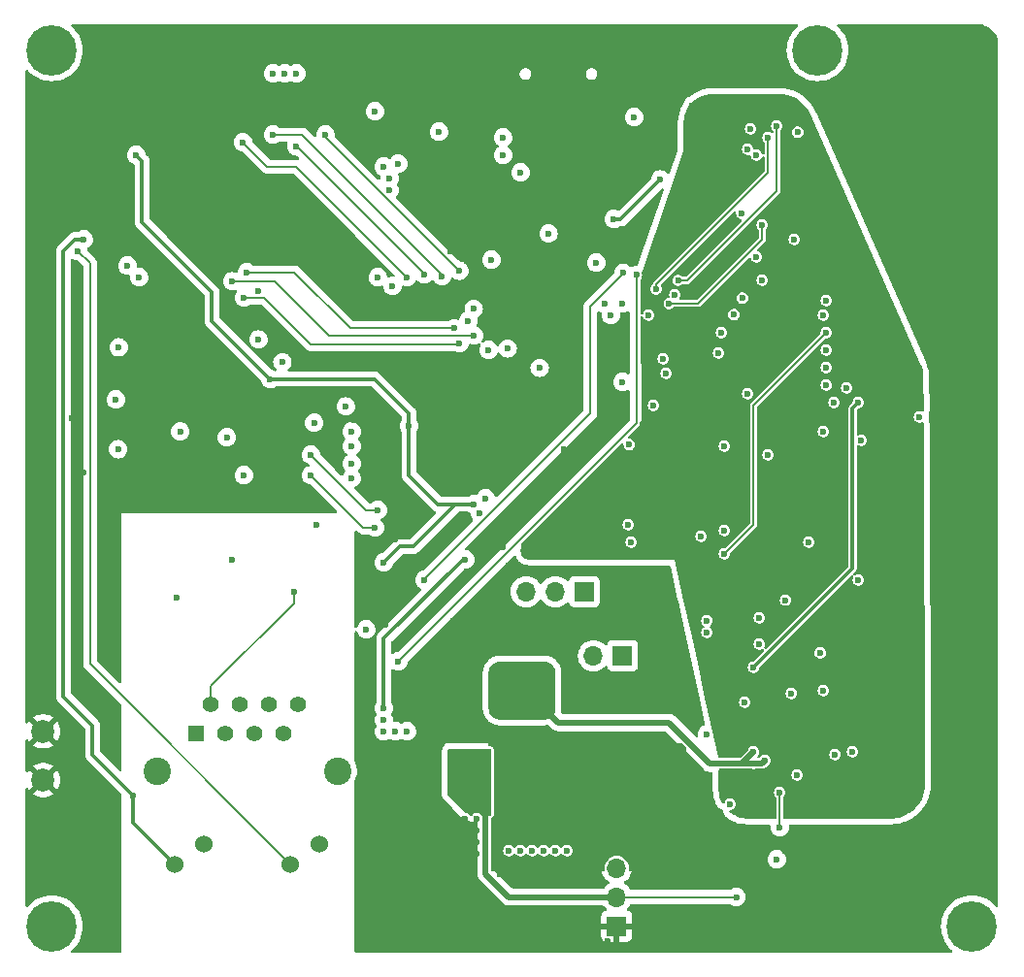
<source format=gbr>
%TF.GenerationSoftware,KiCad,Pcbnew,8.0.0*%
%TF.CreationDate,2024-04-11T21:11:56+02:00*%
%TF.ProjectId,BalloonMotherboardV4,42616c6c-6f6f-46e4-9d6f-74686572626f,rev?*%
%TF.SameCoordinates,Original*%
%TF.FileFunction,Copper,L3,Inr*%
%TF.FilePolarity,Positive*%
%FSLAX46Y46*%
G04 Gerber Fmt 4.6, Leading zero omitted, Abs format (unit mm)*
G04 Created by KiCad (PCBNEW 8.0.0) date 2024-04-11 21:11:56*
%MOMM*%
%LPD*%
G01*
G04 APERTURE LIST*
%TA.AperFunction,ComponentPad*%
%ADD10R,1.400000X1.400000*%
%TD*%
%TA.AperFunction,ComponentPad*%
%ADD11C,1.400000*%
%TD*%
%TA.AperFunction,ComponentPad*%
%ADD12C,1.530000*%
%TD*%
%TA.AperFunction,ComponentPad*%
%ADD13C,2.400000*%
%TD*%
%TA.AperFunction,ComponentPad*%
%ADD14C,0.700000*%
%TD*%
%TA.AperFunction,ComponentPad*%
%ADD15C,4.400000*%
%TD*%
%TA.AperFunction,ComponentPad*%
%ADD16C,2.000000*%
%TD*%
%TA.AperFunction,ComponentPad*%
%ADD17R,1.700000X1.700000*%
%TD*%
%TA.AperFunction,ComponentPad*%
%ADD18O,1.700000X1.700000*%
%TD*%
%TA.AperFunction,ViaPad*%
%ADD19C,0.600000*%
%TD*%
%TA.AperFunction,Conductor*%
%ADD20C,0.300000*%
%TD*%
%TA.AperFunction,Conductor*%
%ADD21C,0.200000*%
%TD*%
%TA.AperFunction,Conductor*%
%ADD22C,0.500000*%
%TD*%
G04 APERTURE END LIST*
D10*
%TO.N,/EthernetaSD/TXP*%
%TO.C,J1*%
X35707000Y-96674000D03*
D11*
%TO.N,/EthernetaSD/TCT*%
X36977000Y-94134000D03*
%TO.N,/EthernetaSD/TXN*%
X38247000Y-96674000D03*
%TO.N,/EthernetaSD/RXP*%
X39517000Y-94134000D03*
%TO.N,/EthernetaSD/RCT*%
X40787000Y-96674000D03*
%TO.N,/EthernetaSD/RXN*%
X42057000Y-94134000D03*
%TO.N,unconnected-(J1-NC-Pad7)*%
X43327000Y-96674000D03*
%TO.N,Net-(C61-Pad2)*%
X44597000Y-94134000D03*
D12*
%TO.N,Net-(J1-Pad9)*%
X33827000Y-108104000D03*
%TO.N,/3V3lan*%
X36367000Y-106404000D03*
%TO.N,Net-(J1-Pad11)*%
X43937000Y-108104000D03*
%TO.N,/3V3lan*%
X46477000Y-106404000D03*
D13*
%TO.N,Net-(C61-Pad2)*%
X32277000Y-99974000D03*
X48027000Y-99974000D03*
%TD*%
D14*
%TO.N,N/C*%
%TO.C,H0*%
X21464000Y-37084000D03*
X21947274Y-35917274D03*
X21947274Y-38250726D03*
X23114000Y-35434000D03*
D15*
X23114000Y-37084000D03*
D14*
X23114000Y-38734000D03*
X24280726Y-35917274D03*
X24280726Y-38250726D03*
X24764000Y-37084000D03*
%TD*%
%TO.N,N/C*%
%TO.C,H1*%
X88266000Y-37084000D03*
X88749274Y-35917274D03*
X88749274Y-38250726D03*
X89916000Y-35434000D03*
D15*
X89916000Y-37084000D03*
D14*
X89916000Y-38734000D03*
X91082726Y-35917274D03*
X91082726Y-38250726D03*
X91566000Y-37084000D03*
%TD*%
D16*
%TO.N,GND*%
%TO.C,TPGND0*%
X22352000Y-96520000D03*
%TD*%
D14*
%TO.N,N/C*%
%TO.C,H2*%
X101728000Y-113538000D03*
X102211274Y-112371274D03*
X102211274Y-114704726D03*
X103378000Y-111888000D03*
D15*
X103378000Y-113538000D03*
D14*
X103378000Y-115188000D03*
X104544726Y-112371274D03*
X104544726Y-114704726D03*
X105028000Y-113538000D03*
%TD*%
D16*
%TO.N,GND*%
%TO.C,TPGND1*%
X22352000Y-100760000D03*
%TD*%
D14*
%TO.N,N/C*%
%TO.C,H3*%
X21464000Y-113538000D03*
X21947274Y-112371274D03*
X21947274Y-114704726D03*
X23114000Y-111888000D03*
D15*
X23114000Y-113538000D03*
D14*
X23114000Y-115188000D03*
X24280726Y-112371274D03*
X24280726Y-114704726D03*
X24764000Y-113538000D03*
%TD*%
D17*
%TO.N,/Power/V_usb*%
%TO.C,JB_or_U0*%
X69581000Y-84328000D03*
D18*
%TO.N,/Power/VSys*%
X67041000Y-84328000D03*
%TO.N,/Power/VBuck*%
X64501000Y-84328000D03*
%TD*%
D17*
%TO.N,/Heater/Vs_Heat*%
%TO.C,JHEAT0*%
X72903000Y-89916000D03*
D18*
%TO.N,+28V*%
X70363000Y-89916000D03*
%TD*%
D17*
%TO.N,GND*%
%TO.C,BuckJmp0*%
X72390000Y-113523000D03*
D18*
%TO.N,+28V*%
X72390000Y-110983000D03*
%TO.N,/Power/VBuck*%
X72390000Y-108443000D03*
%TD*%
D19*
%TO.N,GND*%
X92456000Y-66548000D03*
X85090000Y-57150000D03*
X101346000Y-68072000D03*
X101600000Y-76962000D03*
X92202000Y-112014000D03*
X56388000Y-64008000D03*
X62230000Y-67310000D03*
X66040000Y-75438000D03*
X56388000Y-80772000D03*
%TO.N,/5V*%
X98806000Y-69088000D03*
%TO.N,+28V*%
X93472000Y-67818000D03*
%TO.N,/3V3lan*%
X44450000Y-39116000D03*
X43434000Y-39116000D03*
X42418000Y-39116000D03*
%TO.N,/3V3_rest*%
X88900000Y-46990000D03*
%TO.N,GND*%
X102108000Y-99314000D03*
X61468000Y-78994000D03*
X104648000Y-65024000D03*
X73660000Y-80010000D03*
X73406000Y-78486000D03*
X66040000Y-59436000D03*
X24892000Y-48006000D03*
X76962000Y-97790000D03*
X73660000Y-107188000D03*
X84836000Y-86614000D03*
X81788000Y-78994000D03*
X21844000Y-103124000D03*
X50800000Y-90932000D03*
X62484000Y-69088000D03*
X75184000Y-60198000D03*
X47244000Y-54610000D03*
X69088000Y-114808000D03*
X72390000Y-43434000D03*
X94488000Y-35814000D03*
X96774000Y-105410000D03*
X62230000Y-108966000D03*
X93726000Y-71120000D03*
X61728272Y-96347467D03*
X72390000Y-106934000D03*
X33020000Y-40132000D03*
X104648000Y-50038000D03*
X104648000Y-47752000D03*
X38777998Y-74289034D03*
X66040000Y-57404000D03*
X21844000Y-64516000D03*
X86614000Y-35814000D03*
X86614000Y-114808000D03*
X33528000Y-46736000D03*
X80264000Y-105156000D03*
X60198000Y-104140000D03*
X40914000Y-67310000D03*
X60198000Y-92964000D03*
X93472000Y-83312000D03*
X104648000Y-82296000D03*
X43942000Y-48352000D03*
X68580000Y-49276000D03*
X67564000Y-82296000D03*
X26416000Y-102108000D03*
X91440000Y-114808000D03*
X59436000Y-90424000D03*
X83312000Y-51308000D03*
X51517787Y-103558106D03*
X67056000Y-58420000D03*
X104648000Y-55118000D03*
X21844000Y-88900000D03*
X52197000Y-87249000D03*
X64516000Y-69342000D03*
X59182000Y-107188000D03*
X33202858Y-70520858D03*
X38862000Y-48768000D03*
X74168000Y-114808000D03*
X33528000Y-73914000D03*
X28194000Y-102870000D03*
X53086000Y-79756000D03*
X66040000Y-58420000D03*
X67310000Y-102870000D03*
X21844000Y-110490000D03*
X65024000Y-59436000D03*
X77216000Y-99060000D03*
X90424000Y-92964000D03*
X27432000Y-35814000D03*
X54356000Y-114808000D03*
X78994000Y-114808000D03*
X52324000Y-99568000D03*
X21844000Y-61976000D03*
X60198000Y-105156000D03*
X58420000Y-47752000D03*
X25400000Y-85090000D03*
X54610000Y-35814000D03*
X66294000Y-66548000D03*
X49530000Y-69342000D03*
X27777866Y-56066237D03*
X104648000Y-110744000D03*
X77216000Y-35814000D03*
X70866000Y-99314000D03*
X84074000Y-43942000D03*
X28765265Y-66083265D03*
X93980000Y-114808000D03*
X59182000Y-104140000D03*
X21844000Y-57150000D03*
X49276000Y-63754000D03*
X64262000Y-44704000D03*
X66294000Y-50292000D03*
X71628000Y-98044000D03*
X79756000Y-101600000D03*
X66548000Y-114808000D03*
X34798000Y-35814000D03*
X67310000Y-73914000D03*
X57404000Y-35814000D03*
X21844000Y-42164000D03*
X104648000Y-74676000D03*
X24866696Y-69160711D03*
X34036000Y-84836000D03*
X77470000Y-58420000D03*
X91440000Y-98552000D03*
X100584000Y-57658000D03*
X21844000Y-93726000D03*
X61214000Y-73406000D03*
X87630000Y-93218000D03*
X73486223Y-71503116D03*
X79756000Y-35814000D03*
X26670000Y-114808000D03*
X21844000Y-107950000D03*
X54610000Y-87376000D03*
X62992000Y-82042000D03*
X100584000Y-50038000D03*
X57150000Y-108712000D03*
X21844000Y-73914000D03*
X57658000Y-41910000D03*
X73660000Y-48281500D03*
X104648000Y-101092000D03*
X37338000Y-54102000D03*
X33020000Y-43942000D03*
X28448000Y-64516000D03*
X76454000Y-114808000D03*
X82296000Y-35814000D03*
X21844000Y-66548000D03*
X51816000Y-114808000D03*
X29646000Y-73660000D03*
X21844000Y-68834000D03*
X80772000Y-37338000D03*
X83820000Y-45720000D03*
X66040000Y-49276000D03*
X21844000Y-91186000D03*
X68072000Y-88392000D03*
X47244000Y-35814000D03*
X74676000Y-107188000D03*
X62675181Y-64862000D03*
X67818000Y-71882000D03*
X21844000Y-81280000D03*
X61722000Y-114808000D03*
X56642000Y-67056000D03*
X70612000Y-98044000D03*
X44196000Y-54610000D03*
X44704000Y-35814000D03*
X60198000Y-107188000D03*
X59182000Y-41656000D03*
X21844000Y-44704000D03*
X104648000Y-69850000D03*
X104648000Y-96266000D03*
X75692000Y-94488000D03*
X54610000Y-65278000D03*
X68072000Y-112268000D03*
X70358000Y-92202000D03*
X104648000Y-67310000D03*
X104648000Y-57658000D03*
X37338000Y-39624000D03*
X25836000Y-73914000D03*
X58166000Y-86868000D03*
X67310000Y-35814000D03*
X75600000Y-68072000D03*
X63246000Y-102870000D03*
X98806000Y-114808000D03*
X97176538Y-35798715D03*
X21844000Y-86360000D03*
X50292000Y-54864000D03*
X56642000Y-114808000D03*
X74676000Y-35814000D03*
X21844000Y-54610000D03*
X27686000Y-52070000D03*
X57090500Y-59690000D03*
X60706000Y-41402000D03*
X21844000Y-49530000D03*
X60198000Y-67310000D03*
X29972000Y-35814000D03*
X104648000Y-60198000D03*
X60198000Y-106172000D03*
X87122000Y-106934000D03*
X104648000Y-77216000D03*
X60125854Y-50607349D03*
X34056000Y-57404000D03*
X57912000Y-54610000D03*
X21844000Y-52070000D03*
X79756000Y-79502000D03*
X47244000Y-38862000D03*
X21844000Y-47244000D03*
X64262000Y-114808000D03*
X65024000Y-57404000D03*
X39878000Y-35814000D03*
X42418000Y-35814000D03*
X37358000Y-70266000D03*
X69596000Y-98044000D03*
X26670000Y-92964000D03*
X104648000Y-87122000D03*
X67564000Y-66548000D03*
X67056000Y-59436000D03*
X56896000Y-113030000D03*
X40640000Y-72390000D03*
X71628000Y-114808000D03*
X65278000Y-50292000D03*
X104648000Y-40132000D03*
X104648000Y-37846000D03*
X64770000Y-35814000D03*
X31750000Y-74930000D03*
X70612000Y-49276000D03*
X59182000Y-105156000D03*
X104648000Y-108458000D03*
X35560000Y-41402000D03*
X77470000Y-106172000D03*
X21844000Y-105664000D03*
X59182000Y-106172000D03*
X104648000Y-45212000D03*
X21844000Y-59690000D03*
X63754000Y-97282000D03*
X60352196Y-69238768D03*
X21844000Y-83820000D03*
X104648000Y-52578000D03*
X33274000Y-52400000D03*
X73914000Y-54102000D03*
X84582000Y-46228000D03*
X73406000Y-55118000D03*
X25654000Y-81026000D03*
X57912000Y-66040000D03*
X21844000Y-78740000D03*
X74168000Y-84582000D03*
X43180000Y-51308000D03*
X70358000Y-86106000D03*
X69850000Y-35814000D03*
X104648000Y-79756000D03*
X104648000Y-84582000D03*
X68834000Y-72390000D03*
X81788000Y-71628000D03*
X56388000Y-52070000D03*
X83566000Y-93980000D03*
X24980870Y-50827521D03*
X89154000Y-80010000D03*
X83820000Y-67056000D03*
X59182000Y-114808000D03*
X62440735Y-80474735D03*
X61976000Y-111506000D03*
X87884000Y-53594000D03*
X52324000Y-35814000D03*
X21844000Y-71374000D03*
X83355265Y-58717265D03*
X59944000Y-35814000D03*
X54356000Y-78740000D03*
X70358000Y-112268000D03*
X96520000Y-114808000D03*
X65024000Y-58420000D03*
X101667655Y-108124874D03*
X53594000Y-82042000D03*
X92964000Y-98298000D03*
X88179000Y-44237000D03*
X104648000Y-98552000D03*
X67056000Y-57404000D03*
X28194000Y-84836000D03*
X79756000Y-108204000D03*
X84074000Y-114808000D03*
X104648000Y-42672000D03*
X81534000Y-114808000D03*
X56896000Y-110490000D03*
X21844000Y-76454000D03*
X88900000Y-114808000D03*
X59168770Y-75438000D03*
X104648000Y-72136000D03*
%TO.N,/Power/VSys*%
X51562000Y-56896000D03*
%TO.N,+28V*%
X58928000Y-98806000D03*
X59944000Y-101092000D03*
X53086000Y-96520000D03*
X52070000Y-96520000D03*
X59944000Y-99822000D03*
X59182000Y-81534000D03*
X58928000Y-99822000D03*
X60960000Y-103124000D03*
X57912000Y-99822000D03*
X59944000Y-102108000D03*
X82819000Y-110983000D03*
X60960000Y-99822000D03*
X60960000Y-98806000D03*
X60960000Y-102108000D03*
X59944000Y-103124000D03*
X60960000Y-101092000D03*
X84328000Y-90944000D03*
X54102000Y-96520000D03*
X52070000Y-95504000D03*
X59944000Y-98806000D03*
X52070000Y-94488000D03*
%TO.N,/Heater/Vs_Heat*%
X80264000Y-86868000D03*
X80264000Y-87884000D03*
%TO.N,/Power/VBuck*%
X64008000Y-106934000D03*
X67056000Y-106934000D03*
X68072000Y-106934000D03*
X62992000Y-106934000D03*
X65024000Y-106934000D03*
X66040000Y-106934000D03*
%TO.N,/Power/V_usb*%
X73914000Y-42926000D03*
%TO.N,/EthernetaSD/RCT*%
X38862000Y-81534000D03*
%TO.N,/EthernetaSD/TCT*%
X44216000Y-84328000D03*
%TO.N,/Power/ADC_curr*%
X74108712Y-56706756D03*
X53340000Y-90424000D03*
%TO.N,/Heater/H0*%
X76708000Y-65278000D03*
%TO.N,/Power/ADC_volt*%
X72967149Y-56497568D03*
X55626000Y-83312000D03*
%TO.N,/Prozessor/A0*%
X85090000Y-52324000D03*
X76970265Y-59190265D03*
%TO.N,/Prozessor/A1*%
X75819000Y-57912000D03*
X85598000Y-44704000D03*
%TO.N,/Prozessor/A2*%
X77740000Y-57170263D03*
X86360000Y-43688000D03*
%TO.N,/Heater/H2*%
X81280000Y-63500000D03*
%TO.N,/Heater/H3*%
X81534000Y-61722000D03*
%TO.N,/Heater/H1*%
X76454000Y-64008000D03*
%TO.N,/Prozessor/scl0*%
X62873892Y-63112578D03*
X45720000Y-74168000D03*
X51308000Y-78740000D03*
%TO.N,/Prozessor/sda0*%
X61214000Y-63246000D03*
X45720000Y-72390000D03*
X51562000Y-77216000D03*
%TO.N,/Power/3V3_uC*%
X51308000Y-42418000D03*
X56896000Y-44196000D03*
X76200000Y-48352000D03*
X70612000Y-55620000D03*
X52070000Y-47244000D03*
X59914250Y-59660250D03*
X52832000Y-57658000D03*
X62484000Y-44704000D03*
X64008000Y-47752000D03*
X72898000Y-66040000D03*
X52578000Y-48260000D03*
X71882000Y-60198000D03*
X52578000Y-49276000D03*
X53340000Y-46990000D03*
X72136000Y-51816000D03*
X62484000Y-46228000D03*
X65668771Y-64809259D03*
X61468000Y-55372000D03*
X66440000Y-53086000D03*
%TO.N,/3V3_rest*%
X96849250Y-103414002D03*
X54272000Y-69870000D03*
X79834919Y-66222419D03*
X30480000Y-46228000D03*
X59944000Y-76708000D03*
X87630000Y-50038000D03*
X96896347Y-93575000D03*
X64516000Y-80772000D03*
X85852000Y-101346000D03*
X65024000Y-80010000D03*
X78105000Y-74549000D03*
X60960000Y-76200000D03*
X52070000Y-81788000D03*
X87462530Y-74676000D03*
X42164000Y-65786000D03*
X79775920Y-60042435D03*
X88646000Y-102870000D03*
X88829000Y-43595500D03*
X60452000Y-77470000D03*
X65786000Y-80772000D03*
X78994000Y-41910000D03*
%TO.N,/5V*%
X64262000Y-93726000D03*
X66294000Y-94742000D03*
X84582000Y-55118000D03*
X64262000Y-94742000D03*
X82605750Y-60142250D03*
X85344000Y-99060000D03*
X84328000Y-99314000D03*
X84328000Y-98298000D03*
X65278000Y-94742000D03*
X82296000Y-102870000D03*
X50546000Y-87630000D03*
%TO.N,/EthernetaSD/sck_lan*%
X38862000Y-57242000D03*
X59944000Y-61976000D03*
%TO.N,/EthernetaSD/mosi_lan*%
X58674000Y-62642587D03*
X39878000Y-58674000D03*
%TO.N,/EthernetaSD/miso_lan*%
X41148000Y-58074000D03*
X59435093Y-60705093D03*
%TO.N,/EthernetaSD/cs_lan*%
X40132000Y-56471736D03*
X58201000Y-61341000D03*
%TO.N,/EthernetaSD/cs_sd*%
X58674000Y-56330313D03*
X46990000Y-44450000D03*
%TO.N,/EthernetaSD/sck_sd*%
X57150000Y-56820000D03*
X42418000Y-44450000D03*
%TO.N,/EthernetaSD/mosi_sd*%
X44450000Y-45466000D03*
X55626000Y-56642000D03*
%TO.N,/EthernetaSD/miso_sd*%
X54102000Y-56896000D03*
X39780000Y-45114000D03*
%TO.N,/3V3lan*%
X41148000Y-62322000D03*
X48768000Y-68169251D03*
X43230000Y-64292000D03*
X39878000Y-74168000D03*
X30734000Y-56896000D03*
X49276000Y-74422000D03*
X28956000Y-63012000D03*
X46228000Y-78486000D03*
X28890844Y-71903373D03*
X49276000Y-73152000D03*
X38374000Y-70866000D03*
X45994000Y-69596000D03*
X49276000Y-71628000D03*
X49276000Y-70358000D03*
X28702000Y-67564000D03*
X34310000Y-70358000D03*
X29718000Y-55880000D03*
%TO.N,Net-(J1-Pad11)*%
X25400000Y-54610000D03*
%TO.N,Net-(J1-Pad9)*%
X30226000Y-102108000D03*
X25908000Y-53594000D03*
%TO.N,Net-(JP1-C)*%
X72898000Y-59182000D03*
%TO.N,Net-(JP2-C)*%
X71326196Y-59220000D03*
%TO.N,Net-(H11-OUT)*%
X90156000Y-89676000D03*
%TO.N,Net-(H4-IN)*%
X91348000Y-67818000D03*
X88138000Y-100330000D03*
%TO.N,Net-(H5-IN)*%
X86614000Y-104900000D03*
X90424000Y-70358000D03*
X86360000Y-107696000D03*
X86614000Y-101854000D03*
%TO.N,Net-(H6-IN)*%
X90678000Y-58928000D03*
%TO.N,Net-(H7-IN)*%
X85598000Y-72390000D03*
X90424000Y-60198000D03*
%TO.N,Net-(H8-IN)*%
X81788000Y-81026000D03*
X90678000Y-61722000D03*
%TO.N,Net-(H9-IN)*%
X90678000Y-63246000D03*
X84836000Y-88900000D03*
%TO.N,Net-(H10-IN)*%
X90678000Y-64770000D03*
X80264000Y-96774000D03*
%TO.N,Net-(H11-IN)*%
X87122000Y-85076000D03*
X90678000Y-66294000D03*
%TD*%
D20*
%TO.N,/3V3_rest*%
X53452000Y-80406000D02*
X52070000Y-81788000D01*
X54638000Y-80406000D02*
X53452000Y-80406000D01*
X59944000Y-76708000D02*
X58336000Y-76708000D01*
X58336000Y-76708000D02*
X54638000Y-80406000D01*
%TO.N,+28V*%
X52070000Y-88407000D02*
X52070000Y-94488000D01*
X58943000Y-81534000D02*
X52070000Y-88407000D01*
X59182000Y-81534000D02*
X58943000Y-81534000D01*
%TO.N,/3V3_rest*%
X56812000Y-76708000D02*
X54272000Y-74168000D01*
X54272000Y-74168000D02*
X54272000Y-69870000D01*
X59944000Y-76708000D02*
X56812000Y-76708000D01*
D21*
%TO.N,/Prozessor/sda0*%
X50546000Y-77216000D02*
X45720000Y-72390000D01*
X51562000Y-77216000D02*
X50546000Y-77216000D01*
%TO.N,/Prozessor/scl0*%
X51308000Y-78740000D02*
X50292000Y-78740000D01*
X50292000Y-78740000D02*
X45720000Y-74168000D01*
%TO.N,/EthernetaSD/mosi_lan*%
X39878000Y-58674000D02*
X41656000Y-58674000D01*
X41656000Y-58674000D02*
X45720000Y-62738000D01*
X45720000Y-62738000D02*
X58578587Y-62738000D01*
X58578587Y-62738000D02*
X58674000Y-62642587D01*
%TO.N,/EthernetaSD/miso_sd*%
X44450000Y-47244000D02*
X54102000Y-56896000D01*
X41910000Y-47244000D02*
X44450000Y-47244000D01*
X39780000Y-45114000D02*
X41910000Y-47244000D01*
%TO.N,/EthernetaSD/mosi_sd*%
X44450000Y-45466000D02*
X44536529Y-45466000D01*
X55626000Y-56555471D02*
X55626000Y-56642000D01*
X44536529Y-45466000D02*
X55626000Y-56555471D01*
%TO.N,/EthernetaSD/sck_sd*%
X57150000Y-56642000D02*
X57150000Y-56820000D01*
X42418000Y-44450000D02*
X44958000Y-44450000D01*
X44958000Y-44450000D02*
X57150000Y-56642000D01*
%TO.N,/EthernetaSD/cs_sd*%
X46990000Y-44646313D02*
X58674000Y-56330313D01*
X46990000Y-44450000D02*
X46990000Y-44646313D01*
%TO.N,Net-(H8-IN)*%
X84328000Y-68072000D02*
X90678000Y-61722000D01*
X84328000Y-78486000D02*
X84328000Y-68072000D01*
X81788000Y-81026000D02*
X84328000Y-78486000D01*
D20*
%TO.N,+28V*%
X84328000Y-90932000D02*
X84328000Y-90944000D01*
X92964000Y-82296000D02*
X84328000Y-90932000D01*
X93472000Y-67818000D02*
X92964000Y-68326000D01*
X92964000Y-68326000D02*
X92964000Y-82296000D01*
D21*
%TO.N,/EthernetaSD/cs_lan*%
X44279736Y-56471736D02*
X40132000Y-56471736D01*
X49149000Y-61341000D02*
X44279736Y-56471736D01*
X58201000Y-61341000D02*
X49149000Y-61341000D01*
%TO.N,/Power/ADC_volt*%
X70104000Y-68747471D02*
X55626000Y-83225471D01*
X70104000Y-59436000D02*
X70104000Y-68747471D01*
X72967149Y-56572851D02*
X70104000Y-59436000D01*
X72967149Y-56497568D02*
X72967149Y-56572851D01*
X55626000Y-83225471D02*
X55626000Y-83312000D01*
%TO.N,/Power/ADC_curr*%
X74108712Y-56706756D02*
X74108712Y-69655288D01*
X74108712Y-69655288D02*
X53340000Y-90424000D01*
%TO.N,+28V*%
X82819000Y-110983000D02*
X72390000Y-110983000D01*
D22*
X62977000Y-110983000D02*
X72390000Y-110983000D01*
X60960000Y-103124000D02*
X60960000Y-108966000D01*
X60960000Y-108966000D02*
X62977000Y-110983000D01*
D21*
%TO.N,/EthernetaSD/TCT*%
X36977000Y-92583000D02*
X36977000Y-94134000D01*
X44216000Y-85344000D02*
X36977000Y-92583000D01*
X44216000Y-84328000D02*
X44216000Y-85344000D01*
%TO.N,/Prozessor/A0*%
X76970265Y-59190265D02*
X79493735Y-59190265D01*
X79493735Y-59190265D02*
X85090000Y-53594000D01*
X85090000Y-53594000D02*
X85090000Y-52324000D01*
%TO.N,/Prozessor/A1*%
X75819000Y-57912000D02*
X75819000Y-57531000D01*
X85598000Y-47752000D02*
X85598000Y-44704000D01*
X75819000Y-57531000D02*
X85598000Y-47752000D01*
%TO.N,/Prozessor/A2*%
X78552266Y-57170263D02*
X86360000Y-49362529D01*
X77740000Y-57170263D02*
X78552266Y-57170263D01*
X86360000Y-49362529D02*
X86360000Y-43688000D01*
D20*
%TO.N,/Power/3V3_uC*%
X72136000Y-51816000D02*
X72736000Y-51816000D01*
X72736000Y-51816000D02*
X76200000Y-48352000D01*
%TO.N,/3V3_rest*%
X42164000Y-65786000D02*
X51308000Y-65786000D01*
X37084000Y-60706000D02*
X42164000Y-65786000D01*
X30988000Y-52070000D02*
X37084000Y-58166000D01*
X30480000Y-46228000D02*
X30988000Y-46736000D01*
X54272000Y-68750000D02*
X54272000Y-69870000D01*
X30988000Y-46736000D02*
X30988000Y-52070000D01*
X37084000Y-58166000D02*
X37084000Y-60706000D01*
X51308000Y-65786000D02*
X54272000Y-68750000D01*
D22*
%TO.N,/5V*%
X66294000Y-94742000D02*
X67310000Y-95758000D01*
X83058000Y-99314000D02*
X84328000Y-99314000D01*
X85090000Y-99314000D02*
X85344000Y-99060000D01*
X82550000Y-99314000D02*
X85090000Y-99314000D01*
X67310000Y-95758000D02*
X76962000Y-95758000D01*
X83312000Y-99314000D02*
X84328000Y-98298000D01*
X76962000Y-95758000D02*
X80518000Y-99314000D01*
X82550000Y-99314000D02*
X83058000Y-99314000D01*
X83058000Y-99314000D02*
X83312000Y-99314000D01*
X80518000Y-99314000D02*
X82550000Y-99314000D01*
D21*
%TO.N,/EthernetaSD/sck_lan*%
X59944000Y-61976000D02*
X47301686Y-61976000D01*
X42567686Y-57242000D02*
X38862000Y-57242000D01*
X47301686Y-61976000D02*
X42567686Y-57242000D01*
%TO.N,Net-(J1-Pad11)*%
X26436000Y-90603000D02*
X43937000Y-108104000D01*
X25400000Y-54610000D02*
X26436000Y-55646000D01*
X26436000Y-55646000D02*
X26436000Y-90603000D01*
D20*
%TO.N,Net-(J1-Pad9)*%
X26670000Y-98552000D02*
X30226000Y-102108000D01*
X25908000Y-53594000D02*
X25146000Y-53594000D01*
X26670000Y-96012001D02*
X26670000Y-98552000D01*
X30226000Y-104503000D02*
X30226000Y-102108000D01*
X25146000Y-53594000D02*
X24130000Y-54610000D01*
X24130000Y-93472001D02*
X26670000Y-96012001D01*
X33827000Y-108104000D02*
X30226000Y-104503000D01*
X24130000Y-54610000D02*
X24130000Y-93472001D01*
D21*
%TO.N,Net-(H5-IN)*%
X86614000Y-101854000D02*
X86614000Y-104900000D01*
%TD*%
%TA.AperFunction,Conductor*%
%TO.N,GND*%
G36*
X78479172Y-97912275D02*
G01*
X78485550Y-108712000D01*
X73406169Y-108712000D01*
X73425300Y-108648934D01*
X73445583Y-108443000D01*
X73425300Y-108237066D01*
X73365232Y-108039046D01*
X73267685Y-107856550D01*
X73215702Y-107793209D01*
X73136410Y-107696589D01*
X72976452Y-107565317D01*
X72976453Y-107565317D01*
X72976450Y-107565315D01*
X72793954Y-107467768D01*
X72595934Y-107407700D01*
X72595932Y-107407699D01*
X72595934Y-107407699D01*
X72390000Y-107387417D01*
X72184067Y-107407699D01*
X71986043Y-107467769D01*
X71875898Y-107526643D01*
X71803550Y-107565315D01*
X71803548Y-107565316D01*
X71803547Y-107565317D01*
X71643589Y-107696589D01*
X71512317Y-107856547D01*
X71414769Y-108039043D01*
X71354699Y-108237067D01*
X71334417Y-108443000D01*
X71354699Y-108648932D01*
X71373830Y-108712000D01*
X61410500Y-108712000D01*
X61410500Y-106934000D01*
X62486353Y-106934000D01*
X62506834Y-107076456D01*
X62555217Y-107182397D01*
X62566623Y-107207373D01*
X62660872Y-107316143D01*
X62781947Y-107393953D01*
X62781950Y-107393954D01*
X62781949Y-107393954D01*
X62920036Y-107434499D01*
X62920038Y-107434500D01*
X62920039Y-107434500D01*
X63063962Y-107434500D01*
X63063962Y-107434499D01*
X63202053Y-107393953D01*
X63323128Y-107316143D01*
X63406287Y-107220172D01*
X63465065Y-107182397D01*
X63534934Y-107182397D01*
X63593711Y-107220170D01*
X63676872Y-107316143D01*
X63797947Y-107393953D01*
X63797950Y-107393954D01*
X63797949Y-107393954D01*
X63936036Y-107434499D01*
X63936038Y-107434500D01*
X63936039Y-107434500D01*
X64079962Y-107434500D01*
X64079962Y-107434499D01*
X64218053Y-107393953D01*
X64339128Y-107316143D01*
X64422287Y-107220172D01*
X64481065Y-107182397D01*
X64550934Y-107182397D01*
X64609711Y-107220170D01*
X64692872Y-107316143D01*
X64813947Y-107393953D01*
X64813950Y-107393954D01*
X64813949Y-107393954D01*
X64952036Y-107434499D01*
X64952038Y-107434500D01*
X64952039Y-107434500D01*
X65095962Y-107434500D01*
X65095962Y-107434499D01*
X65234053Y-107393953D01*
X65355128Y-107316143D01*
X65438287Y-107220172D01*
X65497065Y-107182397D01*
X65566934Y-107182397D01*
X65625711Y-107220170D01*
X65708872Y-107316143D01*
X65829947Y-107393953D01*
X65829950Y-107393954D01*
X65829949Y-107393954D01*
X65968036Y-107434499D01*
X65968038Y-107434500D01*
X65968039Y-107434500D01*
X66111962Y-107434500D01*
X66111962Y-107434499D01*
X66250053Y-107393953D01*
X66371128Y-107316143D01*
X66454287Y-107220172D01*
X66513065Y-107182397D01*
X66582934Y-107182397D01*
X66641711Y-107220170D01*
X66724872Y-107316143D01*
X66845947Y-107393953D01*
X66845950Y-107393954D01*
X66845949Y-107393954D01*
X66984036Y-107434499D01*
X66984038Y-107434500D01*
X66984039Y-107434500D01*
X67127962Y-107434500D01*
X67127962Y-107434499D01*
X67266053Y-107393953D01*
X67387128Y-107316143D01*
X67470287Y-107220172D01*
X67529065Y-107182397D01*
X67598934Y-107182397D01*
X67657711Y-107220170D01*
X67740872Y-107316143D01*
X67861947Y-107393953D01*
X67861950Y-107393954D01*
X67861949Y-107393954D01*
X68000036Y-107434499D01*
X68000038Y-107434500D01*
X68000039Y-107434500D01*
X68143962Y-107434500D01*
X68143962Y-107434499D01*
X68282053Y-107393953D01*
X68403128Y-107316143D01*
X68497377Y-107207373D01*
X68557165Y-107076457D01*
X68577647Y-106934000D01*
X68557165Y-106791543D01*
X68497377Y-106660627D01*
X68403128Y-106551857D01*
X68282053Y-106474047D01*
X68282051Y-106474046D01*
X68282049Y-106474045D01*
X68282050Y-106474045D01*
X68143963Y-106433500D01*
X68143961Y-106433500D01*
X68000039Y-106433500D01*
X68000036Y-106433500D01*
X67861949Y-106474045D01*
X67740873Y-106551856D01*
X67657713Y-106647828D01*
X67598935Y-106685602D01*
X67529065Y-106685602D01*
X67470287Y-106647828D01*
X67452455Y-106627249D01*
X67387128Y-106551857D01*
X67266053Y-106474047D01*
X67266051Y-106474046D01*
X67266049Y-106474045D01*
X67266050Y-106474045D01*
X67127963Y-106433500D01*
X67127961Y-106433500D01*
X66984039Y-106433500D01*
X66984036Y-106433500D01*
X66845949Y-106474045D01*
X66724873Y-106551856D01*
X66641713Y-106647828D01*
X66582935Y-106685602D01*
X66513065Y-106685602D01*
X66454287Y-106647828D01*
X66436455Y-106627249D01*
X66371128Y-106551857D01*
X66250053Y-106474047D01*
X66250051Y-106474046D01*
X66250049Y-106474045D01*
X66250050Y-106474045D01*
X66111963Y-106433500D01*
X66111961Y-106433500D01*
X65968039Y-106433500D01*
X65968036Y-106433500D01*
X65829949Y-106474045D01*
X65708873Y-106551856D01*
X65625713Y-106647828D01*
X65566935Y-106685602D01*
X65497065Y-106685602D01*
X65438287Y-106647828D01*
X65420455Y-106627249D01*
X65355128Y-106551857D01*
X65234053Y-106474047D01*
X65234051Y-106474046D01*
X65234049Y-106474045D01*
X65234050Y-106474045D01*
X65095963Y-106433500D01*
X65095961Y-106433500D01*
X64952039Y-106433500D01*
X64952036Y-106433500D01*
X64813949Y-106474045D01*
X64692873Y-106551856D01*
X64609713Y-106647828D01*
X64550935Y-106685602D01*
X64481065Y-106685602D01*
X64422287Y-106647828D01*
X64404455Y-106627249D01*
X64339128Y-106551857D01*
X64218053Y-106474047D01*
X64218051Y-106474046D01*
X64218049Y-106474045D01*
X64218050Y-106474045D01*
X64079963Y-106433500D01*
X64079961Y-106433500D01*
X63936039Y-106433500D01*
X63936036Y-106433500D01*
X63797949Y-106474045D01*
X63676873Y-106551856D01*
X63593713Y-106647828D01*
X63534935Y-106685602D01*
X63465065Y-106685602D01*
X63406287Y-106647828D01*
X63388455Y-106627249D01*
X63323128Y-106551857D01*
X63202053Y-106474047D01*
X63202051Y-106474046D01*
X63202049Y-106474045D01*
X63202050Y-106474045D01*
X63063963Y-106433500D01*
X63063961Y-106433500D01*
X62920039Y-106433500D01*
X62920036Y-106433500D01*
X62781949Y-106474045D01*
X62660873Y-106551856D01*
X62566623Y-106660626D01*
X62566622Y-106660628D01*
X62506834Y-106791543D01*
X62486353Y-106934000D01*
X61410500Y-106934000D01*
X61410500Y-104168254D01*
X61430185Y-104101215D01*
X61476184Y-104058822D01*
X61530085Y-104030100D01*
X61582889Y-103984345D01*
X61600843Y-103966754D01*
X61645490Y-103886937D01*
X61665175Y-103819898D01*
X61673500Y-103762000D01*
X61673500Y-98168000D01*
X61668803Y-98124316D01*
X61664897Y-98106364D01*
X61657602Y-98072825D01*
X61657348Y-98071789D01*
X61655110Y-98062627D01*
X61612100Y-97981915D01*
X61566345Y-97929111D01*
X61566339Y-97929104D01*
X61548757Y-97911160D01*
X61548756Y-97911159D01*
X61548754Y-97911157D01*
X61548752Y-97911156D01*
X61548750Y-97911154D01*
X61468940Y-97866511D01*
X61468935Y-97866509D01*
X61401903Y-97846826D01*
X61401899Y-97846825D01*
X61401898Y-97846825D01*
X61344000Y-97838500D01*
X61214000Y-97838500D01*
X61214000Y-97536000D01*
X78102897Y-97536000D01*
X78479172Y-97912275D01*
G37*
%TD.AperFunction*%
%TD*%
%TA.AperFunction,Conductor*%
%TO.N,GND*%
G36*
X88172318Y-34810185D02*
G01*
X88218073Y-34862989D01*
X88228017Y-34932147D01*
X88198992Y-34995703D01*
X88181752Y-35012111D01*
X88121960Y-35058954D01*
X87890954Y-35289960D01*
X87689473Y-35547131D01*
X87573553Y-35738887D01*
X87520455Y-35826721D01*
X87423575Y-36041981D01*
X87386372Y-36124642D01*
X87386366Y-36124657D01*
X87289178Y-36436547D01*
X87230289Y-36757900D01*
X87210564Y-37084000D01*
X87230289Y-37410099D01*
X87289178Y-37731452D01*
X87386366Y-38043342D01*
X87386370Y-38043354D01*
X87386373Y-38043361D01*
X87520455Y-38341279D01*
X87622500Y-38510081D01*
X87689473Y-38620868D01*
X87890954Y-38878039D01*
X88121960Y-39109045D01*
X88379131Y-39310526D01*
X88379134Y-39310528D01*
X88379137Y-39310530D01*
X88658721Y-39479545D01*
X88956639Y-39613627D01*
X88956652Y-39613631D01*
X88956657Y-39613633D01*
X89268547Y-39710821D01*
X89589896Y-39769710D01*
X89916000Y-39789436D01*
X90242104Y-39769710D01*
X90563453Y-39710821D01*
X90875361Y-39613627D01*
X91173279Y-39479545D01*
X91452863Y-39310530D01*
X91710036Y-39109048D01*
X91941048Y-38878036D01*
X92142530Y-38620863D01*
X92311545Y-38341279D01*
X92445627Y-38043361D01*
X92542821Y-37731453D01*
X92601710Y-37410104D01*
X92621436Y-37084000D01*
X92601710Y-36757896D01*
X92542821Y-36436547D01*
X92537513Y-36419513D01*
X92445633Y-36124657D01*
X92445631Y-36124652D01*
X92445627Y-36124639D01*
X92311545Y-35826721D01*
X92142530Y-35547137D01*
X92142528Y-35547134D01*
X92142526Y-35547131D01*
X91941045Y-35289960D01*
X91710039Y-35058954D01*
X91650248Y-35012111D01*
X91609615Y-34955271D01*
X91606163Y-34885487D01*
X91640987Y-34824914D01*
X91703031Y-34792784D01*
X91726721Y-34790500D01*
X103820108Y-34790500D01*
X103881572Y-34790500D01*
X103890418Y-34790816D01*
X104131263Y-34808041D01*
X104148764Y-34810558D01*
X104380370Y-34860940D01*
X104397335Y-34865921D01*
X104619420Y-34948754D01*
X104635503Y-34956099D01*
X104644461Y-34960991D01*
X104843531Y-35069692D01*
X104858414Y-35079257D01*
X105048154Y-35221294D01*
X105061525Y-35232880D01*
X105229119Y-35400474D01*
X105240705Y-35413845D01*
X105382742Y-35603585D01*
X105392307Y-35618468D01*
X105505897Y-35826491D01*
X105513247Y-35842585D01*
X105596076Y-36064659D01*
X105601060Y-36081634D01*
X105651440Y-36313229D01*
X105653958Y-36330741D01*
X105671184Y-36571581D01*
X105671500Y-36580427D01*
X105671500Y-111727279D01*
X105651815Y-111794318D01*
X105599011Y-111840073D01*
X105529853Y-111850017D01*
X105466297Y-111820992D01*
X105449889Y-111803752D01*
X105403045Y-111743960D01*
X105172039Y-111512954D01*
X104914868Y-111311473D01*
X104907306Y-111306901D01*
X104635279Y-111142455D01*
X104337361Y-111008373D01*
X104337354Y-111008370D01*
X104337342Y-111008366D01*
X104025452Y-110911178D01*
X103704099Y-110852289D01*
X103378000Y-110832564D01*
X103051900Y-110852289D01*
X102730547Y-110911178D01*
X102418657Y-111008366D01*
X102418641Y-111008372D01*
X102418639Y-111008373D01*
X102228933Y-111093752D01*
X102120725Y-111142453D01*
X102120723Y-111142454D01*
X101841131Y-111311473D01*
X101583960Y-111512954D01*
X101352954Y-111743960D01*
X101151473Y-112001131D01*
X101084500Y-112111918D01*
X100982455Y-112280721D01*
X100854230Y-112565627D01*
X100848372Y-112578642D01*
X100848366Y-112578657D01*
X100751178Y-112890547D01*
X100692289Y-113211900D01*
X100672564Y-113538000D01*
X100692289Y-113864099D01*
X100751178Y-114185452D01*
X100848366Y-114497342D01*
X100848370Y-114497354D01*
X100848373Y-114497361D01*
X100982455Y-114795279D01*
X101035553Y-114883113D01*
X101151473Y-115074868D01*
X101352954Y-115332039D01*
X101583960Y-115563045D01*
X101643752Y-115609889D01*
X101684385Y-115666729D01*
X101687837Y-115736513D01*
X101653013Y-115797086D01*
X101590969Y-115829216D01*
X101567279Y-115831500D01*
X49654000Y-115831500D01*
X49586961Y-115811815D01*
X49541206Y-115759011D01*
X49530000Y-115707500D01*
X49530000Y-100804951D01*
X49546613Y-100742950D01*
X49563393Y-100713888D01*
X49656508Y-100476637D01*
X49713222Y-100228157D01*
X49727050Y-100043630D01*
X49732268Y-99974004D01*
X49732268Y-99973995D01*
X49713222Y-99719845D01*
X49695624Y-99642745D01*
X49656508Y-99471363D01*
X49563393Y-99234112D01*
X49546612Y-99205047D01*
X49530000Y-99143048D01*
X49530000Y-87879960D01*
X49549685Y-87812921D01*
X49602489Y-87767166D01*
X49671647Y-87757222D01*
X49735203Y-87786247D01*
X49771042Y-87839005D01*
X49820211Y-87979523D01*
X49916184Y-88132262D01*
X50043738Y-88259816D01*
X50134080Y-88316582D01*
X50176014Y-88342931D01*
X50196478Y-88355789D01*
X50366745Y-88415368D01*
X50366750Y-88415369D01*
X50545996Y-88435565D01*
X50546000Y-88435565D01*
X50546004Y-88435565D01*
X50725249Y-88415369D01*
X50725252Y-88415368D01*
X50725255Y-88415368D01*
X50895522Y-88355789D01*
X51048262Y-88259816D01*
X51175816Y-88132262D01*
X51271789Y-87979522D01*
X51331368Y-87809255D01*
X51331369Y-87809249D01*
X51351565Y-87630003D01*
X51351565Y-87629996D01*
X51331369Y-87450750D01*
X51331368Y-87450745D01*
X51306627Y-87380039D01*
X51271789Y-87280478D01*
X51175816Y-87127738D01*
X51048262Y-87000184D01*
X50895523Y-86904211D01*
X50725254Y-86844631D01*
X50725249Y-86844630D01*
X50546004Y-86824435D01*
X50545996Y-86824435D01*
X50366750Y-86844630D01*
X50366745Y-86844631D01*
X50196476Y-86904211D01*
X50043737Y-87000184D01*
X49916184Y-87127737D01*
X49820209Y-87280480D01*
X49771041Y-87420994D01*
X49730320Y-87477770D01*
X49665367Y-87503517D01*
X49596805Y-87490061D01*
X49546403Y-87441673D01*
X49530000Y-87380039D01*
X49530000Y-79126597D01*
X49549685Y-79059558D01*
X49602489Y-79013803D01*
X49671647Y-79003859D01*
X49735203Y-79032884D01*
X49741681Y-79038916D01*
X49807139Y-79104374D01*
X49807149Y-79104385D01*
X49811479Y-79108715D01*
X49811480Y-79108716D01*
X49923284Y-79220520D01*
X49923286Y-79220521D01*
X49923290Y-79220524D01*
X50060209Y-79299573D01*
X50060216Y-79299577D01*
X50172019Y-79329534D01*
X50212942Y-79340500D01*
X50212943Y-79340500D01*
X50725588Y-79340500D01*
X50792627Y-79360185D01*
X50802903Y-79367555D01*
X50805736Y-79369814D01*
X50805738Y-79369816D01*
X50958478Y-79465789D01*
X51128745Y-79525368D01*
X51128750Y-79525369D01*
X51307996Y-79545565D01*
X51308000Y-79545565D01*
X51308004Y-79545565D01*
X51487249Y-79525369D01*
X51487252Y-79525368D01*
X51487255Y-79525368D01*
X51657522Y-79465789D01*
X51810262Y-79369816D01*
X51937816Y-79242262D01*
X52033789Y-79089522D01*
X52093368Y-78919255D01*
X52113565Y-78740000D01*
X52093368Y-78560745D01*
X52033789Y-78390478D01*
X51937816Y-78237738D01*
X51851309Y-78151231D01*
X51817824Y-78089908D01*
X51822808Y-78020216D01*
X51864680Y-77964283D01*
X51898037Y-77946508D01*
X51904154Y-77944367D01*
X51911522Y-77941789D01*
X52064262Y-77845816D01*
X52191816Y-77718262D01*
X52287789Y-77565522D01*
X52347368Y-77395255D01*
X52351190Y-77361334D01*
X52367565Y-77216003D01*
X52367565Y-77215996D01*
X52347369Y-77036750D01*
X52347368Y-77036745D01*
X52287788Y-76866476D01*
X52191815Y-76713737D01*
X52064262Y-76586184D01*
X51911523Y-76490211D01*
X51741254Y-76430631D01*
X51741249Y-76430630D01*
X51562004Y-76410435D01*
X51561996Y-76410435D01*
X51382750Y-76430630D01*
X51382745Y-76430631D01*
X51212476Y-76490211D01*
X51059736Y-76586185D01*
X51056903Y-76588445D01*
X51054724Y-76589334D01*
X51053842Y-76589889D01*
X51053744Y-76589734D01*
X50992217Y-76614855D01*
X50979588Y-76615500D01*
X50846098Y-76615500D01*
X50779059Y-76595815D01*
X50758417Y-76579181D01*
X49543943Y-75364707D01*
X49510458Y-75303384D01*
X49515442Y-75233692D01*
X49557314Y-75177759D01*
X49590671Y-75159984D01*
X49625520Y-75147790D01*
X49625522Y-75147789D01*
X49778262Y-75051816D01*
X49905816Y-74924262D01*
X50001789Y-74771522D01*
X50061368Y-74601255D01*
X50063462Y-74582669D01*
X50081565Y-74422003D01*
X50081565Y-74421996D01*
X50061369Y-74242750D01*
X50061368Y-74242745D01*
X50035215Y-74168003D01*
X50001789Y-74072478D01*
X49905816Y-73919738D01*
X49860758Y-73874680D01*
X49827274Y-73813358D01*
X49832258Y-73743666D01*
X49860759Y-73699319D01*
X49900078Y-73660000D01*
X50800000Y-73660000D01*
X50800000Y-66436500D01*
X50987192Y-66436500D01*
X51054231Y-66456185D01*
X51074873Y-66472819D01*
X53585181Y-68983127D01*
X53618666Y-69044450D01*
X53621500Y-69070808D01*
X53621500Y-69364931D01*
X53602494Y-69430903D01*
X53546211Y-69520477D01*
X53546209Y-69520481D01*
X53486633Y-69690737D01*
X53486630Y-69690750D01*
X53466435Y-69869996D01*
X53466435Y-69870003D01*
X53486630Y-70049249D01*
X53486631Y-70049254D01*
X53546211Y-70219524D01*
X53602493Y-70309094D01*
X53621500Y-70375067D01*
X53621500Y-74232071D01*
X53640279Y-74326475D01*
X53640279Y-74326476D01*
X53646497Y-74357737D01*
X53646498Y-74357741D01*
X53646499Y-74357744D01*
X53695535Y-74476127D01*
X53766723Y-74582669D01*
X53766726Y-74582673D01*
X56397327Y-77213274D01*
X56448227Y-77247284D01*
X56503866Y-77284461D01*
X56503870Y-77284463D01*
X56503873Y-77284465D01*
X56543988Y-77301081D01*
X56569807Y-77311776D01*
X56624210Y-77355617D01*
X56646275Y-77421911D01*
X56628996Y-77489611D01*
X56610035Y-77514018D01*
X54404873Y-79719181D01*
X54343550Y-79752666D01*
X54317192Y-79755500D01*
X53387929Y-79755500D01*
X53262261Y-79780497D01*
X53262255Y-79780499D01*
X53143875Y-79829533D01*
X53143866Y-79829538D01*
X53037331Y-79900723D01*
X53037327Y-79900726D01*
X51971775Y-80966277D01*
X51910452Y-80999762D01*
X51897988Y-81001815D01*
X51890752Y-81002630D01*
X51890744Y-81002632D01*
X51720478Y-81062210D01*
X51567737Y-81158184D01*
X51440184Y-81285737D01*
X51344211Y-81438476D01*
X51284631Y-81608745D01*
X51284630Y-81608750D01*
X51264435Y-81787996D01*
X51264435Y-81788003D01*
X51284630Y-81967249D01*
X51284631Y-81967254D01*
X51344211Y-82137523D01*
X51440184Y-82290262D01*
X51567738Y-82417816D01*
X51658080Y-82474582D01*
X51687131Y-82492836D01*
X51720478Y-82513789D01*
X51890745Y-82573368D01*
X51890750Y-82573369D01*
X52069996Y-82593565D01*
X52070000Y-82593565D01*
X52070004Y-82593565D01*
X52249249Y-82573369D01*
X52249252Y-82573368D01*
X52249255Y-82573368D01*
X52419522Y-82513789D01*
X52572262Y-82417816D01*
X52699816Y-82290262D01*
X52795789Y-82137522D01*
X52855368Y-81967255D01*
X52856182Y-81960025D01*
X52883245Y-81895611D01*
X52891712Y-81886232D01*
X53685126Y-81092819D01*
X53746449Y-81059334D01*
X53772807Y-81056500D01*
X54702071Y-81056500D01*
X54786615Y-81039682D01*
X54827744Y-81031501D01*
X54946127Y-80982465D01*
X54946687Y-80982091D01*
X55052669Y-80911277D01*
X58569127Y-77394819D01*
X58630450Y-77361334D01*
X58656808Y-77358500D01*
X59438932Y-77358500D01*
X59504903Y-77377505D01*
X59594478Y-77433789D01*
X59594479Y-77433789D01*
X59595440Y-77434393D01*
X59641731Y-77486727D01*
X59652688Y-77525503D01*
X59666630Y-77649250D01*
X59666631Y-77649254D01*
X59726211Y-77819523D01*
X59822184Y-77972262D01*
X59838397Y-77988475D01*
X59871882Y-78049798D01*
X59866898Y-78119490D01*
X59838397Y-78163837D01*
X55509398Y-82492836D01*
X55453170Y-82523915D01*
X55453317Y-82524333D01*
X55450860Y-82525192D01*
X55449322Y-82526043D01*
X55446754Y-82526629D01*
X55276478Y-82586210D01*
X55123737Y-82682184D01*
X54996184Y-82809737D01*
X54900211Y-82962476D01*
X54840631Y-83132745D01*
X54840630Y-83132750D01*
X54820435Y-83311996D01*
X54820435Y-83312003D01*
X54840630Y-83491249D01*
X54840631Y-83491254D01*
X54900211Y-83661523D01*
X54996184Y-83814262D01*
X55123738Y-83941816D01*
X55276478Y-84037789D01*
X55276483Y-84037792D01*
X55282753Y-84040812D01*
X55281367Y-84043689D01*
X55326732Y-84076132D01*
X55352567Y-84141050D01*
X55339205Y-84209630D01*
X55316786Y-84240266D01*
X51564723Y-87992330D01*
X51548471Y-88016654D01*
X51532326Y-88040818D01*
X51493538Y-88098867D01*
X51493533Y-88098875D01*
X51444499Y-88217255D01*
X51444497Y-88217261D01*
X51419500Y-88342928D01*
X51419500Y-93982931D01*
X51400494Y-94048903D01*
X51344211Y-94138477D01*
X51344209Y-94138481D01*
X51284633Y-94308737D01*
X51284630Y-94308750D01*
X51264435Y-94487996D01*
X51264435Y-94488003D01*
X51284630Y-94667249D01*
X51284631Y-94667254D01*
X51344211Y-94837523D01*
X51402336Y-94930028D01*
X51421336Y-94997265D01*
X51402336Y-95061972D01*
X51344211Y-95154476D01*
X51284631Y-95324745D01*
X51284630Y-95324750D01*
X51264435Y-95503996D01*
X51264435Y-95504003D01*
X51284630Y-95683249D01*
X51284631Y-95683254D01*
X51344211Y-95853523D01*
X51402336Y-95946028D01*
X51421336Y-96013265D01*
X51402336Y-96077972D01*
X51344211Y-96170476D01*
X51284631Y-96340745D01*
X51284630Y-96340750D01*
X51264435Y-96519996D01*
X51264435Y-96520003D01*
X51284630Y-96699249D01*
X51284631Y-96699254D01*
X51344211Y-96869523D01*
X51431673Y-97008717D01*
X51440184Y-97022262D01*
X51567738Y-97149816D01*
X51597733Y-97168663D01*
X51713096Y-97241151D01*
X51720478Y-97245789D01*
X51807565Y-97276262D01*
X51890745Y-97305368D01*
X51890750Y-97305369D01*
X52069996Y-97325565D01*
X52070000Y-97325565D01*
X52070004Y-97325565D01*
X52249249Y-97305369D01*
X52249252Y-97305368D01*
X52249255Y-97305368D01*
X52419522Y-97245789D01*
X52426904Y-97241151D01*
X52512027Y-97187664D01*
X52579264Y-97168663D01*
X52643973Y-97187664D01*
X52736475Y-97245788D01*
X52906745Y-97305368D01*
X52906750Y-97305369D01*
X53085996Y-97325565D01*
X53086000Y-97325565D01*
X53086004Y-97325565D01*
X53265249Y-97305369D01*
X53265252Y-97305368D01*
X53265255Y-97305368D01*
X53435522Y-97245789D01*
X53442904Y-97241151D01*
X53528027Y-97187664D01*
X53595264Y-97168663D01*
X53659973Y-97187664D01*
X53752475Y-97245788D01*
X53922745Y-97305368D01*
X53922750Y-97305369D01*
X54101996Y-97325565D01*
X54102000Y-97325565D01*
X54102004Y-97325565D01*
X54281249Y-97305369D01*
X54281252Y-97305368D01*
X54281255Y-97305368D01*
X54451522Y-97245789D01*
X54604262Y-97149816D01*
X54731816Y-97022262D01*
X54827789Y-96869522D01*
X54887368Y-96699255D01*
X54899143Y-96594750D01*
X54907565Y-96520003D01*
X54907565Y-96519996D01*
X54887369Y-96340750D01*
X54887368Y-96340745D01*
X54866619Y-96281447D01*
X54827789Y-96170478D01*
X54811267Y-96144184D01*
X54788582Y-96108080D01*
X54731816Y-96017738D01*
X54604262Y-95890184D01*
X54568829Y-95867920D01*
X54451523Y-95794211D01*
X54281254Y-95734631D01*
X54281249Y-95734630D01*
X54102004Y-95714435D01*
X54101996Y-95714435D01*
X53922750Y-95734630D01*
X53922745Y-95734631D01*
X53752476Y-95794211D01*
X53659972Y-95852336D01*
X53592735Y-95871336D01*
X53528028Y-95852336D01*
X53435523Y-95794211D01*
X53265254Y-95734631D01*
X53265249Y-95734630D01*
X53086004Y-95714435D01*
X53085994Y-95714435D01*
X53003356Y-95723745D01*
X52934534Y-95711690D01*
X52883155Y-95664340D01*
X52865532Y-95596730D01*
X52866254Y-95586642D01*
X52875565Y-95504003D01*
X52875565Y-95503996D01*
X52855369Y-95324750D01*
X52855368Y-95324745D01*
X52795788Y-95154475D01*
X52737664Y-95061973D01*
X52718663Y-94994736D01*
X52737664Y-94930027D01*
X52795788Y-94837524D01*
X52795789Y-94837522D01*
X52855368Y-94667255D01*
X52867498Y-94559598D01*
X52875565Y-94488003D01*
X52875565Y-94487996D01*
X52855369Y-94308750D01*
X52855366Y-94308737D01*
X52795790Y-94138481D01*
X52795789Y-94138478D01*
X52763684Y-94087383D01*
X52739506Y-94048903D01*
X52720500Y-93982931D01*
X52720500Y-91204511D01*
X52740185Y-91137472D01*
X52792989Y-91091717D01*
X52862147Y-91081773D01*
X52910471Y-91099517D01*
X52938445Y-91117094D01*
X52990475Y-91149788D01*
X53160745Y-91209368D01*
X53160750Y-91209369D01*
X53339996Y-91229565D01*
X53340000Y-91229565D01*
X53340004Y-91229565D01*
X53519249Y-91209369D01*
X53519252Y-91209368D01*
X53519255Y-91209368D01*
X53689522Y-91149789D01*
X53842262Y-91053816D01*
X53969816Y-90926262D01*
X54065789Y-90773522D01*
X54125368Y-90603255D01*
X54135161Y-90516329D01*
X54162226Y-90451918D01*
X54170690Y-90442543D01*
X54697233Y-89916000D01*
X69007341Y-89916000D01*
X69027936Y-90151403D01*
X69027938Y-90151413D01*
X69089094Y-90379655D01*
X69089096Y-90379659D01*
X69089097Y-90379663D01*
X69181649Y-90578140D01*
X69188965Y-90593830D01*
X69188967Y-90593834D01*
X69221934Y-90640915D01*
X69324505Y-90787401D01*
X69491599Y-90954495D01*
X69588384Y-91022265D01*
X69685165Y-91090032D01*
X69685167Y-91090033D01*
X69685170Y-91090035D01*
X69899337Y-91189903D01*
X69899343Y-91189904D01*
X69899344Y-91189905D01*
X69905424Y-91191534D01*
X70127592Y-91251063D01*
X70304034Y-91266500D01*
X70362999Y-91271659D01*
X70363000Y-91271659D01*
X70363001Y-91271659D01*
X70421966Y-91266500D01*
X70598408Y-91251063D01*
X70826663Y-91189903D01*
X71040830Y-91090035D01*
X71234401Y-90954495D01*
X71356329Y-90832566D01*
X71417648Y-90799084D01*
X71487340Y-90804068D01*
X71543274Y-90845939D01*
X71560189Y-90876917D01*
X71609202Y-91008328D01*
X71609206Y-91008335D01*
X71695452Y-91123544D01*
X71695455Y-91123547D01*
X71810664Y-91209793D01*
X71810671Y-91209797D01*
X71945517Y-91260091D01*
X71945516Y-91260091D01*
X71952444Y-91260835D01*
X72005127Y-91266500D01*
X73800872Y-91266499D01*
X73860483Y-91260091D01*
X73995331Y-91209796D01*
X74110546Y-91123546D01*
X74196796Y-91008331D01*
X74247091Y-90873483D01*
X74253500Y-90813873D01*
X74253499Y-89018128D01*
X74247091Y-88958517D01*
X74245810Y-88955083D01*
X74196797Y-88823671D01*
X74196793Y-88823664D01*
X74110547Y-88708455D01*
X74110544Y-88708452D01*
X73995335Y-88622206D01*
X73995328Y-88622202D01*
X73860482Y-88571908D01*
X73860483Y-88571908D01*
X73800883Y-88565501D01*
X73800881Y-88565500D01*
X73800873Y-88565500D01*
X73800864Y-88565500D01*
X72005129Y-88565500D01*
X72005123Y-88565501D01*
X71945516Y-88571908D01*
X71810671Y-88622202D01*
X71810664Y-88622206D01*
X71695455Y-88708452D01*
X71695452Y-88708455D01*
X71609206Y-88823664D01*
X71609203Y-88823669D01*
X71560189Y-88955083D01*
X71518317Y-89011016D01*
X71452853Y-89035433D01*
X71384580Y-89020581D01*
X71356326Y-88999430D01*
X71234402Y-88877506D01*
X71234395Y-88877501D01*
X71040834Y-88741967D01*
X71040830Y-88741965D01*
X71010468Y-88727807D01*
X70826663Y-88642097D01*
X70826659Y-88642096D01*
X70826655Y-88642094D01*
X70598413Y-88580938D01*
X70598403Y-88580936D01*
X70363001Y-88560341D01*
X70362999Y-88560341D01*
X70127596Y-88580936D01*
X70127586Y-88580938D01*
X69899344Y-88642094D01*
X69899335Y-88642098D01*
X69685171Y-88741964D01*
X69685169Y-88741965D01*
X69491597Y-88877505D01*
X69324505Y-89044597D01*
X69188965Y-89238169D01*
X69188964Y-89238171D01*
X69089098Y-89452335D01*
X69089094Y-89452344D01*
X69027938Y-89680586D01*
X69027936Y-89680596D01*
X69007341Y-89915999D01*
X69007341Y-89916000D01*
X54697233Y-89916000D01*
X60285233Y-84328000D01*
X63145341Y-84328000D01*
X63165936Y-84563403D01*
X63165938Y-84563413D01*
X63227094Y-84791655D01*
X63227096Y-84791659D01*
X63227097Y-84791663D01*
X63231000Y-84800032D01*
X63326965Y-85005830D01*
X63326967Y-85005834D01*
X63435281Y-85160521D01*
X63462505Y-85199401D01*
X63629599Y-85366495D01*
X63726384Y-85434265D01*
X63823165Y-85502032D01*
X63823167Y-85502033D01*
X63823170Y-85502035D01*
X64037337Y-85601903D01*
X64265592Y-85663063D01*
X64442034Y-85678500D01*
X64500999Y-85683659D01*
X64501000Y-85683659D01*
X64501001Y-85683659D01*
X64559966Y-85678500D01*
X64736408Y-85663063D01*
X64964663Y-85601903D01*
X65178830Y-85502035D01*
X65372401Y-85366495D01*
X65539495Y-85199401D01*
X65669425Y-85013842D01*
X65724002Y-84970217D01*
X65793500Y-84963023D01*
X65855855Y-84994546D01*
X65872575Y-85013842D01*
X66002500Y-85199395D01*
X66002505Y-85199401D01*
X66169599Y-85366495D01*
X66266384Y-85434265D01*
X66363165Y-85502032D01*
X66363167Y-85502033D01*
X66363170Y-85502035D01*
X66577337Y-85601903D01*
X66805592Y-85663063D01*
X66982034Y-85678500D01*
X67040999Y-85683659D01*
X67041000Y-85683659D01*
X67041001Y-85683659D01*
X67099966Y-85678500D01*
X67276408Y-85663063D01*
X67504663Y-85601903D01*
X67718830Y-85502035D01*
X67912401Y-85366495D01*
X68034329Y-85244566D01*
X68095648Y-85211084D01*
X68165340Y-85216068D01*
X68221274Y-85257939D01*
X68238189Y-85288917D01*
X68287202Y-85420328D01*
X68287206Y-85420335D01*
X68373452Y-85535544D01*
X68373455Y-85535547D01*
X68488664Y-85621793D01*
X68488671Y-85621797D01*
X68623517Y-85672091D01*
X68623516Y-85672091D01*
X68630444Y-85672835D01*
X68683127Y-85678500D01*
X70478872Y-85678499D01*
X70538483Y-85672091D01*
X70673331Y-85621796D01*
X70788546Y-85535546D01*
X70874796Y-85420331D01*
X70925091Y-85285483D01*
X70931500Y-85225873D01*
X70931499Y-83430128D01*
X70925091Y-83370517D01*
X70923810Y-83367083D01*
X70874797Y-83235671D01*
X70874793Y-83235664D01*
X70788547Y-83120455D01*
X70788544Y-83120452D01*
X70673335Y-83034206D01*
X70673328Y-83034202D01*
X70538482Y-82983908D01*
X70538483Y-82983908D01*
X70478883Y-82977501D01*
X70478881Y-82977500D01*
X70478873Y-82977500D01*
X70478864Y-82977500D01*
X68683129Y-82977500D01*
X68683123Y-82977501D01*
X68623516Y-82983908D01*
X68488671Y-83034202D01*
X68488664Y-83034206D01*
X68373455Y-83120452D01*
X68373452Y-83120455D01*
X68287206Y-83235664D01*
X68287203Y-83235669D01*
X68238189Y-83367083D01*
X68196317Y-83423016D01*
X68130853Y-83447433D01*
X68062580Y-83432581D01*
X68034326Y-83411430D01*
X67912402Y-83289506D01*
X67912395Y-83289501D01*
X67718834Y-83153967D01*
X67718830Y-83153965D01*
X67673334Y-83132750D01*
X67504663Y-83054097D01*
X67504659Y-83054096D01*
X67504655Y-83054094D01*
X67276413Y-82992938D01*
X67276403Y-82992936D01*
X67041001Y-82972341D01*
X67040999Y-82972341D01*
X66805596Y-82992936D01*
X66805586Y-82992938D01*
X66577344Y-83054094D01*
X66577335Y-83054098D01*
X66363171Y-83153964D01*
X66363169Y-83153965D01*
X66169597Y-83289505D01*
X66002505Y-83456597D01*
X65872575Y-83642158D01*
X65817998Y-83685783D01*
X65748500Y-83692977D01*
X65686145Y-83661454D01*
X65669425Y-83642158D01*
X65539494Y-83456597D01*
X65372402Y-83289506D01*
X65372395Y-83289501D01*
X65178834Y-83153967D01*
X65178830Y-83153965D01*
X65133334Y-83132750D01*
X64964663Y-83054097D01*
X64964659Y-83054096D01*
X64964655Y-83054094D01*
X64736413Y-82992938D01*
X64736403Y-82992936D01*
X64501001Y-82972341D01*
X64500999Y-82972341D01*
X64265596Y-82992936D01*
X64265586Y-82992938D01*
X64037344Y-83054094D01*
X64037335Y-83054098D01*
X63823171Y-83153964D01*
X63823169Y-83153965D01*
X63629597Y-83289505D01*
X63462505Y-83456597D01*
X63326965Y-83650169D01*
X63326964Y-83650171D01*
X63227098Y-83864335D01*
X63227094Y-83864344D01*
X63165938Y-84092586D01*
X63165936Y-84092596D01*
X63145341Y-84327999D01*
X63145341Y-84328000D01*
X60285233Y-84328000D01*
X63399432Y-81213801D01*
X63460753Y-81180318D01*
X63530445Y-81185302D01*
X63586378Y-81227174D01*
X63601672Y-81254031D01*
X63623680Y-81307164D01*
X63623685Y-81307174D01*
X63635728Y-81332182D01*
X63635746Y-81332217D01*
X63663139Y-81381782D01*
X63663149Y-81381798D01*
X63663154Y-81381807D01*
X63698762Y-81438476D01*
X63739403Y-81503156D01*
X63739410Y-81503166D01*
X63761290Y-81534003D01*
X63772213Y-81549396D01*
X63789526Y-81571105D01*
X63820984Y-81606305D01*
X63827301Y-81613374D01*
X63928624Y-81714697D01*
X63928633Y-81714705D01*
X63970894Y-81752473D01*
X63992603Y-81769786D01*
X64038841Y-81802595D01*
X64160192Y-81878845D01*
X64160205Y-81878852D01*
X64160216Y-81878859D01*
X64209796Y-81906260D01*
X64209807Y-81906266D01*
X64234825Y-81918314D01*
X64287198Y-81940007D01*
X64422480Y-81987344D01*
X64460277Y-81998232D01*
X64476945Y-82003035D01*
X64476950Y-82003036D01*
X64476960Y-82003039D01*
X64504030Y-82009217D01*
X64504032Y-82009217D01*
X64504035Y-82009218D01*
X64504045Y-82009220D01*
X64530825Y-82013769D01*
X64559906Y-82018710D01*
X64559933Y-82018713D01*
X64709272Y-82035540D01*
X64709276Y-82035540D01*
X64709282Y-82035541D01*
X64737523Y-82037924D01*
X64751405Y-82038704D01*
X64772200Y-82039287D01*
X64779759Y-82039500D01*
X64779763Y-82039500D01*
X76962644Y-82039500D01*
X77029683Y-82059185D01*
X77075438Y-82111989D01*
X77083814Y-82137159D01*
X77707439Y-85005834D01*
X77746037Y-85183383D01*
X78356472Y-87991383D01*
X79021689Y-91051383D01*
X79516037Y-93325383D01*
X79681689Y-94087383D01*
X80068763Y-95867928D01*
X80070982Y-95878133D01*
X80065988Y-95947824D01*
X80024109Y-96003751D01*
X79990767Y-96021515D01*
X79914480Y-96048209D01*
X79761737Y-96144184D01*
X79634184Y-96271737D01*
X79538211Y-96424476D01*
X79478631Y-96594745D01*
X79478630Y-96594750D01*
X79458435Y-96773996D01*
X79458435Y-96774004D01*
X79471970Y-96894137D01*
X79459915Y-96962959D01*
X79412566Y-97014338D01*
X79344955Y-97031962D01*
X79278550Y-97010235D01*
X79261069Y-96995701D01*
X77440421Y-95175052D01*
X77440414Y-95175046D01*
X77366729Y-95125812D01*
X77366729Y-95125813D01*
X77317491Y-95092913D01*
X77180917Y-95036343D01*
X77180907Y-95036340D01*
X77035920Y-95007500D01*
X77035918Y-95007500D01*
X67672230Y-95007500D01*
X67605191Y-94987815D01*
X67584549Y-94971181D01*
X67557411Y-94944043D01*
X67523926Y-94882720D01*
X67524808Y-94826232D01*
X67529028Y-94809388D01*
X67533770Y-94785547D01*
X67541048Y-94736483D01*
X67558469Y-94559610D01*
X67560294Y-94534861D01*
X67560891Y-94522707D01*
X67561500Y-94497907D01*
X67561500Y-91430092D01*
X67560891Y-91405292D01*
X67560294Y-91393138D01*
X67558469Y-91368389D01*
X67541048Y-91191516D01*
X67533770Y-91142452D01*
X67529028Y-91118611D01*
X67516974Y-91070486D01*
X67467158Y-90906263D01*
X67450441Y-90859544D01*
X67441138Y-90837086D01*
X67419932Y-90792252D01*
X67339038Y-90640910D01*
X67313537Y-90598364D01*
X67300032Y-90578152D01*
X67270479Y-90538303D01*
X67161611Y-90405647D01*
X67161604Y-90405639D01*
X67128295Y-90368889D01*
X67111109Y-90351703D01*
X67074359Y-90318394D01*
X66941704Y-90209526D01*
X66941688Y-90209514D01*
X66901858Y-90179975D01*
X66901855Y-90179973D01*
X66901847Y-90179967D01*
X66881635Y-90166462D01*
X66881624Y-90166455D01*
X66881619Y-90166452D01*
X66881615Y-90166449D01*
X66839122Y-90140979D01*
X66839079Y-90140955D01*
X66687770Y-90060079D01*
X66687758Y-90060072D01*
X66677282Y-90055117D01*
X66642919Y-90038864D01*
X66642912Y-90038861D01*
X66620473Y-90029565D01*
X66573736Y-90012841D01*
X66409504Y-89963022D01*
X66385351Y-89956972D01*
X66361373Y-89950967D01*
X66337545Y-89946228D01*
X66337540Y-89946227D01*
X66337543Y-89946227D01*
X66288494Y-89938952D01*
X66288474Y-89938950D01*
X66111598Y-89921530D01*
X66086876Y-89919707D01*
X66086871Y-89919706D01*
X66086861Y-89919706D01*
X66081602Y-89919447D01*
X66074714Y-89919109D01*
X66067473Y-89918931D01*
X66049907Y-89918500D01*
X62220093Y-89918500D01*
X62203229Y-89918914D01*
X62195285Y-89919109D01*
X62183126Y-89919706D01*
X62158399Y-89921530D01*
X61981523Y-89938950D01*
X61981503Y-89938952D01*
X61932449Y-89946228D01*
X61916347Y-89949431D01*
X61908612Y-89950970D01*
X61892490Y-89955008D01*
X61860502Y-89963021D01*
X61696259Y-90012842D01*
X61649541Y-90029558D01*
X61649504Y-90029573D01*
X61627103Y-90038853D01*
X61627079Y-90038863D01*
X61582269Y-90060058D01*
X61582264Y-90060060D01*
X61582259Y-90060063D01*
X61430905Y-90140963D01*
X61430897Y-90140967D01*
X61430891Y-90140971D01*
X61388359Y-90166463D01*
X61368129Y-90179981D01*
X61328329Y-90209499D01*
X61328299Y-90209522D01*
X61195656Y-90318379D01*
X61195631Y-90318401D01*
X61158884Y-90351707D01*
X61158877Y-90351715D01*
X61141715Y-90368877D01*
X61141707Y-90368884D01*
X61108401Y-90405631D01*
X61108379Y-90405656D01*
X60999522Y-90538299D01*
X60999499Y-90538329D01*
X60969981Y-90578129D01*
X60956463Y-90598359D01*
X60953529Y-90603255D01*
X60930963Y-90640905D01*
X60930958Y-90640915D01*
X60850058Y-90792269D01*
X60828863Y-90837079D01*
X60828853Y-90837103D01*
X60819573Y-90859504D01*
X60819563Y-90859531D01*
X60802842Y-90906259D01*
X60753021Y-91070502D01*
X60747991Y-91090585D01*
X60740971Y-91118611D01*
X60740970Y-91118613D01*
X60736228Y-91142447D01*
X60728954Y-91191490D01*
X60728949Y-91191534D01*
X60711530Y-91368398D01*
X60709706Y-91393125D01*
X60709109Y-91405284D01*
X60708500Y-91430108D01*
X60708500Y-94497890D01*
X60709109Y-94522714D01*
X60709707Y-94534876D01*
X60711530Y-94559598D01*
X60728950Y-94736474D01*
X60728952Y-94736494D01*
X60736227Y-94785541D01*
X60736228Y-94785545D01*
X60740967Y-94809373D01*
X60745189Y-94826229D01*
X60753022Y-94857504D01*
X60798522Y-95007500D01*
X60802841Y-95021736D01*
X60819558Y-95068455D01*
X60828861Y-95090913D01*
X60850067Y-95135747D01*
X60850070Y-95135752D01*
X60850078Y-95135769D01*
X60930957Y-95287083D01*
X60930962Y-95287091D01*
X60956454Y-95329623D01*
X60956461Y-95329634D01*
X60956462Y-95329635D01*
X60969967Y-95349847D01*
X60969973Y-95349855D01*
X60969975Y-95349858D01*
X60999514Y-95389688D01*
X60999526Y-95389704D01*
X61074534Y-95481100D01*
X61093329Y-95504003D01*
X61108394Y-95522359D01*
X61141703Y-95559109D01*
X61158889Y-95576295D01*
X61195639Y-95609604D01*
X61195647Y-95609611D01*
X61262334Y-95664340D01*
X61320030Y-95711690D01*
X61328303Y-95718479D01*
X61368152Y-95748032D01*
X61388364Y-95761537D01*
X61388369Y-95761540D01*
X61388375Y-95761544D01*
X61430907Y-95787036D01*
X61430915Y-95787041D01*
X61582229Y-95867920D01*
X61582233Y-95867922D01*
X61582252Y-95867932D01*
X61627086Y-95889138D01*
X61649544Y-95898441D01*
X61696263Y-95915158D01*
X61860486Y-95964974D01*
X61908611Y-95977028D01*
X61932452Y-95981770D01*
X61981516Y-95989048D01*
X62158390Y-96006469D01*
X62183139Y-96008294D01*
X62195293Y-96008891D01*
X62220093Y-96009500D01*
X62220110Y-96009500D01*
X66049890Y-96009500D01*
X66049907Y-96009500D01*
X66074707Y-96008891D01*
X66086861Y-96008294D01*
X66111610Y-96006469D01*
X66288483Y-95989048D01*
X66337547Y-95981770D01*
X66361388Y-95977028D01*
X66378231Y-95972809D01*
X66448042Y-95975612D01*
X66496043Y-96005411D01*
X66831586Y-96340954D01*
X66861058Y-96360645D01*
X66905270Y-96390186D01*
X66954505Y-96423084D01*
X66954506Y-96423084D01*
X66954507Y-96423085D01*
X66954509Y-96423086D01*
X66957870Y-96424478D01*
X67091087Y-96479658D01*
X67091091Y-96479658D01*
X67091092Y-96479659D01*
X67236079Y-96508500D01*
X67236082Y-96508500D01*
X67236083Y-96508500D01*
X67383917Y-96508500D01*
X76599770Y-96508500D01*
X76666809Y-96528185D01*
X76687451Y-96544819D01*
X77678633Y-97536000D01*
X61214000Y-97536000D01*
X61214000Y-97538500D01*
X57782000Y-97538500D01*
X57781991Y-97538500D01*
X57781990Y-97538501D01*
X57674549Y-97550052D01*
X57674537Y-97550054D01*
X57623027Y-97561260D01*
X57520502Y-97595383D01*
X57520496Y-97595386D01*
X57399462Y-97673171D01*
X57399451Y-97673179D01*
X57346659Y-97718923D01*
X57252433Y-97827664D01*
X57252430Y-97827668D01*
X57192664Y-97958534D01*
X57172976Y-98025582D01*
X57167949Y-98060549D01*
X57152502Y-98167990D01*
X57152500Y-98168001D01*
X57152500Y-99547748D01*
X57145542Y-99588702D01*
X57126631Y-99642747D01*
X57106435Y-99821996D01*
X57106435Y-99822003D01*
X57126630Y-100001246D01*
X57126632Y-100001256D01*
X57145541Y-100055293D01*
X57152500Y-100096248D01*
X57152500Y-102056640D01*
X57155397Y-102110688D01*
X57155397Y-102110689D01*
X57158229Y-102137022D01*
X57158232Y-102137049D01*
X57166885Y-102190445D01*
X57166885Y-102190447D01*
X57205590Y-102294216D01*
X57217168Y-102325257D01*
X57250653Y-102386580D01*
X57336877Y-102501761D01*
X57336881Y-102501765D01*
X57336886Y-102501771D01*
X58071336Y-103236220D01*
X58795739Y-103960623D01*
X58795755Y-103960637D01*
X58795762Y-103960644D01*
X58835980Y-103996771D01*
X58835992Y-103996781D01*
X58836000Y-103996788D01*
X58856642Y-104013422D01*
X58900526Y-104045067D01*
X59031403Y-104104838D01*
X59098442Y-104124523D01*
X59098446Y-104124524D01*
X59115335Y-104126951D01*
X59132629Y-104130713D01*
X59140358Y-104132982D01*
X59144248Y-104134125D01*
X59203023Y-104171898D01*
X59205029Y-104174213D01*
X59205039Y-104174223D01*
X59205047Y-104174233D01*
X59205048Y-104174234D01*
X59205068Y-104174255D01*
X59241884Y-104211070D01*
X59256057Y-104225243D01*
X59256068Y-104225252D01*
X59256076Y-104225260D01*
X59282732Y-104248356D01*
X59340454Y-104291565D01*
X59340457Y-104291567D01*
X59471334Y-104351338D01*
X59538373Y-104371023D01*
X59538377Y-104371024D01*
X59680793Y-104391500D01*
X59680796Y-104391500D01*
X59699207Y-104391500D01*
X59771149Y-104386355D01*
X59806084Y-104381332D01*
X59876556Y-104366001D01*
X60007434Y-104306232D01*
X60018462Y-104299144D01*
X60085501Y-104279461D01*
X60152540Y-104299146D01*
X60198295Y-104351950D01*
X60209500Y-104403461D01*
X60209500Y-109039918D01*
X60209500Y-109039920D01*
X60209499Y-109039920D01*
X60238340Y-109184907D01*
X60238343Y-109184917D01*
X60294913Y-109321490D01*
X60294914Y-109321491D01*
X60294916Y-109321495D01*
X60317326Y-109355033D01*
X60317327Y-109355035D01*
X60377049Y-109444417D01*
X62498586Y-111565954D01*
X62524847Y-111583500D01*
X62568723Y-111612816D01*
X62621505Y-111648084D01*
X62652275Y-111660829D01*
X62652276Y-111660830D01*
X62652277Y-111660830D01*
X62758088Y-111704659D01*
X62874241Y-111727763D01*
X62893468Y-111731587D01*
X62903081Y-111733500D01*
X62903082Y-111733500D01*
X62903083Y-111733500D01*
X63050918Y-111733500D01*
X71202299Y-111733500D01*
X71269338Y-111753185D01*
X71303873Y-111786376D01*
X71351505Y-111854401D01*
X71473818Y-111976714D01*
X71507303Y-112038037D01*
X71502319Y-112107729D01*
X71460447Y-112163662D01*
X71429471Y-112180577D01*
X71297912Y-112229646D01*
X71297906Y-112229649D01*
X71182812Y-112315809D01*
X71182809Y-112315812D01*
X71096649Y-112430906D01*
X71096645Y-112430913D01*
X71046403Y-112565620D01*
X71046401Y-112565627D01*
X71040000Y-112625155D01*
X71040000Y-113273000D01*
X71956988Y-113273000D01*
X71924075Y-113330007D01*
X71890000Y-113457174D01*
X71890000Y-113588826D01*
X71924075Y-113715993D01*
X71956988Y-113773000D01*
X71040000Y-113773000D01*
X71040000Y-114420844D01*
X71046401Y-114480372D01*
X71046403Y-114480379D01*
X71096645Y-114615086D01*
X71096649Y-114615093D01*
X71182809Y-114730187D01*
X71182812Y-114730190D01*
X71297906Y-114816350D01*
X71297913Y-114816354D01*
X71432620Y-114866596D01*
X71432627Y-114866598D01*
X71492155Y-114872999D01*
X71492172Y-114873000D01*
X72140000Y-114873000D01*
X72140000Y-113956012D01*
X72197007Y-113988925D01*
X72324174Y-114023000D01*
X72455826Y-114023000D01*
X72582993Y-113988925D01*
X72640000Y-113956012D01*
X72640000Y-114873000D01*
X73287828Y-114873000D01*
X73287844Y-114872999D01*
X73347372Y-114866598D01*
X73347379Y-114866596D01*
X73482086Y-114816354D01*
X73482093Y-114816350D01*
X73597187Y-114730190D01*
X73597190Y-114730187D01*
X73683350Y-114615093D01*
X73683354Y-114615086D01*
X73733596Y-114480379D01*
X73733598Y-114480372D01*
X73739999Y-114420844D01*
X73740000Y-114420827D01*
X73740000Y-113773000D01*
X72823012Y-113773000D01*
X72855925Y-113715993D01*
X72890000Y-113588826D01*
X72890000Y-113457174D01*
X72855925Y-113330007D01*
X72823012Y-113273000D01*
X73740000Y-113273000D01*
X73740000Y-112625172D01*
X73739999Y-112625155D01*
X73733598Y-112565627D01*
X73733596Y-112565620D01*
X73683354Y-112430913D01*
X73683350Y-112430906D01*
X73597190Y-112315812D01*
X73597187Y-112315809D01*
X73482093Y-112229649D01*
X73482088Y-112229646D01*
X73350528Y-112180577D01*
X73294595Y-112138705D01*
X73270178Y-112073241D01*
X73285030Y-112004968D01*
X73306175Y-111976720D01*
X73428495Y-111854401D01*
X73564035Y-111660830D01*
X73566707Y-111655097D01*
X73612878Y-111602658D01*
X73679091Y-111583500D01*
X82236588Y-111583500D01*
X82303627Y-111603185D01*
X82313903Y-111610555D01*
X82316734Y-111612813D01*
X82316736Y-111612814D01*
X82316738Y-111612816D01*
X82372865Y-111648083D01*
X82462903Y-111704658D01*
X82469478Y-111708789D01*
X82639745Y-111768368D01*
X82639750Y-111768369D01*
X82818996Y-111788565D01*
X82819000Y-111788565D01*
X82819004Y-111788565D01*
X82998249Y-111768369D01*
X82998252Y-111768368D01*
X82998255Y-111768368D01*
X83168522Y-111708789D01*
X83321262Y-111612816D01*
X83448816Y-111485262D01*
X83544789Y-111332522D01*
X83604368Y-111162255D01*
X83606599Y-111142453D01*
X83624565Y-110983003D01*
X83624565Y-110982996D01*
X83604369Y-110803750D01*
X83604368Y-110803745D01*
X83544788Y-110633476D01*
X83448815Y-110480737D01*
X83321262Y-110353184D01*
X83168523Y-110257211D01*
X82998254Y-110197631D01*
X82998249Y-110197630D01*
X82819004Y-110177435D01*
X82818996Y-110177435D01*
X82639750Y-110197630D01*
X82639745Y-110197631D01*
X82469476Y-110257211D01*
X82316736Y-110353185D01*
X82313903Y-110355445D01*
X82311724Y-110356334D01*
X82310842Y-110356889D01*
X82310744Y-110356734D01*
X82249217Y-110381855D01*
X82236588Y-110382500D01*
X73679091Y-110382500D01*
X73612052Y-110362815D01*
X73566711Y-110310909D01*
X73564037Y-110305175D01*
X73564034Y-110305170D01*
X73428494Y-110111597D01*
X73261402Y-109944506D01*
X73261396Y-109944501D01*
X73075842Y-109814575D01*
X73032217Y-109759998D01*
X73025023Y-109690500D01*
X73056546Y-109628145D01*
X73075842Y-109611425D01*
X73098026Y-109595891D01*
X73261401Y-109481495D01*
X73428495Y-109314401D01*
X73564035Y-109120830D01*
X73663903Y-108906663D01*
X73716062Y-108712000D01*
X78485550Y-108712000D01*
X78484950Y-107696003D01*
X85554435Y-107696003D01*
X85574630Y-107875249D01*
X85574631Y-107875254D01*
X85634211Y-108045523D01*
X85730184Y-108198262D01*
X85857738Y-108325816D01*
X86010478Y-108421789D01*
X86071093Y-108442999D01*
X86180745Y-108481368D01*
X86180750Y-108481369D01*
X86359996Y-108501565D01*
X86360000Y-108501565D01*
X86360004Y-108501565D01*
X86539249Y-108481369D01*
X86539252Y-108481368D01*
X86539255Y-108481368D01*
X86709522Y-108421789D01*
X86862262Y-108325816D01*
X86989816Y-108198262D01*
X87085789Y-108045522D01*
X87145368Y-107875255D01*
X87145369Y-107875249D01*
X87165565Y-107696003D01*
X87165565Y-107695996D01*
X87145369Y-107516750D01*
X87145368Y-107516745D01*
X87106094Y-107404506D01*
X87085789Y-107346478D01*
X86989816Y-107193738D01*
X86862262Y-107066184D01*
X86709523Y-106970211D01*
X86539254Y-106910631D01*
X86539249Y-106910630D01*
X86360004Y-106890435D01*
X86359996Y-106890435D01*
X86180750Y-106910630D01*
X86180745Y-106910631D01*
X86010476Y-106970211D01*
X85857737Y-107066184D01*
X85730184Y-107193737D01*
X85634211Y-107346476D01*
X85574631Y-107516745D01*
X85574630Y-107516750D01*
X85554435Y-107695996D01*
X85554435Y-107696003D01*
X78484950Y-107696003D01*
X78479422Y-98336789D01*
X79935048Y-99792415D01*
X79935049Y-99792416D01*
X80015325Y-99872692D01*
X80039585Y-99896952D01*
X80162498Y-99979080D01*
X80162511Y-99979087D01*
X80299082Y-100035656D01*
X80299087Y-100035658D01*
X80299091Y-100035658D01*
X80299092Y-100035659D01*
X80444079Y-100064500D01*
X80444082Y-100064500D01*
X80650500Y-100064500D01*
X80717539Y-100084185D01*
X80763294Y-100136989D01*
X80774500Y-100188500D01*
X80774500Y-101596245D01*
X80774730Y-101611526D01*
X80774954Y-101618948D01*
X80775648Y-101634257D01*
X80793488Y-101929204D01*
X80796252Y-101959616D01*
X80798054Y-101974456D01*
X80802650Y-102004660D01*
X80848334Y-102253942D01*
X80855237Y-102291609D01*
X80861651Y-102321486D01*
X80861655Y-102321502D01*
X80865234Y-102336021D01*
X80873433Y-102365429D01*
X80960211Y-102643913D01*
X80970164Y-102672751D01*
X80970170Y-102672768D01*
X80970176Y-102672784D01*
X80975486Y-102686785D01*
X80987170Y-102714993D01*
X81106900Y-102981021D01*
X81106907Y-102981035D01*
X81106910Y-102981042D01*
X81120241Y-103008426D01*
X81127191Y-103021673D01*
X81142204Y-103048296D01*
X81146503Y-103055409D01*
X81170313Y-103091260D01*
X81182716Y-103108312D01*
X81209485Y-103142001D01*
X81318213Y-103236220D01*
X81318214Y-103236221D01*
X81318216Y-103236222D01*
X81318218Y-103236224D01*
X81376160Y-103273463D01*
X81376891Y-103273942D01*
X81376995Y-103274000D01*
X81377001Y-103274004D01*
X81377006Y-103274006D01*
X81377011Y-103274009D01*
X81507870Y-103333773D01*
X81507872Y-103333773D01*
X81507878Y-103333776D01*
X81597794Y-103346705D01*
X81661347Y-103375730D01*
X81699121Y-103434509D01*
X81703603Y-103480997D01*
X81702718Y-103490450D01*
X81702718Y-103490457D01*
X81702718Y-103490461D01*
X81706170Y-103560244D01*
X81706348Y-103561448D01*
X81706796Y-103563462D01*
X81733659Y-103701480D01*
X81799824Y-103829245D01*
X81799827Y-103829250D01*
X81817559Y-103854054D01*
X81840457Y-103886085D01*
X81939934Y-103990032D01*
X82059459Y-104083674D01*
X82059468Y-104083680D01*
X82059480Y-104083690D01*
X82084044Y-104101765D01*
X82096369Y-104110273D01*
X82122015Y-104126854D01*
X82319942Y-104246503D01*
X82371670Y-104277774D01*
X82398288Y-104292786D01*
X82411547Y-104299744D01*
X82438978Y-104313099D01*
X82705006Y-104432829D01*
X82733214Y-104444513D01*
X82747215Y-104449823D01*
X82747247Y-104449834D01*
X82776085Y-104459787D01*
X83048931Y-104544808D01*
X83054585Y-104546570D01*
X83083975Y-104554764D01*
X83098513Y-104558348D01*
X83128390Y-104564762D01*
X83415338Y-104617348D01*
X83445525Y-104621942D01*
X83447411Y-104622171D01*
X83460380Y-104623746D01*
X83460387Y-104623746D01*
X83460390Y-104623747D01*
X83490801Y-104626511D01*
X83785742Y-104644352D01*
X83801012Y-104645044D01*
X83808499Y-104645270D01*
X83823751Y-104645500D01*
X85698354Y-104645500D01*
X85765393Y-104665185D01*
X85811148Y-104717989D01*
X85821574Y-104783383D01*
X85808435Y-104899996D01*
X85808435Y-104900003D01*
X85828630Y-105079249D01*
X85828631Y-105079254D01*
X85888211Y-105249523D01*
X85984184Y-105402262D01*
X86111738Y-105529816D01*
X86264478Y-105625789D01*
X86434745Y-105685368D01*
X86434750Y-105685369D01*
X86613996Y-105705565D01*
X86614000Y-105705565D01*
X86614004Y-105705565D01*
X86793249Y-105685369D01*
X86793252Y-105685368D01*
X86793255Y-105685368D01*
X86963522Y-105625789D01*
X87116262Y-105529816D01*
X87243816Y-105402262D01*
X87339789Y-105249522D01*
X87399368Y-105079255D01*
X87419565Y-104900000D01*
X87406426Y-104783383D01*
X87418481Y-104714562D01*
X87465830Y-104663182D01*
X87529646Y-104645500D01*
X96280076Y-104645500D01*
X96280101Y-104645500D01*
X96294310Y-104645300D01*
X96301280Y-104645104D01*
X96315484Y-104644505D01*
X96641751Y-104626137D01*
X96670088Y-104623740D01*
X96683940Y-104622175D01*
X96712072Y-104618193D01*
X96925322Y-104581868D01*
X97030737Y-104563913D01*
X97030745Y-104563911D01*
X97030759Y-104563909D01*
X97058632Y-104558351D01*
X97072219Y-104555242D01*
X97099737Y-104548126D01*
X97410334Y-104458414D01*
X97437412Y-104449761D01*
X97450566Y-104445146D01*
X97477113Y-104434985D01*
X97775666Y-104310982D01*
X97801605Y-104299343D01*
X97814157Y-104293281D01*
X97839387Y-104280208D01*
X98122143Y-104123477D01*
X98146589Y-104109015D01*
X98158382Y-104101583D01*
X98182011Y-104085746D01*
X98445388Y-103898270D01*
X98468074Y-103881141D01*
X98478959Y-103872431D01*
X98500645Y-103854054D01*
X98741314Y-103638201D01*
X98761931Y-103618637D01*
X98771768Y-103608762D01*
X98791254Y-103588068D01*
X99006179Y-103346565D01*
X99024463Y-103324819D01*
X99033131Y-103313901D01*
X99050181Y-103291139D01*
X99236636Y-103027045D01*
X99252383Y-103003353D01*
X99259769Y-102991532D01*
X99274135Y-102967035D01*
X99429773Y-102683681D01*
X99442746Y-102658402D01*
X99448760Y-102645826D01*
X99460302Y-102619838D01*
X99583155Y-102320801D01*
X99593213Y-102294216D01*
X99597777Y-102281045D01*
X99606325Y-102253935D01*
X99694837Y-101943001D01*
X99701848Y-101915453D01*
X99704905Y-101901852D01*
X99710356Y-101873957D01*
X99763410Y-101555054D01*
X99767284Y-101526893D01*
X99768795Y-101513036D01*
X99771081Y-101484706D01*
X99771268Y-101481151D01*
X99788191Y-101158354D01*
X99788733Y-101144199D01*
X99788734Y-101144159D01*
X99788903Y-101137189D01*
X99789048Y-101122986D01*
X99667695Y-69668257D01*
X99666341Y-69633180D01*
X99665080Y-69616011D01*
X99661293Y-69581098D01*
X99620757Y-69443046D01*
X99591732Y-69379490D01*
X99591731Y-69379488D01*
X99591730Y-69379487D01*
X99590824Y-69377502D01*
X99591412Y-69377233D01*
X99579492Y-69310995D01*
X99585733Y-69283356D01*
X99591368Y-69267255D01*
X99608389Y-69116187D01*
X99611565Y-69088003D01*
X99611565Y-69087996D01*
X99591369Y-68908752D01*
X99591368Y-68908750D01*
X99591368Y-68908745D01*
X99582953Y-68884699D01*
X99579390Y-68814922D01*
X99586999Y-68792673D01*
X99623841Y-68711175D01*
X99643267Y-68644060D01*
X99643267Y-68644059D01*
X99643277Y-68643987D01*
X99644445Y-68635752D01*
X99644462Y-68635514D01*
X99644924Y-68632204D01*
X99663194Y-68501565D01*
X99652197Y-65650959D01*
X99651981Y-65638006D01*
X99651793Y-65631632D01*
X99651241Y-65618601D01*
X99634724Y-65320158D01*
X99632617Y-65294214D01*
X99631258Y-65281536D01*
X99627828Y-65255800D01*
X99581260Y-64963813D01*
X99576511Y-64938274D01*
X99573859Y-64925804D01*
X99567795Y-64900507D01*
X99491488Y-64614830D01*
X99484136Y-64589894D01*
X99480217Y-64577762D01*
X99471592Y-64553238D01*
X99377813Y-64306997D01*
X99365200Y-64273878D01*
X99360456Y-64261891D01*
X99360437Y-64261842D01*
X99358015Y-64255943D01*
X99352923Y-64243980D01*
X89757113Y-42482897D01*
X89751036Y-42469638D01*
X89751026Y-42469616D01*
X89747983Y-42463221D01*
X89747958Y-42463170D01*
X89741486Y-42450062D01*
X89588527Y-42151230D01*
X89588523Y-42151223D01*
X89588516Y-42151209D01*
X89574477Y-42125632D01*
X89567218Y-42113268D01*
X89551731Y-42088553D01*
X89538329Y-42068478D01*
X89367326Y-41812323D01*
X89367317Y-41812309D01*
X89350404Y-41788496D01*
X89341785Y-41777075D01*
X89341780Y-41777068D01*
X89333683Y-41766958D01*
X89323534Y-41754285D01*
X89108531Y-41501182D01*
X89089017Y-41479511D01*
X89088997Y-41479490D01*
X89079112Y-41469130D01*
X89058346Y-41448588D01*
X88815589Y-41221953D01*
X88813151Y-41219805D01*
X88793705Y-41202673D01*
X88788248Y-41198139D01*
X88782677Y-41193510D01*
X88759675Y-41175494D01*
X88492404Y-40978355D01*
X88492392Y-40978346D01*
X88468383Y-40961688D01*
X88456419Y-40953889D01*
X88456398Y-40953876D01*
X88431505Y-40938654D01*
X88143283Y-40773641D01*
X88117555Y-40759881D01*
X88117550Y-40759878D01*
X88117536Y-40759871D01*
X88104756Y-40753504D01*
X88104744Y-40753498D01*
X88096946Y-40749890D01*
X88078217Y-40741224D01*
X87772888Y-40610541D01*
X87745699Y-40599822D01*
X87732268Y-40594971D01*
X87704532Y-40585850D01*
X87451804Y-40510743D01*
X87386177Y-40491240D01*
X87373294Y-40487812D01*
X87357970Y-40483736D01*
X87344044Y-40480459D01*
X87315417Y-40474589D01*
X86988282Y-40417315D01*
X86988278Y-40417314D01*
X86988270Y-40417313D01*
X86974320Y-40415284D01*
X86959367Y-40413109D01*
X86945164Y-40411461D01*
X86916081Y-40408933D01*
X86580943Y-40389549D01*
X86566293Y-40388915D01*
X86559110Y-40388708D01*
X86544596Y-40388500D01*
X86544587Y-40388500D01*
X80758012Y-40388500D01*
X80757985Y-40388500D01*
X80741537Y-40388768D01*
X80733421Y-40389034D01*
X80716901Y-40389844D01*
X80399788Y-40410628D01*
X80366868Y-40413872D01*
X80350794Y-40415989D01*
X80318196Y-40421371D01*
X80010571Y-40482561D01*
X79978366Y-40490070D01*
X79962740Y-40494256D01*
X79931051Y-40503869D01*
X79634059Y-40604685D01*
X79634052Y-40604687D01*
X79634045Y-40604690D01*
X79626866Y-40607391D01*
X79603050Y-40616356D01*
X79588098Y-40622551D01*
X79557988Y-40636194D01*
X79276693Y-40774913D01*
X79247503Y-40790516D01*
X79233479Y-40798613D01*
X79205398Y-40816074D01*
X78944600Y-40990334D01*
X78917691Y-41009617D01*
X78904870Y-41019454D01*
X78879284Y-41040451D01*
X78780505Y-41127077D01*
X78739703Y-41150889D01*
X78644476Y-41184211D01*
X78644475Y-41184212D01*
X78491737Y-41280184D01*
X78364184Y-41407737D01*
X78268210Y-41560478D01*
X78208632Y-41730744D01*
X78208632Y-41730747D01*
X78204551Y-41766958D01*
X78184435Y-41821958D01*
X78154087Y-41867379D01*
X78136610Y-41895485D01*
X78128516Y-41909503D01*
X78112913Y-41938693D01*
X77974194Y-42219988D01*
X77960551Y-42250098D01*
X77954356Y-42265050D01*
X77942685Y-42296059D01*
X77841869Y-42593051D01*
X77832256Y-42624740D01*
X77828070Y-42640366D01*
X77820561Y-42672571D01*
X77759371Y-42980196D01*
X77753989Y-43012794D01*
X77753987Y-43012811D01*
X77751873Y-43028863D01*
X77748627Y-43061804D01*
X77727845Y-43378870D01*
X77727843Y-43378902D01*
X77727842Y-43378924D01*
X77727031Y-43395481D01*
X77726769Y-43403517D01*
X77726500Y-43420040D01*
X77726500Y-45830795D01*
X77719520Y-45871810D01*
X77040455Y-47809267D01*
X76999705Y-47866022D01*
X76934739Y-47891736D01*
X76866184Y-47878244D01*
X76836000Y-47853401D01*
X76834740Y-47854662D01*
X76702262Y-47722184D01*
X76549523Y-47626211D01*
X76379254Y-47566631D01*
X76379249Y-47566630D01*
X76200004Y-47546435D01*
X76199996Y-47546435D01*
X76020750Y-47566630D01*
X76020745Y-47566631D01*
X75850476Y-47626211D01*
X75697737Y-47722184D01*
X75570184Y-47849737D01*
X75474210Y-48002478D01*
X75414632Y-48172744D01*
X75414630Y-48172752D01*
X75413815Y-48179988D01*
X75386743Y-48244400D01*
X75378277Y-48253775D01*
X72582336Y-51049716D01*
X72521013Y-51083201D01*
X72453700Y-51079076D01*
X72315262Y-51030633D01*
X72315249Y-51030630D01*
X72136004Y-51010435D01*
X72135996Y-51010435D01*
X71956750Y-51030630D01*
X71956745Y-51030631D01*
X71786476Y-51090211D01*
X71633737Y-51186184D01*
X71506184Y-51313737D01*
X71410211Y-51466476D01*
X71350631Y-51636745D01*
X71350630Y-51636750D01*
X71330435Y-51815996D01*
X71330435Y-51816003D01*
X71350630Y-51995249D01*
X71350631Y-51995254D01*
X71410211Y-52165523D01*
X71469416Y-52259746D01*
X71506184Y-52318262D01*
X71633738Y-52445816D01*
X71786478Y-52541789D01*
X71956739Y-52601366D01*
X71956745Y-52601368D01*
X71956750Y-52601369D01*
X72135996Y-52621565D01*
X72136000Y-52621565D01*
X72136004Y-52621565D01*
X72315249Y-52601369D01*
X72315251Y-52601368D01*
X72315255Y-52601368D01*
X72315258Y-52601366D01*
X72315262Y-52601366D01*
X72405377Y-52569832D01*
X72485522Y-52541789D01*
X72575096Y-52485505D01*
X72641068Y-52466500D01*
X72800071Y-52466500D01*
X72884615Y-52449682D01*
X72925744Y-52441501D01*
X73044127Y-52392465D01*
X73150669Y-52321277D01*
X76298224Y-49173720D01*
X76359545Y-49140237D01*
X76372019Y-49138183D01*
X76379255Y-49137368D01*
X76379254Y-49137368D01*
X76386182Y-49136588D01*
X76386524Y-49139625D01*
X76442664Y-49142975D01*
X76499089Y-49184182D01*
X76524277Y-49249354D01*
X76517726Y-49300675D01*
X74233354Y-55818280D01*
X74192604Y-55875035D01*
X74127638Y-55900749D01*
X74115675Y-55900626D01*
X74115675Y-55901191D01*
X74108708Y-55901191D01*
X73929462Y-55921386D01*
X73929449Y-55921389D01*
X73759193Y-55980965D01*
X73734484Y-55996490D01*
X73667247Y-56015488D01*
X73600412Y-55995118D01*
X73580834Y-55979175D01*
X73469411Y-55867752D01*
X73316672Y-55771779D01*
X73146403Y-55712199D01*
X73146398Y-55712198D01*
X72967153Y-55692003D01*
X72967145Y-55692003D01*
X72787899Y-55712198D01*
X72787894Y-55712199D01*
X72617625Y-55771779D01*
X72464886Y-55867752D01*
X72337333Y-55995305D01*
X72241360Y-56148044D01*
X72181780Y-56318313D01*
X72181779Y-56318317D01*
X72162427Y-56490078D01*
X72135360Y-56554492D01*
X72126888Y-56563875D01*
X69735286Y-58955478D01*
X69623481Y-59067282D01*
X69623479Y-59067285D01*
X69573361Y-59154094D01*
X69573359Y-59154096D01*
X69544425Y-59204209D01*
X69544424Y-59204210D01*
X69544423Y-59204215D01*
X69503499Y-59356943D01*
X69503499Y-59356945D01*
X69503499Y-59525046D01*
X69503500Y-59525059D01*
X69503500Y-68447373D01*
X69483815Y-68514412D01*
X69467181Y-68535054D01*
X61946118Y-76056116D01*
X61884795Y-76089601D01*
X61815103Y-76084617D01*
X61759170Y-76042745D01*
X61741396Y-76009390D01*
X61685790Y-75850480D01*
X61589815Y-75697737D01*
X61462262Y-75570184D01*
X61309523Y-75474211D01*
X61139254Y-75414631D01*
X61139249Y-75414630D01*
X60960004Y-75394435D01*
X60959996Y-75394435D01*
X60780750Y-75414630D01*
X60780745Y-75414631D01*
X60610476Y-75474211D01*
X60457737Y-75570184D01*
X60330184Y-75697737D01*
X60234209Y-75850479D01*
X60233715Y-75851507D01*
X60233218Y-75852056D01*
X60230506Y-75856374D01*
X60229749Y-75855898D01*
X60186892Y-75903367D01*
X60119465Y-75921679D01*
X60108112Y-75920925D01*
X59944004Y-75902435D01*
X59943996Y-75902435D01*
X59764750Y-75922630D01*
X59764737Y-75922633D01*
X59594481Y-75982209D01*
X59594477Y-75982210D01*
X59504904Y-76038494D01*
X59438932Y-76057500D01*
X57132808Y-76057500D01*
X57065769Y-76037815D01*
X57045127Y-76021181D01*
X54958819Y-73934873D01*
X54925334Y-73873550D01*
X54922500Y-73847192D01*
X54922500Y-70375067D01*
X54941507Y-70309094D01*
X54997788Y-70219524D01*
X54997789Y-70219522D01*
X55057368Y-70049255D01*
X55057369Y-70049249D01*
X55077565Y-69870003D01*
X55077565Y-69869996D01*
X55057369Y-69690750D01*
X55057366Y-69690737D01*
X54997790Y-69520481D01*
X54997789Y-69520478D01*
X54976008Y-69485814D01*
X54941506Y-69430903D01*
X54922500Y-69364931D01*
X54922500Y-68685928D01*
X54897502Y-68560261D01*
X54897501Y-68560260D01*
X54897501Y-68560256D01*
X54848465Y-68441873D01*
X54813851Y-68390069D01*
X54813851Y-68390068D01*
X54777275Y-68335328D01*
X51722673Y-65280726D01*
X51722669Y-65280723D01*
X51616127Y-65209535D01*
X51497744Y-65160499D01*
X51497740Y-65160498D01*
X51493425Y-65159640D01*
X51489110Y-65158781D01*
X51489107Y-65158780D01*
X51489107Y-65158781D01*
X51372071Y-65135500D01*
X51372069Y-65135500D01*
X50800000Y-65135500D01*
X50800000Y-64809262D01*
X64863206Y-64809262D01*
X64883401Y-64988508D01*
X64883402Y-64988513D01*
X64934836Y-65135500D01*
X64942982Y-65158781D01*
X65038955Y-65311521D01*
X65166509Y-65439075D01*
X65256851Y-65495841D01*
X65292330Y-65518134D01*
X65319249Y-65535048D01*
X65326937Y-65537738D01*
X65489516Y-65594627D01*
X65489521Y-65594628D01*
X65668767Y-65614824D01*
X65668771Y-65614824D01*
X65668775Y-65614824D01*
X65848020Y-65594628D01*
X65848023Y-65594627D01*
X65848026Y-65594627D01*
X66018293Y-65535048D01*
X66171033Y-65439075D01*
X66298587Y-65311521D01*
X66394560Y-65158781D01*
X66454139Y-64988514D01*
X66456870Y-64964277D01*
X66474336Y-64809262D01*
X66474336Y-64809255D01*
X66454140Y-64630009D01*
X66454139Y-64630004D01*
X66440097Y-64589874D01*
X66394560Y-64459737D01*
X66298587Y-64306997D01*
X66171033Y-64179443D01*
X66018294Y-64083470D01*
X65848025Y-64023890D01*
X65848020Y-64023889D01*
X65668775Y-64003694D01*
X65668767Y-64003694D01*
X65489521Y-64023889D01*
X65489516Y-64023890D01*
X65319247Y-64083470D01*
X65166508Y-64179443D01*
X65038955Y-64306996D01*
X64942982Y-64459735D01*
X64883402Y-64630004D01*
X64883401Y-64630009D01*
X64863206Y-64809255D01*
X64863206Y-64809262D01*
X50800000Y-64809262D01*
X50800000Y-63338500D01*
X58241206Y-63338500D01*
X58307178Y-63357506D01*
X58324476Y-63368375D01*
X58324478Y-63368376D01*
X58487012Y-63425249D01*
X58494745Y-63427955D01*
X58494750Y-63427956D01*
X58673996Y-63448152D01*
X58674000Y-63448152D01*
X58674004Y-63448152D01*
X58853249Y-63427956D01*
X58853252Y-63427955D01*
X58853255Y-63427955D01*
X59023522Y-63368376D01*
X59176262Y-63272403D01*
X59303816Y-63144849D01*
X59399789Y-62992109D01*
X59459368Y-62821842D01*
X59460096Y-62815376D01*
X59487160Y-62750963D01*
X59544753Y-62711405D01*
X59614590Y-62709264D01*
X59624272Y-62712215D01*
X59764737Y-62761366D01*
X59764743Y-62761367D01*
X59764745Y-62761368D01*
X59764746Y-62761368D01*
X59764750Y-62761369D01*
X59943996Y-62781565D01*
X59944000Y-62781565D01*
X59944004Y-62781565D01*
X60123249Y-62761369D01*
X60123252Y-62761368D01*
X60123255Y-62761368D01*
X60293522Y-62701789D01*
X60357352Y-62661681D01*
X60424587Y-62642681D01*
X60491423Y-62663048D01*
X60536637Y-62716315D01*
X60545876Y-62785571D01*
X60528318Y-62832647D01*
X60488211Y-62896476D01*
X60428631Y-63066745D01*
X60428630Y-63066750D01*
X60408435Y-63245996D01*
X60408435Y-63246003D01*
X60428630Y-63425249D01*
X60428631Y-63425254D01*
X60488211Y-63595523D01*
X60577603Y-63737788D01*
X60584184Y-63748262D01*
X60711738Y-63875816D01*
X60864478Y-63971789D01*
X61013371Y-64023889D01*
X61034745Y-64031368D01*
X61034750Y-64031369D01*
X61213996Y-64051565D01*
X61214000Y-64051565D01*
X61214004Y-64051565D01*
X61393249Y-64031369D01*
X61393252Y-64031368D01*
X61393255Y-64031368D01*
X61563522Y-63971789D01*
X61716262Y-63875816D01*
X61843816Y-63748262D01*
X61939789Y-63595522D01*
X61959245Y-63539920D01*
X61999967Y-63483144D01*
X62064919Y-63457396D01*
X62133481Y-63470852D01*
X62181280Y-63514901D01*
X62244076Y-63614840D01*
X62371630Y-63742394D01*
X62524370Y-63838367D01*
X62631393Y-63875816D01*
X62694637Y-63897946D01*
X62694642Y-63897947D01*
X62873888Y-63918143D01*
X62873892Y-63918143D01*
X62873896Y-63918143D01*
X63053141Y-63897947D01*
X63053144Y-63897946D01*
X63053147Y-63897946D01*
X63223414Y-63838367D01*
X63376154Y-63742394D01*
X63503708Y-63614840D01*
X63599681Y-63462100D01*
X63659260Y-63291833D01*
X63659261Y-63291827D01*
X63679457Y-63112581D01*
X63679457Y-63112574D01*
X63659261Y-62933328D01*
X63659260Y-62933323D01*
X63607559Y-62785571D01*
X63599681Y-62763056D01*
X63598620Y-62761368D01*
X63536842Y-62663048D01*
X63503708Y-62610316D01*
X63376154Y-62482762D01*
X63368992Y-62478262D01*
X63223415Y-62386789D01*
X63053146Y-62327209D01*
X63053141Y-62327208D01*
X62873896Y-62307013D01*
X62873888Y-62307013D01*
X62694642Y-62327208D01*
X62694637Y-62327209D01*
X62524368Y-62386789D01*
X62371629Y-62482762D01*
X62244076Y-62610315D01*
X62148101Y-62763057D01*
X62128645Y-62818659D01*
X62087922Y-62875435D01*
X62022969Y-62901181D01*
X61954408Y-62887724D01*
X61906611Y-62843676D01*
X61843816Y-62743738D01*
X61716262Y-62616184D01*
X61706922Y-62610315D01*
X61563523Y-62520211D01*
X61393254Y-62460631D01*
X61393249Y-62460630D01*
X61214004Y-62440435D01*
X61213996Y-62440435D01*
X61034750Y-62460630D01*
X61034745Y-62460631D01*
X60864476Y-62520211D01*
X60800647Y-62560318D01*
X60733410Y-62579318D01*
X60666575Y-62558950D01*
X60621361Y-62505682D01*
X60612124Y-62436426D01*
X60629681Y-62389353D01*
X60656875Y-62346074D01*
X60669788Y-62325524D01*
X60671021Y-62322000D01*
X60729368Y-62155255D01*
X60730778Y-62142745D01*
X60749565Y-61976003D01*
X60749565Y-61975996D01*
X60729369Y-61796750D01*
X60729368Y-61796745D01*
X60669789Y-61626478D01*
X60573816Y-61473738D01*
X60446262Y-61346184D01*
X60364539Y-61294834D01*
X60293521Y-61250210D01*
X60244675Y-61233119D01*
X60230368Y-61228112D01*
X60173593Y-61187392D01*
X60147845Y-61122439D01*
X60158881Y-61061292D01*
X60158582Y-61061188D01*
X60159238Y-61059311D01*
X60159610Y-61057254D01*
X60160873Y-61054627D01*
X60160882Y-61054615D01*
X60220461Y-60884348D01*
X60236669Y-60740500D01*
X60240658Y-60705096D01*
X60240658Y-60705089D01*
X60220462Y-60525841D01*
X60218913Y-60519056D01*
X60220411Y-60518713D01*
X60217261Y-60457117D01*
X60251983Y-60396486D01*
X60271888Y-60380938D01*
X60416512Y-60290066D01*
X60544066Y-60162512D01*
X60640039Y-60009772D01*
X60699618Y-59839505D01*
X60719815Y-59660250D01*
X60704581Y-59525046D01*
X60699619Y-59481000D01*
X60699618Y-59480995D01*
X60671016Y-59399255D01*
X60640039Y-59310728D01*
X60629644Y-59294185D01*
X60573109Y-59204210D01*
X60544066Y-59157988D01*
X60416512Y-59030434D01*
X60405512Y-59023522D01*
X60263773Y-58934461D01*
X60093504Y-58874881D01*
X60093499Y-58874880D01*
X59914254Y-58854685D01*
X59914246Y-58854685D01*
X59735000Y-58874880D01*
X59734995Y-58874881D01*
X59564726Y-58934461D01*
X59411987Y-59030434D01*
X59284434Y-59157987D01*
X59188461Y-59310726D01*
X59128881Y-59480995D01*
X59128880Y-59481000D01*
X59108685Y-59660246D01*
X59108685Y-59660253D01*
X59128880Y-59839499D01*
X59130432Y-59846297D01*
X59128932Y-59846639D01*
X59132077Y-59908238D01*
X59097349Y-59968865D01*
X59077447Y-59984407D01*
X58932832Y-60075275D01*
X58805277Y-60202830D01*
X58709303Y-60355571D01*
X58651997Y-60519345D01*
X58611275Y-60576121D01*
X58546322Y-60601869D01*
X58494000Y-60595433D01*
X58380254Y-60555631D01*
X58380249Y-60555630D01*
X58201004Y-60535435D01*
X58200996Y-60535435D01*
X58021750Y-60555630D01*
X58021745Y-60555631D01*
X57851476Y-60615211D01*
X57698736Y-60711185D01*
X57695903Y-60713445D01*
X57693724Y-60714334D01*
X57692842Y-60714889D01*
X57692744Y-60714734D01*
X57631217Y-60739855D01*
X57618588Y-60740500D01*
X50800000Y-60740500D01*
X50800000Y-57142038D01*
X50836211Y-57245523D01*
X50932184Y-57398262D01*
X51059738Y-57525816D01*
X51212478Y-57621789D01*
X51315963Y-57658000D01*
X51382745Y-57681368D01*
X51382750Y-57681369D01*
X51561996Y-57701565D01*
X51562000Y-57701565D01*
X51562004Y-57701565D01*
X51741249Y-57681369D01*
X51741251Y-57681368D01*
X51741255Y-57681368D01*
X51741258Y-57681366D01*
X51741262Y-57681366D01*
X51871385Y-57635834D01*
X51941164Y-57632272D01*
X52001791Y-57667000D01*
X52034019Y-57728994D01*
X52035560Y-57738992D01*
X52046630Y-57837249D01*
X52046631Y-57837254D01*
X52106211Y-58007523D01*
X52147979Y-58073996D01*
X52202184Y-58160262D01*
X52329738Y-58287816D01*
X52482478Y-58383789D01*
X52630105Y-58435446D01*
X52652745Y-58443368D01*
X52652750Y-58443369D01*
X52831996Y-58463565D01*
X52832000Y-58463565D01*
X52832004Y-58463565D01*
X53011249Y-58443369D01*
X53011252Y-58443368D01*
X53011255Y-58443368D01*
X53181522Y-58383789D01*
X53334262Y-58287816D01*
X53461816Y-58160262D01*
X53557789Y-58007522D01*
X53617368Y-57837255D01*
X53628439Y-57738991D01*
X53655505Y-57674579D01*
X53713099Y-57635023D01*
X53782936Y-57632884D01*
X53792614Y-57635834D01*
X53922737Y-57681366D01*
X53922743Y-57681367D01*
X53922745Y-57681368D01*
X53922746Y-57681368D01*
X53922750Y-57681369D01*
X54101996Y-57701565D01*
X54102000Y-57701565D01*
X54102004Y-57701565D01*
X54281249Y-57681369D01*
X54281252Y-57681368D01*
X54281255Y-57681368D01*
X54451522Y-57621789D01*
X54604262Y-57525816D01*
X54731816Y-57398262D01*
X54827789Y-57245522D01*
X54832508Y-57232037D01*
X54873229Y-57175260D01*
X54938181Y-57149512D01*
X55006743Y-57162967D01*
X55037231Y-57185309D01*
X55123738Y-57271816D01*
X55276478Y-57367789D01*
X55363565Y-57398262D01*
X55446745Y-57427368D01*
X55446750Y-57427369D01*
X55625996Y-57447565D01*
X55626000Y-57447565D01*
X55626004Y-57447565D01*
X55805249Y-57427369D01*
X55805252Y-57427368D01*
X55805255Y-57427368D01*
X55975522Y-57367789D01*
X56128262Y-57271816D01*
X56239537Y-57160540D01*
X56300856Y-57127058D01*
X56370548Y-57132042D01*
X56426482Y-57173913D01*
X56432208Y-57182251D01*
X56520182Y-57322260D01*
X56520184Y-57322262D01*
X56647738Y-57449816D01*
X56738080Y-57506582D01*
X56768689Y-57525815D01*
X56800478Y-57545789D01*
X56931178Y-57591523D01*
X56970745Y-57605368D01*
X56970750Y-57605369D01*
X57149996Y-57625565D01*
X57150000Y-57625565D01*
X57150004Y-57625565D01*
X57329249Y-57605369D01*
X57329252Y-57605368D01*
X57329255Y-57605368D01*
X57499522Y-57545789D01*
X57652262Y-57449816D01*
X57779816Y-57322262D01*
X57875789Y-57169522D01*
X57935368Y-56999255D01*
X57935368Y-56999253D01*
X57936636Y-56993698D01*
X57970740Y-56932717D01*
X58032399Y-56899855D01*
X58102037Y-56905545D01*
X58145210Y-56933601D01*
X58171738Y-56960129D01*
X58324478Y-57056102D01*
X58426843Y-57091921D01*
X58494745Y-57115681D01*
X58494750Y-57115682D01*
X58673996Y-57135878D01*
X58674000Y-57135878D01*
X58674004Y-57135878D01*
X58853249Y-57115682D01*
X58853252Y-57115681D01*
X58853255Y-57115681D01*
X59023522Y-57056102D01*
X59176262Y-56960129D01*
X59303816Y-56832575D01*
X59399789Y-56679835D01*
X59459368Y-56509568D01*
X59460146Y-56502664D01*
X59479565Y-56330316D01*
X59479565Y-56330309D01*
X59459369Y-56151063D01*
X59459368Y-56151058D01*
X59438155Y-56090435D01*
X59399789Y-55980791D01*
X59392677Y-55969473D01*
X59345716Y-55894735D01*
X59303816Y-55828051D01*
X59176262Y-55700497D01*
X59048146Y-55619996D01*
X59023521Y-55604523D01*
X58853249Y-55544943D01*
X58766330Y-55535150D01*
X58701916Y-55508083D01*
X58692533Y-55499611D01*
X58564925Y-55372003D01*
X60662435Y-55372003D01*
X60682630Y-55551249D01*
X60682631Y-55551254D01*
X60742211Y-55721523D01*
X60817862Y-55841920D01*
X60838184Y-55874262D01*
X60965738Y-56001816D01*
X60987497Y-56015488D01*
X61112783Y-56094211D01*
X61118478Y-56097789D01*
X61188275Y-56122212D01*
X61288745Y-56157368D01*
X61288750Y-56157369D01*
X61467996Y-56177565D01*
X61468000Y-56177565D01*
X61468004Y-56177565D01*
X61647249Y-56157369D01*
X61647252Y-56157368D01*
X61647255Y-56157368D01*
X61817522Y-56097789D01*
X61970262Y-56001816D01*
X62097816Y-55874262D01*
X62193789Y-55721522D01*
X62229312Y-55620003D01*
X69806435Y-55620003D01*
X69826630Y-55799249D01*
X69826631Y-55799254D01*
X69886211Y-55969523D01*
X69968036Y-56099745D01*
X69982184Y-56122262D01*
X70109738Y-56249816D01*
X70177639Y-56292481D01*
X70237841Y-56330309D01*
X70262478Y-56345789D01*
X70413675Y-56398695D01*
X70432745Y-56405368D01*
X70432750Y-56405369D01*
X70611996Y-56425565D01*
X70612000Y-56425565D01*
X70612004Y-56425565D01*
X70791249Y-56405369D01*
X70791252Y-56405368D01*
X70791255Y-56405368D01*
X70961522Y-56345789D01*
X71114262Y-56249816D01*
X71241816Y-56122262D01*
X71337789Y-55969522D01*
X71397368Y-55799255D01*
X71400464Y-55771779D01*
X71417565Y-55620003D01*
X71417565Y-55619996D01*
X71397369Y-55440750D01*
X71397368Y-55440745D01*
X71388084Y-55414214D01*
X71337789Y-55270478D01*
X71336089Y-55267773D01*
X71269093Y-55161149D01*
X71241816Y-55117738D01*
X71114262Y-54990184D01*
X70961523Y-54894211D01*
X70791254Y-54834631D01*
X70791249Y-54834630D01*
X70612004Y-54814435D01*
X70611996Y-54814435D01*
X70432750Y-54834630D01*
X70432745Y-54834631D01*
X70262476Y-54894211D01*
X70109737Y-54990184D01*
X69982184Y-55117737D01*
X69886211Y-55270476D01*
X69826631Y-55440745D01*
X69826630Y-55440750D01*
X69806435Y-55619996D01*
X69806435Y-55620003D01*
X62229312Y-55620003D01*
X62253368Y-55551255D01*
X62254079Y-55544945D01*
X62273565Y-55372003D01*
X62273565Y-55371996D01*
X62253369Y-55192750D01*
X62253368Y-55192745D01*
X62239884Y-55154211D01*
X62193789Y-55022478D01*
X62097816Y-54869738D01*
X61970262Y-54742184D01*
X61817523Y-54646211D01*
X61647254Y-54586631D01*
X61647249Y-54586630D01*
X61468004Y-54566435D01*
X61467996Y-54566435D01*
X61288750Y-54586630D01*
X61288745Y-54586631D01*
X61118476Y-54646211D01*
X60965737Y-54742184D01*
X60838184Y-54869737D01*
X60742211Y-55022476D01*
X60682631Y-55192745D01*
X60682630Y-55192750D01*
X60662435Y-55371996D01*
X60662435Y-55372003D01*
X58564925Y-55372003D01*
X56278925Y-53086003D01*
X65634435Y-53086003D01*
X65654630Y-53265249D01*
X65654631Y-53265254D01*
X65714211Y-53435523D01*
X65810184Y-53588262D01*
X65937738Y-53715816D01*
X66090478Y-53811789D01*
X66260745Y-53871368D01*
X66260750Y-53871369D01*
X66439996Y-53891565D01*
X66440000Y-53891565D01*
X66440004Y-53891565D01*
X66619249Y-53871369D01*
X66619252Y-53871368D01*
X66619255Y-53871368D01*
X66789522Y-53811789D01*
X66942262Y-53715816D01*
X67069816Y-53588262D01*
X67165789Y-53435522D01*
X67225368Y-53265255D01*
X67227709Y-53244478D01*
X67245565Y-53086003D01*
X67245565Y-53085996D01*
X67225369Y-52906750D01*
X67225368Y-52906745D01*
X67191036Y-52808630D01*
X67165789Y-52736478D01*
X67069816Y-52583738D01*
X66942262Y-52456184D01*
X66789523Y-52360211D01*
X66619254Y-52300631D01*
X66619249Y-52300630D01*
X66440004Y-52280435D01*
X66439996Y-52280435D01*
X66260750Y-52300630D01*
X66260745Y-52300631D01*
X66090476Y-52360211D01*
X65937737Y-52456184D01*
X65810184Y-52583737D01*
X65714211Y-52736476D01*
X65654631Y-52906745D01*
X65654630Y-52906750D01*
X65634435Y-53085996D01*
X65634435Y-53086003D01*
X56278925Y-53086003D01*
X53177181Y-49984259D01*
X53143696Y-49922936D01*
X53148680Y-49853244D01*
X53177181Y-49808897D01*
X53207816Y-49778262D01*
X53303789Y-49625522D01*
X53363368Y-49455255D01*
X53383565Y-49276000D01*
X53372041Y-49173722D01*
X53363369Y-49096750D01*
X53363368Y-49096745D01*
X53303788Y-48926475D01*
X53245664Y-48833973D01*
X53226663Y-48766736D01*
X53245664Y-48702027D01*
X53303788Y-48609524D01*
X53303789Y-48609522D01*
X53363368Y-48439255D01*
X53369127Y-48388145D01*
X53383565Y-48260003D01*
X53383565Y-48259996D01*
X53363369Y-48080750D01*
X53363366Y-48080737D01*
X53317834Y-47950614D01*
X53314272Y-47880835D01*
X53349000Y-47820208D01*
X53410994Y-47787980D01*
X53420984Y-47786440D01*
X53473077Y-47780570D01*
X53519249Y-47775369D01*
X53519252Y-47775368D01*
X53519255Y-47775368D01*
X53586028Y-47752003D01*
X63202435Y-47752003D01*
X63222630Y-47931249D01*
X63222631Y-47931254D01*
X63282211Y-48101523D01*
X63358600Y-48223095D01*
X63378184Y-48254262D01*
X63505738Y-48381816D01*
X63658478Y-48477789D01*
X63828745Y-48537368D01*
X63828750Y-48537369D01*
X64007996Y-48557565D01*
X64008000Y-48557565D01*
X64008004Y-48557565D01*
X64187249Y-48537369D01*
X64187252Y-48537368D01*
X64187255Y-48537368D01*
X64357522Y-48477789D01*
X64510262Y-48381816D01*
X64637816Y-48254262D01*
X64733789Y-48101522D01*
X64793368Y-47931255D01*
X64807754Y-47803575D01*
X64813565Y-47752003D01*
X64813565Y-47751996D01*
X64793369Y-47572750D01*
X64793368Y-47572745D01*
X64733788Y-47402476D01*
X64637815Y-47249737D01*
X64510262Y-47122184D01*
X64357523Y-47026211D01*
X64187254Y-46966631D01*
X64187249Y-46966630D01*
X64008004Y-46946435D01*
X64007996Y-46946435D01*
X63828750Y-46966630D01*
X63828745Y-46966631D01*
X63658476Y-47026211D01*
X63505737Y-47122184D01*
X63378184Y-47249737D01*
X63282211Y-47402476D01*
X63222631Y-47572745D01*
X63222630Y-47572750D01*
X63202435Y-47751996D01*
X63202435Y-47752003D01*
X53586028Y-47752003D01*
X53689522Y-47715789D01*
X53842262Y-47619816D01*
X53969816Y-47492262D01*
X54065789Y-47339522D01*
X54125368Y-47169255D01*
X54137143Y-47064750D01*
X54145565Y-46990003D01*
X54145565Y-46989996D01*
X54125369Y-46810750D01*
X54125368Y-46810745D01*
X54069847Y-46652075D01*
X54065789Y-46640478D01*
X54049267Y-46614184D01*
X53977822Y-46500480D01*
X53969816Y-46487738D01*
X53842262Y-46360184D01*
X53842259Y-46360182D01*
X53689523Y-46264211D01*
X53586047Y-46228003D01*
X61678435Y-46228003D01*
X61698630Y-46407249D01*
X61698631Y-46407254D01*
X61758211Y-46577523D01*
X61817530Y-46671928D01*
X61854184Y-46730262D01*
X61981738Y-46857816D01*
X62134478Y-46953789D01*
X62237952Y-46989996D01*
X62304745Y-47013368D01*
X62304750Y-47013369D01*
X62483996Y-47033565D01*
X62484000Y-47033565D01*
X62484004Y-47033565D01*
X62663249Y-47013369D01*
X62663252Y-47013368D01*
X62663255Y-47013368D01*
X62833522Y-46953789D01*
X62986262Y-46857816D01*
X63113816Y-46730262D01*
X63209789Y-46577522D01*
X63269368Y-46407255D01*
X63269369Y-46407249D01*
X63289565Y-46228003D01*
X63289565Y-46227996D01*
X63269369Y-46048750D01*
X63269368Y-46048745D01*
X63220525Y-45909160D01*
X63209789Y-45878478D01*
X63193086Y-45851896D01*
X63125175Y-45743816D01*
X63113816Y-45725738D01*
X62986262Y-45598184D01*
X62942988Y-45570993D01*
X62896698Y-45518659D01*
X62886050Y-45449606D01*
X62914425Y-45385757D01*
X62942989Y-45361006D01*
X62986262Y-45333816D01*
X63113816Y-45206262D01*
X63209789Y-45053522D01*
X63269368Y-44883255D01*
X63275840Y-44825815D01*
X63289565Y-44704003D01*
X63289565Y-44703996D01*
X63269369Y-44524750D01*
X63269368Y-44524745D01*
X63243215Y-44450003D01*
X63209789Y-44354478D01*
X63113816Y-44201738D01*
X62986262Y-44074184D01*
X62833523Y-43978211D01*
X62663254Y-43918631D01*
X62663249Y-43918630D01*
X62484004Y-43898435D01*
X62483996Y-43898435D01*
X62304750Y-43918630D01*
X62304745Y-43918631D01*
X62134476Y-43978211D01*
X61981737Y-44074184D01*
X61854184Y-44201737D01*
X61758211Y-44354476D01*
X61698631Y-44524745D01*
X61698630Y-44524750D01*
X61678435Y-44703996D01*
X61678435Y-44704003D01*
X61698630Y-44883249D01*
X61698631Y-44883254D01*
X61758211Y-45053523D01*
X61854184Y-45206262D01*
X61981737Y-45333815D01*
X61981740Y-45333817D01*
X62025011Y-45361007D01*
X62071302Y-45413342D01*
X62081949Y-45482395D01*
X62053574Y-45546244D01*
X62025011Y-45570993D01*
X61981740Y-45598182D01*
X61981737Y-45598184D01*
X61854184Y-45725737D01*
X61758211Y-45878476D01*
X61698631Y-46048745D01*
X61698630Y-46048750D01*
X61678435Y-46227996D01*
X61678435Y-46228003D01*
X53586047Y-46228003D01*
X53519254Y-46204631D01*
X53519249Y-46204630D01*
X53340004Y-46184435D01*
X53339996Y-46184435D01*
X53160750Y-46204630D01*
X53160745Y-46204631D01*
X52990476Y-46264211D01*
X52837737Y-46360184D01*
X52710182Y-46487739D01*
X52680153Y-46535531D01*
X52627818Y-46581822D01*
X52558765Y-46592469D01*
X52509188Y-46574552D01*
X52419523Y-46518211D01*
X52249254Y-46458631D01*
X52249249Y-46458630D01*
X52070004Y-46438435D01*
X52069996Y-46438435D01*
X51890750Y-46458630D01*
X51890745Y-46458631D01*
X51720476Y-46518211D01*
X51567737Y-46614184D01*
X51440184Y-46741737D01*
X51344211Y-46894476D01*
X51284631Y-47064745D01*
X51284630Y-47064750D01*
X51264435Y-47243996D01*
X51264435Y-47244003D01*
X51284630Y-47423249D01*
X51284631Y-47423254D01*
X51344211Y-47593523D01*
X51426523Y-47724521D01*
X51440184Y-47746262D01*
X51567738Y-47873816D01*
X51626085Y-47910478D01*
X51720471Y-47969785D01*
X51720473Y-47969786D01*
X51720478Y-47969789D01*
X51720482Y-47969790D01*
X51721495Y-47970278D01*
X51722042Y-47970772D01*
X51726374Y-47973494D01*
X51725897Y-47974252D01*
X51773359Y-48017095D01*
X51791679Y-48084520D01*
X51790925Y-48095887D01*
X51772435Y-48259996D01*
X51772435Y-48259999D01*
X51773330Y-48267945D01*
X51761273Y-48336767D01*
X51713922Y-48388145D01*
X51646312Y-48405767D01*
X51579906Y-48384039D01*
X51562428Y-48369506D01*
X47822332Y-44629410D01*
X47788847Y-44568087D01*
X47786793Y-44527847D01*
X47795565Y-44450000D01*
X47788603Y-44388211D01*
X47775369Y-44270750D01*
X47775368Y-44270745D01*
X47749215Y-44196003D01*
X56090435Y-44196003D01*
X56110630Y-44375249D01*
X56110631Y-44375254D01*
X56170211Y-44545523D01*
X56222820Y-44629249D01*
X56266184Y-44698262D01*
X56393738Y-44825816D01*
X56546478Y-44921789D01*
X56633565Y-44952262D01*
X56716745Y-44981368D01*
X56716750Y-44981369D01*
X56895996Y-45001565D01*
X56896000Y-45001565D01*
X56896004Y-45001565D01*
X57075249Y-44981369D01*
X57075252Y-44981368D01*
X57075255Y-44981368D01*
X57245522Y-44921789D01*
X57398262Y-44825816D01*
X57525816Y-44698262D01*
X57621789Y-44545522D01*
X57681368Y-44375255D01*
X57683709Y-44354478D01*
X57701565Y-44196003D01*
X57701565Y-44195996D01*
X57681369Y-44016750D01*
X57681368Y-44016745D01*
X57664829Y-43969480D01*
X57621789Y-43846478D01*
X57605267Y-43820184D01*
X57536894Y-43711369D01*
X57525816Y-43693738D01*
X57398262Y-43566184D01*
X57245523Y-43470211D01*
X57075254Y-43410631D01*
X57075249Y-43410630D01*
X56896004Y-43390435D01*
X56895996Y-43390435D01*
X56716750Y-43410630D01*
X56716745Y-43410631D01*
X56546476Y-43470211D01*
X56393737Y-43566184D01*
X56266184Y-43693737D01*
X56170211Y-43846476D01*
X56110631Y-44016745D01*
X56110630Y-44016750D01*
X56090435Y-44195996D01*
X56090435Y-44196003D01*
X47749215Y-44196003D01*
X47715789Y-44100478D01*
X47699267Y-44074184D01*
X47619815Y-43947737D01*
X47492262Y-43820184D01*
X47339523Y-43724211D01*
X47169254Y-43664631D01*
X47169249Y-43664630D01*
X46990004Y-43644435D01*
X46989996Y-43644435D01*
X46810750Y-43664630D01*
X46810745Y-43664631D01*
X46640476Y-43724211D01*
X46487737Y-43820184D01*
X46360184Y-43947737D01*
X46264211Y-44100476D01*
X46204631Y-44270745D01*
X46204630Y-44270750D01*
X46184435Y-44449996D01*
X46184435Y-44450004D01*
X46192654Y-44522954D01*
X46180599Y-44591776D01*
X46133250Y-44643155D01*
X46065639Y-44660779D01*
X45999234Y-44639052D01*
X45981753Y-44624518D01*
X45445590Y-44088355D01*
X45445588Y-44088352D01*
X45326717Y-43969481D01*
X45326709Y-43969475D01*
X45224936Y-43910717D01*
X45224934Y-43910716D01*
X45189790Y-43890425D01*
X45189789Y-43890424D01*
X45177263Y-43887067D01*
X45037057Y-43849499D01*
X44878943Y-43849499D01*
X44871347Y-43849499D01*
X44871331Y-43849500D01*
X43000412Y-43849500D01*
X42933373Y-43829815D01*
X42923097Y-43822445D01*
X42920263Y-43820185D01*
X42920262Y-43820184D01*
X42863496Y-43784515D01*
X42767523Y-43724211D01*
X42597254Y-43664631D01*
X42597249Y-43664630D01*
X42418004Y-43644435D01*
X42417996Y-43644435D01*
X42238750Y-43664630D01*
X42238745Y-43664631D01*
X42068476Y-43724211D01*
X41915737Y-43820184D01*
X41788184Y-43947737D01*
X41692211Y-44100476D01*
X41632631Y-44270745D01*
X41632630Y-44270750D01*
X41612435Y-44449996D01*
X41612435Y-44450003D01*
X41632630Y-44629249D01*
X41632631Y-44629254D01*
X41692211Y-44799523D01*
X41777176Y-44934743D01*
X41788184Y-44952262D01*
X41915738Y-45079816D01*
X42068478Y-45175789D01*
X42155565Y-45206262D01*
X42238745Y-45235368D01*
X42238750Y-45235369D01*
X42417996Y-45255565D01*
X42418000Y-45255565D01*
X42418004Y-45255565D01*
X42597249Y-45235369D01*
X42597252Y-45235368D01*
X42597255Y-45235368D01*
X42767522Y-45175789D01*
X42920262Y-45079816D01*
X42920267Y-45079810D01*
X42923097Y-45077555D01*
X42925275Y-45076665D01*
X42926158Y-45076111D01*
X42926255Y-45076265D01*
X42987783Y-45051145D01*
X43000412Y-45050500D01*
X43572535Y-45050500D01*
X43639574Y-45070185D01*
X43685329Y-45122989D01*
X43695273Y-45192147D01*
X43689577Y-45215454D01*
X43664632Y-45286742D01*
X43664630Y-45286750D01*
X43644435Y-45465996D01*
X43644435Y-45466003D01*
X43664630Y-45645249D01*
X43664631Y-45645254D01*
X43724211Y-45815523D01*
X43786101Y-45914019D01*
X43820184Y-45968262D01*
X43947738Y-46095816D01*
X44100478Y-46191789D01*
X44203952Y-46227996D01*
X44270745Y-46251368D01*
X44270750Y-46251369D01*
X44411472Y-46267224D01*
X44450000Y-46271565D01*
X44450000Y-46271564D01*
X44455184Y-46272149D01*
X44519598Y-46299215D01*
X44528982Y-46307688D01*
X44660451Y-46439157D01*
X44693936Y-46500480D01*
X44688952Y-46570172D01*
X44647080Y-46626105D01*
X44581616Y-46650522D01*
X44540679Y-46646613D01*
X44529057Y-46643499D01*
X44370943Y-46643499D01*
X44363347Y-46643499D01*
X44363331Y-46643500D01*
X42210097Y-46643500D01*
X42143058Y-46623815D01*
X42122416Y-46607181D01*
X40610700Y-45095465D01*
X40577215Y-45034142D01*
X40575163Y-45021686D01*
X40565368Y-44934745D01*
X40505789Y-44764478D01*
X40409816Y-44611738D01*
X40282262Y-44484184D01*
X40227865Y-44450004D01*
X40129523Y-44388211D01*
X39959254Y-44328631D01*
X39959249Y-44328630D01*
X39780004Y-44308435D01*
X39779996Y-44308435D01*
X39600750Y-44328630D01*
X39600745Y-44328631D01*
X39430476Y-44388211D01*
X39277737Y-44484184D01*
X39150184Y-44611737D01*
X39054211Y-44764476D01*
X38994631Y-44934745D01*
X38994630Y-44934750D01*
X38974435Y-45113996D01*
X38974435Y-45114003D01*
X38994630Y-45293249D01*
X38994631Y-45293254D01*
X39054211Y-45463523D01*
X39138825Y-45598184D01*
X39150184Y-45616262D01*
X39277738Y-45743816D01*
X39430478Y-45839789D01*
X39600745Y-45899368D01*
X39687669Y-45909161D01*
X39752080Y-45936226D01*
X39761465Y-45944700D01*
X41425139Y-47608374D01*
X41425149Y-47608385D01*
X41429479Y-47612715D01*
X41429480Y-47612716D01*
X41541284Y-47724520D01*
X41598820Y-47757738D01*
X41678215Y-47803577D01*
X41830943Y-47844501D01*
X41830946Y-47844501D01*
X41996653Y-47844501D01*
X41996669Y-47844500D01*
X44149903Y-47844500D01*
X44216942Y-47864185D01*
X44237584Y-47880819D01*
X49696765Y-53340000D01*
X33177947Y-53340000D01*
X31674819Y-51836872D01*
X31641334Y-51775549D01*
X31638500Y-51749191D01*
X31638500Y-46671928D01*
X31613502Y-46546261D01*
X31613501Y-46546260D01*
X31613501Y-46546256D01*
X31564465Y-46427873D01*
X31519237Y-46360184D01*
X31493276Y-46321330D01*
X31493274Y-46321327D01*
X31493271Y-46321324D01*
X31301722Y-46129776D01*
X31268237Y-46068453D01*
X31266182Y-46055973D01*
X31265368Y-46048745D01*
X31205789Y-45878478D01*
X31189086Y-45851896D01*
X31121175Y-45743816D01*
X31109816Y-45725738D01*
X30982262Y-45598184D01*
X30982259Y-45598182D01*
X30829523Y-45502211D01*
X30659254Y-45442631D01*
X30659249Y-45442630D01*
X30480004Y-45422435D01*
X30479996Y-45422435D01*
X30300750Y-45442630D01*
X30300745Y-45442631D01*
X30130476Y-45502211D01*
X29977737Y-45598184D01*
X29850184Y-45725737D01*
X29754211Y-45878476D01*
X29694631Y-46048745D01*
X29694630Y-46048750D01*
X29674435Y-46227996D01*
X29674435Y-46228003D01*
X29694630Y-46407249D01*
X29694631Y-46407254D01*
X29754211Y-46577523D01*
X29813530Y-46671928D01*
X29850184Y-46730262D01*
X29977738Y-46857816D01*
X30130478Y-46953789D01*
X30167175Y-46966630D01*
X30254454Y-46997170D01*
X30311230Y-47037892D01*
X30336978Y-47102844D01*
X30337500Y-47114212D01*
X30337500Y-52134069D01*
X30337500Y-52134071D01*
X30337499Y-52134071D01*
X30359554Y-52244940D01*
X30362497Y-52259739D01*
X30362498Y-52259743D01*
X30362499Y-52259744D01*
X30411535Y-52378127D01*
X30470583Y-52466500D01*
X30482726Y-52484673D01*
X30482727Y-52484674D01*
X31338053Y-53340000D01*
X26667213Y-53340000D01*
X26633788Y-53244476D01*
X26537815Y-53091737D01*
X26410262Y-52964184D01*
X26257523Y-52868211D01*
X26087254Y-52808631D01*
X26087249Y-52808630D01*
X25908004Y-52788435D01*
X25907996Y-52788435D01*
X25728750Y-52808630D01*
X25728737Y-52808633D01*
X25558481Y-52868209D01*
X25558477Y-52868210D01*
X25468904Y-52924494D01*
X25402932Y-52943500D01*
X25081929Y-52943500D01*
X24956261Y-52968497D01*
X24956255Y-52968499D01*
X24837874Y-53017534D01*
X24731326Y-53088726D01*
X24731325Y-53088727D01*
X23624722Y-54195331D01*
X23624720Y-54195333D01*
X23605691Y-54223815D01*
X23594019Y-54241284D01*
X23577803Y-54265553D01*
X23553534Y-54301873D01*
X23504499Y-54420255D01*
X23504497Y-54420261D01*
X23479500Y-54545928D01*
X23479500Y-54545931D01*
X23479500Y-93536070D01*
X23479500Y-93536072D01*
X23479499Y-93536072D01*
X23504497Y-93661739D01*
X23504499Y-93661745D01*
X23553534Y-93780126D01*
X23624726Y-93886674D01*
X23624727Y-93886675D01*
X25983181Y-96245128D01*
X26016666Y-96306451D01*
X26019500Y-96332809D01*
X26019500Y-98616069D01*
X26036455Y-98701304D01*
X26044499Y-98741744D01*
X26093534Y-98860125D01*
X26164726Y-98966673D01*
X26164727Y-98966674D01*
X29173681Y-101975627D01*
X29207166Y-102036950D01*
X29210000Y-102063308D01*
X29210000Y-115707500D01*
X29190315Y-115774539D01*
X29137511Y-115820294D01*
X29086000Y-115831500D01*
X24924721Y-115831500D01*
X24857682Y-115811815D01*
X24811927Y-115759011D01*
X24801983Y-115689853D01*
X24831008Y-115626297D01*
X24848248Y-115609889D01*
X24858524Y-115601837D01*
X24908036Y-115563048D01*
X25139048Y-115332036D01*
X25340530Y-115074863D01*
X25509545Y-114795279D01*
X25643627Y-114497361D01*
X25740821Y-114185453D01*
X25799710Y-113864104D01*
X25819436Y-113538000D01*
X25799710Y-113211896D01*
X25740821Y-112890547D01*
X25643633Y-112578657D01*
X25643631Y-112578652D01*
X25643627Y-112578639D01*
X25509545Y-112280721D01*
X25340530Y-112001137D01*
X25340528Y-112001134D01*
X25340526Y-112001131D01*
X25139045Y-111743960D01*
X24908039Y-111512954D01*
X24650868Y-111311473D01*
X24643306Y-111306901D01*
X24371279Y-111142455D01*
X24073361Y-111008373D01*
X24073354Y-111008370D01*
X24073342Y-111008366D01*
X23761452Y-110911178D01*
X23440099Y-110852289D01*
X23114000Y-110832564D01*
X22787900Y-110852289D01*
X22466547Y-110911178D01*
X22154657Y-111008366D01*
X22154641Y-111008372D01*
X22154639Y-111008373D01*
X21964933Y-111093752D01*
X21856725Y-111142453D01*
X21856723Y-111142454D01*
X21577131Y-111311473D01*
X21319960Y-111512954D01*
X21088954Y-111743960D01*
X21042111Y-111803752D01*
X20985271Y-111844385D01*
X20915487Y-111847837D01*
X20854914Y-111813013D01*
X20822784Y-111750969D01*
X20820500Y-111727279D01*
X20820500Y-101574864D01*
X20840185Y-101507825D01*
X20892989Y-101462070D01*
X20962147Y-101452126D01*
X21025703Y-101481151D01*
X21048309Y-101507042D01*
X21128564Y-101629882D01*
X21869037Y-100889409D01*
X21886075Y-100952993D01*
X21951901Y-101067007D01*
X22044993Y-101160099D01*
X22159007Y-101225925D01*
X22222590Y-101242962D01*
X21481942Y-101983609D01*
X21528768Y-102020055D01*
X21528770Y-102020056D01*
X21747385Y-102138364D01*
X21747396Y-102138369D01*
X21982506Y-102219083D01*
X22227707Y-102260000D01*
X22476293Y-102260000D01*
X22721493Y-102219083D01*
X22956603Y-102138369D01*
X22956614Y-102138364D01*
X23175228Y-102020057D01*
X23175231Y-102020055D01*
X23222056Y-101983609D01*
X22481409Y-101242962D01*
X22544993Y-101225925D01*
X22659007Y-101160099D01*
X22752099Y-101067007D01*
X22817925Y-100952993D01*
X22834962Y-100889410D01*
X23575434Y-101629882D01*
X23675731Y-101476369D01*
X23775587Y-101248717D01*
X23836612Y-101007738D01*
X23836614Y-101007729D01*
X23857141Y-100760005D01*
X23857141Y-100759994D01*
X23836614Y-100512270D01*
X23836612Y-100512261D01*
X23775587Y-100271282D01*
X23675731Y-100043630D01*
X23575434Y-99890116D01*
X22834962Y-100630589D01*
X22817925Y-100567007D01*
X22752099Y-100452993D01*
X22659007Y-100359901D01*
X22544993Y-100294075D01*
X22481410Y-100277037D01*
X23222057Y-99536390D01*
X23222056Y-99536389D01*
X23175229Y-99499943D01*
X22956614Y-99381635D01*
X22956603Y-99381630D01*
X22721493Y-99300916D01*
X22476293Y-99260000D01*
X22227707Y-99260000D01*
X21982506Y-99300916D01*
X21747396Y-99381630D01*
X21747390Y-99381632D01*
X21528761Y-99499949D01*
X21481942Y-99536388D01*
X21481942Y-99536390D01*
X22222590Y-100277037D01*
X22159007Y-100294075D01*
X22044993Y-100359901D01*
X21951901Y-100452993D01*
X21886075Y-100567007D01*
X21869037Y-100630589D01*
X21128564Y-99890116D01*
X21048309Y-100012957D01*
X20995162Y-100058313D01*
X20925931Y-100067737D01*
X20862595Y-100038235D01*
X20825264Y-99979175D01*
X20820500Y-99945135D01*
X20820500Y-97334864D01*
X20840185Y-97267825D01*
X20892989Y-97222070D01*
X20962147Y-97212126D01*
X21025703Y-97241151D01*
X21048309Y-97267042D01*
X21128564Y-97389882D01*
X21869037Y-96649409D01*
X21886075Y-96712993D01*
X21951901Y-96827007D01*
X22044993Y-96920099D01*
X22159007Y-96985925D01*
X22222590Y-97002962D01*
X21481942Y-97743609D01*
X21528768Y-97780055D01*
X21528770Y-97780056D01*
X21747385Y-97898364D01*
X21747396Y-97898369D01*
X21982506Y-97979083D01*
X22227707Y-98020000D01*
X22476293Y-98020000D01*
X22721493Y-97979083D01*
X22956603Y-97898369D01*
X22956614Y-97898364D01*
X23175228Y-97780057D01*
X23175231Y-97780055D01*
X23222056Y-97743609D01*
X22481409Y-97002962D01*
X22544993Y-96985925D01*
X22659007Y-96920099D01*
X22752099Y-96827007D01*
X22817925Y-96712993D01*
X22834962Y-96649410D01*
X23575434Y-97389882D01*
X23675731Y-97236369D01*
X23775587Y-97008717D01*
X23836612Y-96767738D01*
X23836614Y-96767729D01*
X23857141Y-96520005D01*
X23857141Y-96519994D01*
X23836614Y-96272270D01*
X23836612Y-96272261D01*
X23775587Y-96031282D01*
X23675731Y-95803630D01*
X23575434Y-95650116D01*
X22834962Y-96390589D01*
X22817925Y-96327007D01*
X22752099Y-96212993D01*
X22659007Y-96119901D01*
X22544993Y-96054075D01*
X22481410Y-96037037D01*
X23222057Y-95296390D01*
X23222056Y-95296389D01*
X23175229Y-95259943D01*
X22956614Y-95141635D01*
X22956603Y-95141630D01*
X22721493Y-95060916D01*
X22476293Y-95020000D01*
X22227707Y-95020000D01*
X21982506Y-95060916D01*
X21747396Y-95141630D01*
X21747390Y-95141632D01*
X21528761Y-95259949D01*
X21481942Y-95296388D01*
X21481942Y-95296390D01*
X22222590Y-96037037D01*
X22159007Y-96054075D01*
X22044993Y-96119901D01*
X21951901Y-96212993D01*
X21886075Y-96327007D01*
X21869037Y-96390589D01*
X21128564Y-95650116D01*
X21048309Y-95772957D01*
X20995162Y-95818313D01*
X20925931Y-95827737D01*
X20862595Y-95798235D01*
X20825264Y-95739175D01*
X20820500Y-95705135D01*
X20820500Y-42418003D01*
X50502435Y-42418003D01*
X50522630Y-42597249D01*
X50522631Y-42597254D01*
X50582211Y-42767523D01*
X50678184Y-42920262D01*
X50805738Y-43047816D01*
X50958478Y-43143789D01*
X51128745Y-43203368D01*
X51128750Y-43203369D01*
X51307996Y-43223565D01*
X51308000Y-43223565D01*
X51308004Y-43223565D01*
X51487249Y-43203369D01*
X51487252Y-43203368D01*
X51487255Y-43203368D01*
X51657522Y-43143789D01*
X51810262Y-43047816D01*
X51932075Y-42926003D01*
X73108435Y-42926003D01*
X73128630Y-43105249D01*
X73128631Y-43105254D01*
X73188211Y-43275523D01*
X73253149Y-43378870D01*
X73284184Y-43428262D01*
X73411738Y-43555816D01*
X73564478Y-43651789D01*
X73734745Y-43711368D01*
X73734750Y-43711369D01*
X73913996Y-43731565D01*
X73914000Y-43731565D01*
X73914004Y-43731565D01*
X74093249Y-43711369D01*
X74093252Y-43711368D01*
X74093255Y-43711368D01*
X74263522Y-43651789D01*
X74416262Y-43555816D01*
X74543816Y-43428262D01*
X74639789Y-43275522D01*
X74699368Y-43105255D01*
X74704264Y-43061804D01*
X74719565Y-42926003D01*
X74719565Y-42925996D01*
X74699369Y-42746750D01*
X74699368Y-42746745D01*
X74662144Y-42640366D01*
X74639789Y-42576478D01*
X74543816Y-42423738D01*
X74416262Y-42296184D01*
X74416041Y-42296045D01*
X74263523Y-42200211D01*
X74093254Y-42140631D01*
X74093249Y-42140630D01*
X73914004Y-42120435D01*
X73913996Y-42120435D01*
X73734750Y-42140630D01*
X73734745Y-42140631D01*
X73564476Y-42200211D01*
X73411737Y-42296184D01*
X73284184Y-42423737D01*
X73188211Y-42576476D01*
X73128631Y-42746745D01*
X73128630Y-42746750D01*
X73108435Y-42925996D01*
X73108435Y-42926003D01*
X51932075Y-42926003D01*
X51937816Y-42920262D01*
X52033789Y-42767522D01*
X52093368Y-42597255D01*
X52095709Y-42576478D01*
X52113565Y-42418003D01*
X52113565Y-42417996D01*
X52093369Y-42238750D01*
X52093368Y-42238745D01*
X52053786Y-42125626D01*
X52033789Y-42068478D01*
X51937816Y-41915738D01*
X51810262Y-41788184D01*
X51718852Y-41730747D01*
X51657523Y-41692211D01*
X51487254Y-41632631D01*
X51487249Y-41632630D01*
X51308004Y-41612435D01*
X51307996Y-41612435D01*
X51128750Y-41632630D01*
X51128745Y-41632631D01*
X50958476Y-41692211D01*
X50805737Y-41788184D01*
X50678184Y-41915737D01*
X50582211Y-42068476D01*
X50522631Y-42238745D01*
X50522630Y-42238750D01*
X50502435Y-42417996D01*
X50502435Y-42418003D01*
X20820500Y-42418003D01*
X20820500Y-38894721D01*
X20840185Y-38827682D01*
X20892989Y-38781927D01*
X20962147Y-38771983D01*
X21025703Y-38801008D01*
X21042111Y-38818248D01*
X21088954Y-38878039D01*
X21319960Y-39109045D01*
X21577131Y-39310526D01*
X21577134Y-39310528D01*
X21577137Y-39310530D01*
X21856721Y-39479545D01*
X22154639Y-39613627D01*
X22154652Y-39613631D01*
X22154657Y-39613633D01*
X22466547Y-39710821D01*
X22787896Y-39769710D01*
X23114000Y-39789436D01*
X23440104Y-39769710D01*
X23761453Y-39710821D01*
X24073361Y-39613627D01*
X24371279Y-39479545D01*
X24650863Y-39310530D01*
X24899159Y-39116003D01*
X41612435Y-39116003D01*
X41632630Y-39295249D01*
X41632631Y-39295254D01*
X41692211Y-39465523D01*
X41780939Y-39606732D01*
X41788184Y-39618262D01*
X41915738Y-39745816D01*
X42068478Y-39841789D01*
X42238745Y-39901368D01*
X42238750Y-39901369D01*
X42417996Y-39921565D01*
X42418000Y-39921565D01*
X42418004Y-39921565D01*
X42597249Y-39901369D01*
X42597252Y-39901368D01*
X42597255Y-39901368D01*
X42767522Y-39841789D01*
X42860027Y-39783663D01*
X42927264Y-39764663D01*
X42991973Y-39783664D01*
X43084475Y-39841788D01*
X43254745Y-39901368D01*
X43254750Y-39901369D01*
X43433996Y-39921565D01*
X43434000Y-39921565D01*
X43434004Y-39921565D01*
X43613249Y-39901369D01*
X43613252Y-39901368D01*
X43613255Y-39901368D01*
X43783522Y-39841789D01*
X43876027Y-39783663D01*
X43943264Y-39764663D01*
X44007973Y-39783664D01*
X44100475Y-39841788D01*
X44270745Y-39901368D01*
X44270750Y-39901369D01*
X44449996Y-39921565D01*
X44450000Y-39921565D01*
X44450004Y-39921565D01*
X44629249Y-39901369D01*
X44629252Y-39901368D01*
X44629255Y-39901368D01*
X44799522Y-39841789D01*
X44952262Y-39745816D01*
X45079816Y-39618262D01*
X45175789Y-39465522D01*
X45235368Y-39295255D01*
X45235369Y-39295249D01*
X45244948Y-39210233D01*
X63924500Y-39210233D01*
X63958267Y-39336257D01*
X63990884Y-39392750D01*
X64023501Y-39449244D01*
X64115756Y-39541499D01*
X64228744Y-39606733D01*
X64354766Y-39640500D01*
X64354768Y-39640500D01*
X64485232Y-39640500D01*
X64485234Y-39640500D01*
X64611256Y-39606733D01*
X64724244Y-39541499D01*
X64816499Y-39449244D01*
X64881733Y-39336256D01*
X64915500Y-39210234D01*
X64915500Y-39210233D01*
X69704500Y-39210233D01*
X69738267Y-39336257D01*
X69770884Y-39392750D01*
X69803501Y-39449244D01*
X69895756Y-39541499D01*
X70008744Y-39606733D01*
X70134766Y-39640500D01*
X70134768Y-39640500D01*
X70265232Y-39640500D01*
X70265234Y-39640500D01*
X70391256Y-39606733D01*
X70504244Y-39541499D01*
X70596499Y-39449244D01*
X70661733Y-39336256D01*
X70695500Y-39210234D01*
X70695500Y-39079766D01*
X70661733Y-38953744D01*
X70596499Y-38840756D01*
X70504244Y-38748501D01*
X70447750Y-38715884D01*
X70391257Y-38683267D01*
X70328245Y-38666383D01*
X70265234Y-38649500D01*
X70134766Y-38649500D01*
X70008742Y-38683267D01*
X69895756Y-38748501D01*
X69895753Y-38748503D01*
X69803503Y-38840753D01*
X69803501Y-38840756D01*
X69738267Y-38953742D01*
X69704500Y-39079766D01*
X69704500Y-39210233D01*
X64915500Y-39210233D01*
X64915500Y-39079766D01*
X64881733Y-38953744D01*
X64816499Y-38840756D01*
X64724244Y-38748501D01*
X64667750Y-38715884D01*
X64611257Y-38683267D01*
X64548245Y-38666383D01*
X64485234Y-38649500D01*
X64354766Y-38649500D01*
X64228742Y-38683267D01*
X64115756Y-38748501D01*
X64115753Y-38748503D01*
X64023503Y-38840753D01*
X64023501Y-38840756D01*
X63958267Y-38953742D01*
X63924500Y-39079766D01*
X63924500Y-39210233D01*
X45244948Y-39210233D01*
X45255565Y-39116003D01*
X45255565Y-39115996D01*
X45235369Y-38936750D01*
X45235368Y-38936745D01*
X45193904Y-38818248D01*
X45175789Y-38766478D01*
X45079816Y-38613738D01*
X44952262Y-38486184D01*
X44922266Y-38467336D01*
X44799523Y-38390211D01*
X44629254Y-38330631D01*
X44629249Y-38330630D01*
X44450004Y-38310435D01*
X44449996Y-38310435D01*
X44270750Y-38330630D01*
X44270745Y-38330631D01*
X44100476Y-38390211D01*
X44007972Y-38448336D01*
X43940735Y-38467336D01*
X43876028Y-38448336D01*
X43783523Y-38390211D01*
X43613254Y-38330631D01*
X43613249Y-38330630D01*
X43434004Y-38310435D01*
X43433996Y-38310435D01*
X43254750Y-38330630D01*
X43254745Y-38330631D01*
X43084476Y-38390211D01*
X42991972Y-38448336D01*
X42924735Y-38467336D01*
X42860028Y-38448336D01*
X42767523Y-38390211D01*
X42597254Y-38330631D01*
X42597249Y-38330630D01*
X42418004Y-38310435D01*
X42417996Y-38310435D01*
X42238750Y-38330630D01*
X42238745Y-38330631D01*
X42068476Y-38390211D01*
X41915737Y-38486184D01*
X41788184Y-38613737D01*
X41692211Y-38766476D01*
X41632631Y-38936745D01*
X41632630Y-38936750D01*
X41612435Y-39115996D01*
X41612435Y-39116003D01*
X24899159Y-39116003D01*
X24908036Y-39109048D01*
X25139048Y-38878036D01*
X25340530Y-38620863D01*
X25509545Y-38341279D01*
X25643627Y-38043361D01*
X25740821Y-37731453D01*
X25799710Y-37410104D01*
X25819436Y-37084000D01*
X25799710Y-36757896D01*
X25740821Y-36436547D01*
X25735513Y-36419513D01*
X25643633Y-36124657D01*
X25643631Y-36124652D01*
X25643627Y-36124639D01*
X25509545Y-35826721D01*
X25340530Y-35547137D01*
X25340528Y-35547134D01*
X25340526Y-35547131D01*
X25139045Y-35289960D01*
X24908039Y-35058954D01*
X24848248Y-35012111D01*
X24807615Y-34955271D01*
X24804163Y-34885487D01*
X24838987Y-34824914D01*
X24901031Y-34792784D01*
X24924721Y-34790500D01*
X88105279Y-34790500D01*
X88172318Y-34810185D01*
G37*
%TD.AperFunction*%
%TA.AperFunction,Conductor*%
G36*
X71116094Y-108906655D02*
G01*
X71116096Y-108906659D01*
X71116097Y-108906663D01*
X71178235Y-109039918D01*
X71215965Y-109120830D01*
X71215967Y-109120834D01*
X71351501Y-109314395D01*
X71351506Y-109314402D01*
X71518597Y-109481493D01*
X71518603Y-109481498D01*
X71704158Y-109611425D01*
X71747783Y-109666002D01*
X71754977Y-109735500D01*
X71723454Y-109797855D01*
X71704158Y-109814575D01*
X71518597Y-109944505D01*
X71351506Y-110111596D01*
X71303874Y-110179623D01*
X71249297Y-110223248D01*
X71202299Y-110232500D01*
X63339230Y-110232500D01*
X63272191Y-110212815D01*
X63251549Y-110196181D01*
X61767368Y-108712000D01*
X71063937Y-108712000D01*
X71116094Y-108906655D01*
G37*
%TD.AperFunction*%
%TA.AperFunction,Conductor*%
G36*
X24970471Y-55285517D02*
G01*
X25004948Y-55307181D01*
X25050477Y-55335789D01*
X25131363Y-55364092D01*
X25220745Y-55395368D01*
X25307669Y-55405161D01*
X25372080Y-55432226D01*
X25381465Y-55440700D01*
X25400000Y-55459235D01*
X25400000Y-73660000D01*
X25835500Y-73660000D01*
X25835500Y-90516330D01*
X25835499Y-90516348D01*
X25835499Y-90682054D01*
X25835498Y-90682054D01*
X25835499Y-90682057D01*
X25876423Y-90834785D01*
X25876424Y-90834787D01*
X25876423Y-90834787D01*
X25890710Y-90859531D01*
X25890711Y-90859533D01*
X25955475Y-90971709D01*
X25955481Y-90971717D01*
X26074349Y-91090585D01*
X26074355Y-91090590D01*
X29173681Y-94189916D01*
X29207166Y-94251239D01*
X29210000Y-94277597D01*
X29210000Y-99872692D01*
X29190315Y-99939731D01*
X29137511Y-99985486D01*
X29068353Y-99995430D01*
X29004797Y-99966405D01*
X28998319Y-99960373D01*
X27356819Y-98318873D01*
X27323334Y-98257550D01*
X27320500Y-98231192D01*
X27320500Y-95947929D01*
X27295502Y-95822262D01*
X27295501Y-95822261D01*
X27295501Y-95822257D01*
X27246465Y-95703874D01*
X27233241Y-95684083D01*
X27220049Y-95664340D01*
X27175277Y-95597332D01*
X27175271Y-95597325D01*
X24816819Y-93238873D01*
X24783334Y-93177550D01*
X24780500Y-93151192D01*
X24780500Y-55390511D01*
X24800185Y-55323472D01*
X24852989Y-55277717D01*
X24922147Y-55267773D01*
X24970471Y-55285517D01*
G37*
%TD.AperFunction*%
%TA.AperFunction,Conductor*%
G36*
X39248184Y-73665737D02*
G01*
X39152211Y-73818476D01*
X39092631Y-73988745D01*
X39092630Y-73988750D01*
X39072435Y-74167996D01*
X39072435Y-74168003D01*
X39092630Y-74347249D01*
X39092631Y-74347254D01*
X39152211Y-74517523D01*
X39193148Y-74582673D01*
X39248184Y-74670262D01*
X39375738Y-74797816D01*
X39528478Y-74893789D01*
X39615565Y-74924262D01*
X39698745Y-74953368D01*
X39698750Y-74953369D01*
X39877996Y-74973565D01*
X39878000Y-74973565D01*
X39878004Y-74973565D01*
X40057249Y-74953369D01*
X40057252Y-74953368D01*
X40057255Y-74953368D01*
X40227522Y-74893789D01*
X40380262Y-74797816D01*
X40507816Y-74670262D01*
X40603789Y-74517522D01*
X40663368Y-74347255D01*
X40665709Y-74326478D01*
X40683565Y-74168003D01*
X40683565Y-74167996D01*
X40663369Y-73988750D01*
X40663368Y-73988745D01*
X40623455Y-73874680D01*
X40603789Y-73818478D01*
X40587267Y-73792184D01*
X40507815Y-73665737D01*
X40502078Y-73660000D01*
X45095921Y-73660000D01*
X45090184Y-73665737D01*
X44994211Y-73818476D01*
X44934631Y-73988745D01*
X44934630Y-73988750D01*
X44914435Y-74167996D01*
X44914435Y-74168003D01*
X44934630Y-74347249D01*
X44934631Y-74347254D01*
X44994211Y-74517523D01*
X45035148Y-74582673D01*
X45090184Y-74670262D01*
X45217738Y-74797816D01*
X45370478Y-74893789D01*
X45540745Y-74953368D01*
X45627669Y-74963161D01*
X45692080Y-74990226D01*
X45701465Y-74998700D01*
X47961084Y-77258319D01*
X47994569Y-77319642D01*
X47989585Y-77389334D01*
X47947713Y-77445267D01*
X47882249Y-77469684D01*
X47873403Y-77470000D01*
X29210000Y-77470000D01*
X29210000Y-92228402D01*
X29190315Y-92295441D01*
X29137511Y-92341196D01*
X29068353Y-92351140D01*
X29004797Y-92322115D01*
X28998319Y-92316083D01*
X27072819Y-90390583D01*
X27039334Y-90329260D01*
X27036500Y-90302902D01*
X27036500Y-73660000D01*
X39253921Y-73660000D01*
X39248184Y-73665737D01*
G37*
%TD.AperFunction*%
%TA.AperFunction,Conductor*%
G36*
X73452311Y-59864720D02*
G01*
X73497525Y-59917987D01*
X73508212Y-59968347D01*
X73508212Y-65253652D01*
X73488527Y-65320691D01*
X73435723Y-65366446D01*
X73366565Y-65376390D01*
X73318240Y-65358646D01*
X73247523Y-65314211D01*
X73077254Y-65254631D01*
X73077249Y-65254630D01*
X72898004Y-65234435D01*
X72897996Y-65234435D01*
X72718750Y-65254630D01*
X72718745Y-65254631D01*
X72548476Y-65314211D01*
X72395737Y-65410184D01*
X72268184Y-65537737D01*
X72172211Y-65690476D01*
X72112631Y-65860745D01*
X72112630Y-65860750D01*
X72092435Y-66039996D01*
X72092435Y-66040003D01*
X72112630Y-66219249D01*
X72112631Y-66219254D01*
X72172211Y-66389523D01*
X72249037Y-66511790D01*
X72268184Y-66542262D01*
X72395738Y-66669816D01*
X72548478Y-66765789D01*
X72718745Y-66825368D01*
X72718750Y-66825369D01*
X72897996Y-66845565D01*
X72898000Y-66845565D01*
X72898004Y-66845565D01*
X73077249Y-66825369D01*
X73077252Y-66825368D01*
X73077255Y-66825368D01*
X73247522Y-66765789D01*
X73318240Y-66721353D01*
X73385475Y-66702353D01*
X73452311Y-66722720D01*
X73497525Y-66775987D01*
X73508212Y-66826347D01*
X73508212Y-69355190D01*
X73488527Y-69422229D01*
X73471893Y-69442871D01*
X53321465Y-89593298D01*
X53260142Y-89626783D01*
X53247668Y-89628837D01*
X53160750Y-89638630D01*
X52990478Y-89698210D01*
X52910472Y-89748482D01*
X52843235Y-89767482D01*
X52776400Y-89747114D01*
X52731186Y-89693846D01*
X52720500Y-89643488D01*
X52720500Y-88727807D01*
X52740185Y-88660768D01*
X52756814Y-88640131D01*
X59027776Y-82369168D01*
X59089097Y-82335685D01*
X59129337Y-82333631D01*
X59169074Y-82338108D01*
X59181999Y-82339565D01*
X59182000Y-82339565D01*
X59182003Y-82339565D01*
X59361249Y-82319369D01*
X59361252Y-82319368D01*
X59361255Y-82319368D01*
X59531522Y-82259789D01*
X59684262Y-82163816D01*
X59811816Y-82036262D01*
X59907789Y-81883522D01*
X59967368Y-81713255D01*
X59979143Y-81608750D01*
X59987565Y-81534003D01*
X59987565Y-81533996D01*
X59967369Y-81354750D01*
X59967368Y-81354745D01*
X59932396Y-81254802D01*
X59907789Y-81184478D01*
X59891267Y-81158184D01*
X59850196Y-81092819D01*
X59811816Y-81031738D01*
X59684262Y-80904184D01*
X59531523Y-80808211D01*
X59361254Y-80748631D01*
X59361249Y-80748630D01*
X59249377Y-80736026D01*
X59184963Y-80708960D01*
X59145408Y-80651365D01*
X59143270Y-80581528D01*
X59175577Y-80525127D01*
X70462506Y-69238199D01*
X70462511Y-69238195D01*
X70472714Y-69227991D01*
X70472716Y-69227991D01*
X70584520Y-69116187D01*
X70653136Y-68997340D01*
X70663577Y-68979256D01*
X70704501Y-68826528D01*
X70704501Y-68668414D01*
X70704501Y-68660819D01*
X70704500Y-68660801D01*
X70704500Y-59999131D01*
X70724185Y-59932092D01*
X70776989Y-59886337D01*
X70846147Y-59876393D01*
X70894470Y-59894137D01*
X70916912Y-59908238D01*
X70976671Y-59945788D01*
X70976676Y-59945790D01*
X71006650Y-59956278D01*
X71063427Y-59996998D01*
X71089176Y-60061951D01*
X71088918Y-60087203D01*
X71076435Y-60197996D01*
X71076435Y-60198003D01*
X71096630Y-60377249D01*
X71096631Y-60377254D01*
X71156211Y-60547523D01*
X71198743Y-60615211D01*
X71252184Y-60700262D01*
X71379738Y-60827816D01*
X71532478Y-60923789D01*
X71702745Y-60983368D01*
X71702750Y-60983369D01*
X71881996Y-61003565D01*
X71882000Y-61003565D01*
X71882004Y-61003565D01*
X72061249Y-60983369D01*
X72061252Y-60983368D01*
X72061255Y-60983368D01*
X72231522Y-60923789D01*
X72384262Y-60827816D01*
X72511816Y-60700262D01*
X72607789Y-60547522D01*
X72667368Y-60377255D01*
X72667369Y-60377249D01*
X72687565Y-60198003D01*
X72687565Y-60197996D01*
X72678254Y-60115357D01*
X72690309Y-60046535D01*
X72737658Y-59995156D01*
X72805268Y-59977532D01*
X72815357Y-59978254D01*
X72897996Y-59987565D01*
X72898000Y-59987565D01*
X72898004Y-59987565D01*
X73077249Y-59967369D01*
X73077252Y-59967368D01*
X73077255Y-59967368D01*
X73247522Y-59907789D01*
X73318240Y-59863353D01*
X73385475Y-59844353D01*
X73452311Y-59864720D01*
G37*
%TD.AperFunction*%
%TA.AperFunction,Conductor*%
G36*
X48691241Y-73699320D02*
G01*
X48724725Y-73760643D01*
X48719740Y-73830335D01*
X48691241Y-73874680D01*
X48646184Y-73919737D01*
X48550210Y-74072478D01*
X48538014Y-74107332D01*
X48497291Y-74164107D01*
X48432338Y-74189853D01*
X48363777Y-74176396D01*
X48333292Y-74154056D01*
X47839236Y-73660000D01*
X48651922Y-73660000D01*
X48691241Y-73699320D01*
G37*
%TD.AperFunction*%
%TA.AperFunction,Conductor*%
G36*
X53006518Y-56649753D02*
G01*
X53040003Y-56711076D01*
X53035019Y-56780768D01*
X52993147Y-56836701D01*
X52927683Y-56861118D01*
X52904954Y-56860654D01*
X52832004Y-56852435D01*
X52831996Y-56852435D01*
X52652750Y-56872630D01*
X52652742Y-56872632D01*
X52522613Y-56918166D01*
X52452834Y-56921727D01*
X52392207Y-56886998D01*
X52359980Y-56825004D01*
X52358439Y-56815006D01*
X52347369Y-56716750D01*
X52347368Y-56716745D01*
X52322006Y-56644265D01*
X52287789Y-56546478D01*
X52262384Y-56506047D01*
X52199124Y-56405369D01*
X52191816Y-56393738D01*
X52064262Y-56266184D01*
X52038211Y-56249815D01*
X51911523Y-56170211D01*
X51741254Y-56110631D01*
X51741249Y-56110630D01*
X51562004Y-56090435D01*
X51561996Y-56090435D01*
X51382750Y-56110630D01*
X51382745Y-56110631D01*
X51212476Y-56170211D01*
X51059737Y-56266184D01*
X50932184Y-56393737D01*
X50836211Y-56546476D01*
X50800000Y-56649960D01*
X50800000Y-54443235D01*
X53006518Y-56649753D01*
G37*
%TD.AperFunction*%
%TD*%
%TA.AperFunction,Conductor*%
%TO.N,+28V*%
G36*
X61411039Y-98063685D02*
G01*
X61456794Y-98116489D01*
X61468000Y-98168000D01*
X61468000Y-103762000D01*
X61448315Y-103829039D01*
X61395511Y-103874794D01*
X61344000Y-103886000D01*
X60696793Y-103886000D01*
X60629754Y-103866315D01*
X60603080Y-103843203D01*
X60590807Y-103829039D01*
X60529128Y-103757857D01*
X60408053Y-103680047D01*
X60408051Y-103680046D01*
X60408049Y-103680045D01*
X60408050Y-103680045D01*
X60269963Y-103639500D01*
X60269961Y-103639500D01*
X60126039Y-103639500D01*
X60126036Y-103639500D01*
X59987949Y-103680045D01*
X59866873Y-103757856D01*
X59792920Y-103843203D01*
X59734142Y-103880977D01*
X59699207Y-103886000D01*
X59680793Y-103886000D01*
X59613754Y-103866315D01*
X59587080Y-103843203D01*
X59574807Y-103829039D01*
X59513128Y-103757857D01*
X59392053Y-103680047D01*
X59392051Y-103680046D01*
X59392049Y-103680045D01*
X59392050Y-103680045D01*
X59253963Y-103639500D01*
X59253961Y-103639500D01*
X59240862Y-103639500D01*
X59173823Y-103619815D01*
X59153181Y-103603181D01*
X57694319Y-102144319D01*
X57660834Y-102082996D01*
X57658000Y-102056638D01*
X57658000Y-98168000D01*
X57677685Y-98100961D01*
X57730489Y-98055206D01*
X57782000Y-98044000D01*
X61344000Y-98044000D01*
X61411039Y-98063685D01*
G37*
%TD.AperFunction*%
%TD*%
%TA.AperFunction,Conductor*%
%TO.N,/3V3_rest*%
G36*
X86551746Y-40894206D02*
G01*
X86886894Y-40913591D01*
X86901093Y-40915239D01*
X87228242Y-40972516D01*
X87242175Y-40975795D01*
X87560533Y-41070406D01*
X87573986Y-41075265D01*
X87879313Y-41205948D01*
X87892124Y-41212331D01*
X88180346Y-41377344D01*
X88192342Y-41385164D01*
X88459613Y-41582303D01*
X88470627Y-41591455D01*
X88713384Y-41818090D01*
X88723269Y-41828450D01*
X88938276Y-42081558D01*
X88946902Y-42092989D01*
X89131298Y-42369205D01*
X89138548Y-42381554D01*
X89291507Y-42680386D01*
X89294585Y-42686854D01*
X98890395Y-64447937D01*
X98892817Y-64453836D01*
X98999191Y-64733148D01*
X99003110Y-64745280D01*
X99079417Y-65030957D01*
X99082069Y-65043427D01*
X99128637Y-65335414D01*
X99129996Y-65348092D01*
X99146513Y-65646535D01*
X99146701Y-65652909D01*
X99157698Y-68503515D01*
X99138272Y-68570630D01*
X99085645Y-68616588D01*
X99016526Y-68626798D01*
X98998765Y-68622970D01*
X98877963Y-68587500D01*
X98877961Y-68587500D01*
X98734039Y-68587500D01*
X98734036Y-68587500D01*
X98595949Y-68628045D01*
X98474873Y-68705856D01*
X98380623Y-68814626D01*
X98380622Y-68814628D01*
X98320834Y-68945543D01*
X98300353Y-69088000D01*
X98320834Y-69230456D01*
X98380622Y-69361371D01*
X98380623Y-69361373D01*
X98474872Y-69470143D01*
X98595947Y-69547953D01*
X98595950Y-69547954D01*
X98595949Y-69547954D01*
X98734036Y-69588499D01*
X98734038Y-69588500D01*
X98734039Y-69588500D01*
X98877961Y-69588500D01*
X99003265Y-69551708D01*
X99073135Y-69551708D01*
X99131913Y-69589482D01*
X99160938Y-69653038D01*
X99162199Y-69670207D01*
X99283552Y-101124936D01*
X99283383Y-101131906D01*
X99266274Y-101458240D01*
X99264763Y-101472097D01*
X99211709Y-101791000D01*
X99208652Y-101804601D01*
X99120140Y-102115535D01*
X99115576Y-102128706D01*
X98992723Y-102427743D01*
X98986709Y-102440319D01*
X98831071Y-102723673D01*
X98823685Y-102735494D01*
X98637230Y-102999588D01*
X98628562Y-103010506D01*
X98413637Y-103252009D01*
X98403800Y-103261884D01*
X98163131Y-103477737D01*
X98152246Y-103486447D01*
X97888869Y-103673923D01*
X97877076Y-103681355D01*
X97594320Y-103838086D01*
X97581768Y-103844148D01*
X97283215Y-103968151D01*
X97270061Y-103972766D01*
X96959464Y-104062478D01*
X96945877Y-104065587D01*
X96627190Y-104119871D01*
X96613338Y-104121436D01*
X96331269Y-104137315D01*
X96287604Y-104139774D01*
X96287071Y-104139804D01*
X96280101Y-104140000D01*
X87038500Y-104140000D01*
X86971461Y-104120315D01*
X86925706Y-104067511D01*
X86914500Y-104016000D01*
X86914500Y-102317738D01*
X86934185Y-102250699D01*
X86944787Y-102236535D01*
X86945124Y-102236144D01*
X86945128Y-102236143D01*
X87039377Y-102127373D01*
X87099165Y-101996457D01*
X87119647Y-101854000D01*
X87099165Y-101711543D01*
X87039377Y-101580627D01*
X86945128Y-101471857D01*
X86824053Y-101394047D01*
X86824051Y-101394046D01*
X86824049Y-101394045D01*
X86824050Y-101394045D01*
X86685963Y-101353500D01*
X86685961Y-101353500D01*
X86542039Y-101353500D01*
X86542036Y-101353500D01*
X86403949Y-101394045D01*
X86282873Y-101471856D01*
X86188623Y-101580626D01*
X86188622Y-101580628D01*
X86128834Y-101711543D01*
X86108353Y-101854000D01*
X86128834Y-101996456D01*
X86157833Y-102059953D01*
X86188623Y-102127373D01*
X86282872Y-102236143D01*
X86282875Y-102236144D01*
X86283213Y-102236535D01*
X86312238Y-102300091D01*
X86313500Y-102317738D01*
X86313500Y-104016000D01*
X86293815Y-104083039D01*
X86241011Y-104128794D01*
X86189500Y-104140000D01*
X83823751Y-104140000D01*
X83816264Y-104139774D01*
X83521323Y-104121933D01*
X83506458Y-104120128D01*
X83219510Y-104067542D01*
X83204972Y-104063958D01*
X82926471Y-103977174D01*
X82912470Y-103971864D01*
X82646442Y-103852134D01*
X82633183Y-103845176D01*
X82383534Y-103694259D01*
X82371211Y-103685753D01*
X82365597Y-103681355D01*
X82251686Y-103592111D01*
X82211053Y-103535271D01*
X82207601Y-103465486D01*
X82242425Y-103404914D01*
X82304469Y-103372784D01*
X82328159Y-103370500D01*
X82367962Y-103370500D01*
X82367962Y-103370499D01*
X82506053Y-103329953D01*
X82627128Y-103252143D01*
X82721377Y-103143373D01*
X82781165Y-103012457D01*
X82801647Y-102870000D01*
X82781165Y-102727543D01*
X82721377Y-102596627D01*
X82627128Y-102487857D01*
X82506053Y-102410047D01*
X82506051Y-102410046D01*
X82506049Y-102410045D01*
X82506050Y-102410045D01*
X82367963Y-102369500D01*
X82367961Y-102369500D01*
X82224039Y-102369500D01*
X82224036Y-102369500D01*
X82085949Y-102410045D01*
X81964873Y-102487856D01*
X81870623Y-102596626D01*
X81870622Y-102596628D01*
X81810835Y-102727543D01*
X81807976Y-102747426D01*
X81778950Y-102810981D01*
X81720171Y-102848755D01*
X81650301Y-102848754D01*
X81591524Y-102810978D01*
X81579116Y-102793919D01*
X81574818Y-102786808D01*
X81567865Y-102773557D01*
X81448135Y-102507529D01*
X81442825Y-102493528D01*
X81426244Y-102440319D01*
X81356041Y-102215027D01*
X81352457Y-102200489D01*
X81299871Y-101913541D01*
X81298066Y-101898676D01*
X81280226Y-101603736D01*
X81280000Y-101596249D01*
X81280000Y-100330000D01*
X87632353Y-100330000D01*
X87652834Y-100472456D01*
X87712622Y-100603371D01*
X87712623Y-100603373D01*
X87806872Y-100712143D01*
X87927947Y-100789953D01*
X87927950Y-100789954D01*
X87927949Y-100789954D01*
X88066036Y-100830499D01*
X88066038Y-100830500D01*
X88066039Y-100830500D01*
X88209962Y-100830500D01*
X88209962Y-100830499D01*
X88348053Y-100789953D01*
X88469128Y-100712143D01*
X88563377Y-100603373D01*
X88623165Y-100472457D01*
X88643647Y-100330000D01*
X88623165Y-100187543D01*
X88563377Y-100056627D01*
X88469128Y-99947857D01*
X88348053Y-99870047D01*
X88348051Y-99870046D01*
X88348049Y-99870045D01*
X88348050Y-99870045D01*
X88209963Y-99829500D01*
X88209961Y-99829500D01*
X88066039Y-99829500D01*
X88066036Y-99829500D01*
X87927949Y-99870045D01*
X87806873Y-99947856D01*
X87712623Y-100056626D01*
X87712622Y-100056628D01*
X87652834Y-100187543D01*
X87632353Y-100330000D01*
X81280000Y-100330000D01*
X81280000Y-99888500D01*
X81299685Y-99821461D01*
X81352489Y-99775706D01*
X81404000Y-99764500D01*
X82490691Y-99764500D01*
X82998691Y-99764500D01*
X83371309Y-99764500D01*
X84070273Y-99764500D01*
X84109004Y-99772926D01*
X84109437Y-99771455D01*
X84256036Y-99814499D01*
X84256038Y-99814500D01*
X84256039Y-99814500D01*
X84399962Y-99814500D01*
X84399962Y-99814499D01*
X84452797Y-99798985D01*
X84546563Y-99771455D01*
X84546995Y-99772926D01*
X84585727Y-99764500D01*
X85149308Y-99764500D01*
X85149309Y-99764500D01*
X85239673Y-99740286D01*
X85263887Y-99733799D01*
X85366614Y-99674489D01*
X85485093Y-99556008D01*
X85537840Y-99524713D01*
X85554053Y-99519953D01*
X85675128Y-99442143D01*
X85769377Y-99333373D01*
X85829165Y-99202457D01*
X85849647Y-99060000D01*
X85829165Y-98917543D01*
X85769377Y-98786627D01*
X85675128Y-98677857D01*
X85554053Y-98600047D01*
X85554051Y-98600046D01*
X85554049Y-98600045D01*
X85554050Y-98600045D01*
X85415963Y-98559500D01*
X85415961Y-98559500D01*
X85272039Y-98559500D01*
X85272036Y-98559500D01*
X85133949Y-98600045D01*
X85012873Y-98677856D01*
X84918623Y-98786626D01*
X84918621Y-98786630D01*
X84916619Y-98791014D01*
X84870863Y-98843817D01*
X84803826Y-98863500D01*
X84771770Y-98863500D01*
X84704731Y-98843815D01*
X84658976Y-98791011D01*
X84649032Y-98721853D01*
X84678056Y-98658298D01*
X84753377Y-98571373D01*
X84762224Y-98552000D01*
X90934353Y-98552000D01*
X90954834Y-98694456D01*
X91002350Y-98798499D01*
X91014623Y-98825373D01*
X91108872Y-98934143D01*
X91229947Y-99011953D01*
X91229950Y-99011954D01*
X91229949Y-99011954D01*
X91368036Y-99052499D01*
X91368038Y-99052500D01*
X91368039Y-99052500D01*
X91511962Y-99052500D01*
X91511962Y-99052499D01*
X91650053Y-99011953D01*
X91771128Y-98934143D01*
X91865377Y-98825373D01*
X91925165Y-98694457D01*
X91945647Y-98552000D01*
X91925165Y-98409543D01*
X91874224Y-98298000D01*
X92458353Y-98298000D01*
X92478834Y-98440456D01*
X92533201Y-98559500D01*
X92538623Y-98571373D01*
X92632872Y-98680143D01*
X92753947Y-98757953D01*
X92753950Y-98757954D01*
X92753949Y-98757954D01*
X92892036Y-98798499D01*
X92892038Y-98798500D01*
X92892039Y-98798500D01*
X93035962Y-98798500D01*
X93035962Y-98798499D01*
X93174053Y-98757953D01*
X93295128Y-98680143D01*
X93389377Y-98571373D01*
X93449165Y-98440457D01*
X93469647Y-98298000D01*
X93449165Y-98155543D01*
X93389377Y-98024627D01*
X93295128Y-97915857D01*
X93174053Y-97838047D01*
X93174051Y-97838046D01*
X93174049Y-97838045D01*
X93174050Y-97838045D01*
X93035963Y-97797500D01*
X93035961Y-97797500D01*
X92892039Y-97797500D01*
X92892036Y-97797500D01*
X92753949Y-97838045D01*
X92632873Y-97915856D01*
X92538623Y-98024626D01*
X92538622Y-98024628D01*
X92478834Y-98155543D01*
X92458353Y-98298000D01*
X91874224Y-98298000D01*
X91865377Y-98278627D01*
X91771128Y-98169857D01*
X91650053Y-98092047D01*
X91650051Y-98092046D01*
X91650049Y-98092045D01*
X91650050Y-98092045D01*
X91511963Y-98051500D01*
X91511961Y-98051500D01*
X91368039Y-98051500D01*
X91368036Y-98051500D01*
X91229949Y-98092045D01*
X91108873Y-98169856D01*
X91014623Y-98278626D01*
X91014622Y-98278628D01*
X90954834Y-98409543D01*
X90934353Y-98552000D01*
X84762224Y-98552000D01*
X84813165Y-98440457D01*
X84833647Y-98298000D01*
X84813165Y-98155543D01*
X84753377Y-98024627D01*
X84659128Y-97915857D01*
X84538053Y-97838047D01*
X84538051Y-97838046D01*
X84538049Y-97838045D01*
X84538050Y-97838045D01*
X84399963Y-97797500D01*
X84399961Y-97797500D01*
X84256039Y-97797500D01*
X84256036Y-97797500D01*
X84117949Y-97838045D01*
X83996873Y-97915856D01*
X83902623Y-98024626D01*
X83902621Y-98024629D01*
X83860095Y-98117745D01*
X83834983Y-98153912D01*
X83161716Y-98827181D01*
X83100393Y-98860666D01*
X83074035Y-98863500D01*
X81336248Y-98863500D01*
X81269209Y-98843815D01*
X81223454Y-98791011D01*
X81216640Y-98768544D01*
X80175652Y-93980000D01*
X83060353Y-93980000D01*
X83080834Y-94122456D01*
X83122928Y-94214627D01*
X83140623Y-94253373D01*
X83234872Y-94362143D01*
X83355947Y-94439953D01*
X83355950Y-94439954D01*
X83355949Y-94439954D01*
X83494036Y-94480499D01*
X83494038Y-94480500D01*
X83494039Y-94480500D01*
X83637962Y-94480500D01*
X83637962Y-94480499D01*
X83776053Y-94439953D01*
X83897128Y-94362143D01*
X83991377Y-94253373D01*
X84051165Y-94122457D01*
X84071647Y-93980000D01*
X84051165Y-93837543D01*
X83991377Y-93706627D01*
X83897128Y-93597857D01*
X83776053Y-93520047D01*
X83776051Y-93520046D01*
X83776049Y-93520045D01*
X83776050Y-93520045D01*
X83637963Y-93479500D01*
X83637961Y-93479500D01*
X83494039Y-93479500D01*
X83494036Y-93479500D01*
X83355949Y-93520045D01*
X83234873Y-93597856D01*
X83140623Y-93706626D01*
X83140622Y-93706628D01*
X83080834Y-93837543D01*
X83060353Y-93980000D01*
X80175652Y-93980000D01*
X80010000Y-93218000D01*
X87124353Y-93218000D01*
X87144834Y-93360456D01*
X87173833Y-93423953D01*
X87204623Y-93491373D01*
X87298872Y-93600143D01*
X87419947Y-93677953D01*
X87419950Y-93677954D01*
X87419949Y-93677954D01*
X87558036Y-93718499D01*
X87558038Y-93718500D01*
X87558039Y-93718500D01*
X87701962Y-93718500D01*
X87701962Y-93718499D01*
X87840053Y-93677953D01*
X87961128Y-93600143D01*
X88055377Y-93491373D01*
X88115165Y-93360457D01*
X88135647Y-93218000D01*
X88115165Y-93075543D01*
X88064224Y-92964000D01*
X89918353Y-92964000D01*
X89938834Y-93106456D01*
X89998622Y-93237371D01*
X89998623Y-93237373D01*
X90092872Y-93346143D01*
X90213947Y-93423953D01*
X90213950Y-93423954D01*
X90213949Y-93423954D01*
X90352036Y-93464499D01*
X90352038Y-93464500D01*
X90352039Y-93464500D01*
X90495962Y-93464500D01*
X90495962Y-93464499D01*
X90634053Y-93423953D01*
X90755128Y-93346143D01*
X90849377Y-93237373D01*
X90909165Y-93106457D01*
X90929647Y-92964000D01*
X90909165Y-92821543D01*
X90849377Y-92690627D01*
X90755128Y-92581857D01*
X90634053Y-92504047D01*
X90634051Y-92504046D01*
X90634049Y-92504045D01*
X90634050Y-92504045D01*
X90495963Y-92463500D01*
X90495961Y-92463500D01*
X90352039Y-92463500D01*
X90352036Y-92463500D01*
X90213949Y-92504045D01*
X90092873Y-92581856D01*
X89998623Y-92690626D01*
X89998622Y-92690628D01*
X89938834Y-92821543D01*
X89918353Y-92964000D01*
X88064224Y-92964000D01*
X88055377Y-92944627D01*
X87961128Y-92835857D01*
X87840053Y-92758047D01*
X87840051Y-92758046D01*
X87840049Y-92758045D01*
X87840050Y-92758045D01*
X87701963Y-92717500D01*
X87701961Y-92717500D01*
X87558039Y-92717500D01*
X87558036Y-92717500D01*
X87419949Y-92758045D01*
X87298873Y-92835856D01*
X87204623Y-92944626D01*
X87204622Y-92944628D01*
X87144834Y-93075543D01*
X87124353Y-93218000D01*
X80010000Y-93218000D01*
X79515652Y-90944000D01*
X83822353Y-90944000D01*
X83842834Y-91086456D01*
X83868400Y-91142436D01*
X83902623Y-91217373D01*
X83996872Y-91326143D01*
X84117947Y-91403953D01*
X84117950Y-91403954D01*
X84117949Y-91403954D01*
X84256036Y-91444499D01*
X84256038Y-91444500D01*
X84256039Y-91444500D01*
X84399962Y-91444500D01*
X84399962Y-91444499D01*
X84538053Y-91403953D01*
X84659128Y-91326143D01*
X84753377Y-91217373D01*
X84813165Y-91086457D01*
X84831462Y-90959193D01*
X84860485Y-90895641D01*
X84866504Y-90889176D01*
X86079680Y-89676000D01*
X89650353Y-89676000D01*
X89670834Y-89818456D01*
X89716802Y-89919109D01*
X89730623Y-89949373D01*
X89824872Y-90058143D01*
X89945947Y-90135953D01*
X89945950Y-90135954D01*
X89945949Y-90135954D01*
X90084036Y-90176499D01*
X90084038Y-90176500D01*
X90084039Y-90176500D01*
X90227962Y-90176500D01*
X90227962Y-90176499D01*
X90366053Y-90135953D01*
X90487128Y-90058143D01*
X90581377Y-89949373D01*
X90641165Y-89818457D01*
X90661647Y-89676000D01*
X90641165Y-89533543D01*
X90581377Y-89402627D01*
X90487128Y-89293857D01*
X90366053Y-89216047D01*
X90366051Y-89216046D01*
X90366049Y-89216045D01*
X90366050Y-89216045D01*
X90227963Y-89175500D01*
X90227961Y-89175500D01*
X90084039Y-89175500D01*
X90084036Y-89175500D01*
X89945949Y-89216045D01*
X89824873Y-89293856D01*
X89730623Y-89402626D01*
X89730622Y-89402628D01*
X89670834Y-89533543D01*
X89650353Y-89676000D01*
X86079680Y-89676000D01*
X92837660Y-82918020D01*
X92898981Y-82884537D01*
X92968673Y-82889521D01*
X93024606Y-82931393D01*
X93049023Y-82996857D01*
X93038134Y-83057214D01*
X92986834Y-83169545D01*
X92966353Y-83312000D01*
X92986834Y-83454456D01*
X93044895Y-83581590D01*
X93046623Y-83585373D01*
X93140872Y-83694143D01*
X93261947Y-83771953D01*
X93261950Y-83771954D01*
X93261949Y-83771954D01*
X93400036Y-83812499D01*
X93400038Y-83812500D01*
X93400039Y-83812500D01*
X93543962Y-83812500D01*
X93543962Y-83812499D01*
X93682053Y-83771953D01*
X93803128Y-83694143D01*
X93897377Y-83585373D01*
X93957165Y-83454457D01*
X93977647Y-83312000D01*
X93957165Y-83169543D01*
X93897377Y-83038627D01*
X93803128Y-82929857D01*
X93682053Y-82852047D01*
X93682051Y-82852046D01*
X93682049Y-82852045D01*
X93682050Y-82852045D01*
X93543963Y-82811500D01*
X93543961Y-82811500D01*
X93400039Y-82811500D01*
X93400036Y-82811500D01*
X93261949Y-82852045D01*
X93261945Y-82852047D01*
X93229494Y-82872902D01*
X93162454Y-82892586D01*
X93095415Y-82872900D01*
X93049661Y-82820096D01*
X93039718Y-82750937D01*
X93068744Y-82687382D01*
X93074761Y-82680919D01*
X93244469Y-82511212D01*
X93290614Y-82431288D01*
X93314500Y-82342144D01*
X93314500Y-71677579D01*
X93334185Y-71610540D01*
X93386989Y-71564785D01*
X93456147Y-71554841D01*
X93505540Y-71573264D01*
X93515947Y-71579953D01*
X93515950Y-71579954D01*
X93515949Y-71579954D01*
X93654036Y-71620499D01*
X93654038Y-71620500D01*
X93654039Y-71620500D01*
X93797962Y-71620500D01*
X93797962Y-71620499D01*
X93936053Y-71579953D01*
X94057128Y-71502143D01*
X94151377Y-71393373D01*
X94211165Y-71262457D01*
X94231647Y-71120000D01*
X94211165Y-70977543D01*
X94151377Y-70846627D01*
X94057128Y-70737857D01*
X93936053Y-70660047D01*
X93936051Y-70660046D01*
X93936049Y-70660045D01*
X93936050Y-70660045D01*
X93797963Y-70619500D01*
X93797961Y-70619500D01*
X93654039Y-70619500D01*
X93654036Y-70619500D01*
X93515949Y-70660045D01*
X93507813Y-70665273D01*
X93505541Y-70666735D01*
X93505539Y-70666736D01*
X93438500Y-70686420D01*
X93371460Y-70666735D01*
X93325705Y-70613931D01*
X93314500Y-70562420D01*
X93314500Y-68522544D01*
X93334185Y-68455505D01*
X93350819Y-68434863D01*
X93430863Y-68354819D01*
X93492186Y-68321334D01*
X93518544Y-68318500D01*
X93543962Y-68318500D01*
X93543962Y-68318499D01*
X93682053Y-68277953D01*
X93803128Y-68200143D01*
X93897377Y-68091373D01*
X93957165Y-67960457D01*
X93977647Y-67818000D01*
X93957165Y-67675543D01*
X93897377Y-67544627D01*
X93803128Y-67435857D01*
X93682053Y-67358047D01*
X93682051Y-67358046D01*
X93682049Y-67358045D01*
X93682050Y-67358045D01*
X93543963Y-67317500D01*
X93543961Y-67317500D01*
X93400039Y-67317500D01*
X93400036Y-67317500D01*
X93261949Y-67358045D01*
X93140873Y-67435856D01*
X93046623Y-67544626D01*
X93046622Y-67544628D01*
X92986834Y-67675543D01*
X92970552Y-67788788D01*
X92941526Y-67852343D01*
X92935496Y-67858821D01*
X92683528Y-68110790D01*
X92683527Y-68110791D01*
X92657716Y-68155499D01*
X92657716Y-68155500D01*
X92637386Y-68190710D01*
X92613500Y-68279856D01*
X92613500Y-82099456D01*
X92593815Y-82166495D01*
X92577181Y-82187137D01*
X85470341Y-89293976D01*
X85409018Y-89327461D01*
X85339326Y-89322477D01*
X85283393Y-89280605D01*
X85258976Y-89215141D01*
X85269865Y-89154786D01*
X85321165Y-89042457D01*
X85341647Y-88900000D01*
X85321165Y-88757543D01*
X85261377Y-88626627D01*
X85167128Y-88517857D01*
X85046053Y-88440047D01*
X85046051Y-88440046D01*
X85046049Y-88440045D01*
X85046050Y-88440045D01*
X84907963Y-88399500D01*
X84907961Y-88399500D01*
X84764039Y-88399500D01*
X84764036Y-88399500D01*
X84625949Y-88440045D01*
X84504873Y-88517856D01*
X84410623Y-88626626D01*
X84410622Y-88626628D01*
X84350834Y-88757543D01*
X84330353Y-88900000D01*
X84350834Y-89042456D01*
X84352568Y-89046252D01*
X84410623Y-89173373D01*
X84504872Y-89282143D01*
X84625947Y-89359953D01*
X84625950Y-89359954D01*
X84625949Y-89359954D01*
X84764036Y-89400499D01*
X84764038Y-89400500D01*
X84764039Y-89400500D01*
X84907962Y-89400500D01*
X84907962Y-89400499D01*
X85046053Y-89359953D01*
X85078502Y-89339098D01*
X85145538Y-89319415D01*
X85212578Y-89339099D01*
X85258334Y-89391902D01*
X85268278Y-89461061D01*
X85239254Y-89524617D01*
X85233221Y-89531096D01*
X84357137Y-90407181D01*
X84295814Y-90440666D01*
X84269456Y-90443500D01*
X84256036Y-90443500D01*
X84117949Y-90484045D01*
X83996873Y-90561856D01*
X83902623Y-90670626D01*
X83902622Y-90670628D01*
X83842834Y-90801543D01*
X83822353Y-90944000D01*
X79515652Y-90944000D01*
X78850435Y-87884000D01*
X79758353Y-87884000D01*
X79778834Y-88026456D01*
X79820928Y-88118627D01*
X79838623Y-88157373D01*
X79932872Y-88266143D01*
X80053947Y-88343953D01*
X80053950Y-88343954D01*
X80053949Y-88343954D01*
X80192036Y-88384499D01*
X80192038Y-88384500D01*
X80192039Y-88384500D01*
X80335962Y-88384500D01*
X80335962Y-88384499D01*
X80474053Y-88343953D01*
X80595128Y-88266143D01*
X80689377Y-88157373D01*
X80749165Y-88026457D01*
X80769647Y-87884000D01*
X80749165Y-87741543D01*
X80689377Y-87610627D01*
X80595128Y-87501857D01*
X80561608Y-87480315D01*
X80515854Y-87427512D01*
X80505910Y-87358353D01*
X80534935Y-87294798D01*
X80561609Y-87271684D01*
X80595128Y-87250143D01*
X80689377Y-87141373D01*
X80749165Y-87010457D01*
X80769647Y-86868000D01*
X80749165Y-86725543D01*
X80698224Y-86614000D01*
X84330353Y-86614000D01*
X84350834Y-86756456D01*
X84410622Y-86887371D01*
X84410623Y-86887373D01*
X84504872Y-86996143D01*
X84625947Y-87073953D01*
X84625950Y-87073954D01*
X84625949Y-87073954D01*
X84764036Y-87114499D01*
X84764038Y-87114500D01*
X84764039Y-87114500D01*
X84907962Y-87114500D01*
X84907962Y-87114499D01*
X85046053Y-87073953D01*
X85167128Y-86996143D01*
X85261377Y-86887373D01*
X85321165Y-86756457D01*
X85341647Y-86614000D01*
X85321165Y-86471543D01*
X85261377Y-86340627D01*
X85167128Y-86231857D01*
X85046053Y-86154047D01*
X85046051Y-86154046D01*
X85046049Y-86154045D01*
X85046050Y-86154045D01*
X84907963Y-86113500D01*
X84907961Y-86113500D01*
X84764039Y-86113500D01*
X84764036Y-86113500D01*
X84625949Y-86154045D01*
X84504873Y-86231856D01*
X84410623Y-86340626D01*
X84410622Y-86340628D01*
X84350834Y-86471543D01*
X84330353Y-86614000D01*
X80698224Y-86614000D01*
X80689377Y-86594627D01*
X80595128Y-86485857D01*
X80474053Y-86408047D01*
X80474051Y-86408046D01*
X80474049Y-86408045D01*
X80474050Y-86408045D01*
X80335963Y-86367500D01*
X80335961Y-86367500D01*
X80192039Y-86367500D01*
X80192036Y-86367500D01*
X80053949Y-86408045D01*
X79932873Y-86485856D01*
X79838623Y-86594626D01*
X79838622Y-86594628D01*
X79778834Y-86725543D01*
X79758353Y-86868000D01*
X79778834Y-87010456D01*
X79807833Y-87073953D01*
X79838623Y-87141373D01*
X79932872Y-87250143D01*
X79932874Y-87250144D01*
X79966391Y-87271685D01*
X80012146Y-87324489D01*
X80022089Y-87393648D01*
X79993063Y-87457203D01*
X79966391Y-87480315D01*
X79932874Y-87501855D01*
X79838623Y-87610626D01*
X79838622Y-87610628D01*
X79778834Y-87741543D01*
X79758353Y-87884000D01*
X78850435Y-87884000D01*
X78240000Y-85076000D01*
X86616353Y-85076000D01*
X86636834Y-85218456D01*
X86654086Y-85256231D01*
X86696623Y-85349373D01*
X86790872Y-85458143D01*
X86911947Y-85535953D01*
X86911950Y-85535954D01*
X86911949Y-85535954D01*
X87050036Y-85576499D01*
X87050038Y-85576500D01*
X87050039Y-85576500D01*
X87193962Y-85576500D01*
X87193962Y-85576499D01*
X87332053Y-85535953D01*
X87453128Y-85458143D01*
X87547377Y-85349373D01*
X87607165Y-85218457D01*
X87627647Y-85076000D01*
X87607165Y-84933543D01*
X87547377Y-84802627D01*
X87453128Y-84693857D01*
X87332053Y-84616047D01*
X87332051Y-84616046D01*
X87332049Y-84616045D01*
X87332050Y-84616045D01*
X87193963Y-84575500D01*
X87193961Y-84575500D01*
X87050039Y-84575500D01*
X87050036Y-84575500D01*
X86911949Y-84616045D01*
X86790873Y-84693856D01*
X86696623Y-84802626D01*
X86696622Y-84802628D01*
X86636834Y-84933543D01*
X86616353Y-85076000D01*
X78240000Y-85076000D01*
X77470000Y-81534000D01*
X75052118Y-81534000D01*
X64779763Y-81534000D01*
X64765881Y-81533220D01*
X64740418Y-81530351D01*
X64616505Y-81516389D01*
X64589435Y-81510211D01*
X64454153Y-81462874D01*
X64429135Y-81450826D01*
X64307784Y-81374576D01*
X64286075Y-81357263D01*
X64184736Y-81255924D01*
X64167423Y-81234215D01*
X64091173Y-81112864D01*
X64079126Y-81087847D01*
X64057485Y-81026000D01*
X81282353Y-81026000D01*
X81302834Y-81168456D01*
X81332866Y-81234215D01*
X81362623Y-81299373D01*
X81456872Y-81408143D01*
X81577947Y-81485953D01*
X81577950Y-81485954D01*
X81577949Y-81485954D01*
X81716036Y-81526499D01*
X81716038Y-81526500D01*
X81716039Y-81526500D01*
X81859962Y-81526500D01*
X81859962Y-81526499D01*
X81998053Y-81485953D01*
X82119128Y-81408143D01*
X82213377Y-81299373D01*
X82273165Y-81168457D01*
X82293647Y-81026000D01*
X82292339Y-81016905D01*
X82302279Y-80947749D01*
X82327392Y-80911577D01*
X83228970Y-80010000D01*
X88648353Y-80010000D01*
X88668834Y-80152456D01*
X88685686Y-80189355D01*
X88728623Y-80283373D01*
X88822872Y-80392143D01*
X88943947Y-80469953D01*
X88943950Y-80469954D01*
X88943949Y-80469954D01*
X89082036Y-80510499D01*
X89082038Y-80510500D01*
X89082039Y-80510500D01*
X89225962Y-80510500D01*
X89225962Y-80510499D01*
X89333121Y-80479035D01*
X89364050Y-80469954D01*
X89364050Y-80469953D01*
X89364053Y-80469953D01*
X89485128Y-80392143D01*
X89579377Y-80283373D01*
X89639165Y-80152457D01*
X89659647Y-80010000D01*
X89639165Y-79867543D01*
X89579377Y-79736627D01*
X89485128Y-79627857D01*
X89364053Y-79550047D01*
X89364051Y-79550046D01*
X89364049Y-79550045D01*
X89364050Y-79550045D01*
X89225963Y-79509500D01*
X89225961Y-79509500D01*
X89082039Y-79509500D01*
X89082036Y-79509500D01*
X88943949Y-79550045D01*
X88822873Y-79627856D01*
X88728623Y-79736626D01*
X88728622Y-79736628D01*
X88668834Y-79867543D01*
X88648353Y-80010000D01*
X83228970Y-80010000D01*
X84568460Y-78670511D01*
X84586577Y-78639131D01*
X84608021Y-78601989D01*
X84628500Y-78525562D01*
X84628500Y-72390000D01*
X85092353Y-72390000D01*
X85112834Y-72532456D01*
X85172622Y-72663371D01*
X85172623Y-72663373D01*
X85266872Y-72772143D01*
X85387947Y-72849953D01*
X85387950Y-72849954D01*
X85387949Y-72849954D01*
X85526036Y-72890499D01*
X85526038Y-72890500D01*
X85526039Y-72890500D01*
X85669962Y-72890500D01*
X85669962Y-72890499D01*
X85808053Y-72849953D01*
X85929128Y-72772143D01*
X86023377Y-72663373D01*
X86083165Y-72532457D01*
X86103647Y-72390000D01*
X86083165Y-72247543D01*
X86023377Y-72116627D01*
X85929128Y-72007857D01*
X85808053Y-71930047D01*
X85808051Y-71930046D01*
X85808049Y-71930045D01*
X85808050Y-71930045D01*
X85669963Y-71889500D01*
X85669961Y-71889500D01*
X85526039Y-71889500D01*
X85526036Y-71889500D01*
X85387949Y-71930045D01*
X85266873Y-72007856D01*
X85172623Y-72116626D01*
X85172622Y-72116628D01*
X85112834Y-72247543D01*
X85092353Y-72390000D01*
X84628500Y-72390000D01*
X84628500Y-70358000D01*
X89918353Y-70358000D01*
X89938834Y-70500456D01*
X89967133Y-70562420D01*
X89998623Y-70631373D01*
X90092872Y-70740143D01*
X90213947Y-70817953D01*
X90213950Y-70817954D01*
X90213949Y-70817954D01*
X90352036Y-70858499D01*
X90352038Y-70858500D01*
X90352039Y-70858500D01*
X90495962Y-70858500D01*
X90495962Y-70858499D01*
X90634053Y-70817953D01*
X90755128Y-70740143D01*
X90849377Y-70631373D01*
X90909165Y-70500457D01*
X90929647Y-70358000D01*
X90909165Y-70215543D01*
X90849377Y-70084627D01*
X90755128Y-69975857D01*
X90634053Y-69898047D01*
X90634051Y-69898046D01*
X90634049Y-69898045D01*
X90634050Y-69898045D01*
X90495963Y-69857500D01*
X90495961Y-69857500D01*
X90352039Y-69857500D01*
X90352036Y-69857500D01*
X90213949Y-69898045D01*
X90092873Y-69975856D01*
X89998623Y-70084626D01*
X89998622Y-70084628D01*
X89938834Y-70215543D01*
X89918353Y-70358000D01*
X84628500Y-70358000D01*
X84628500Y-68247832D01*
X84648185Y-68180793D01*
X84664814Y-68160156D01*
X85006970Y-67818000D01*
X90842353Y-67818000D01*
X90862834Y-67960456D01*
X90922622Y-68091371D01*
X90922623Y-68091373D01*
X91016872Y-68200143D01*
X91137947Y-68277953D01*
X91137950Y-68277954D01*
X91137949Y-68277954D01*
X91276036Y-68318499D01*
X91276038Y-68318500D01*
X91276039Y-68318500D01*
X91419962Y-68318500D01*
X91419962Y-68318499D01*
X91558053Y-68277953D01*
X91679128Y-68200143D01*
X91773377Y-68091373D01*
X91833165Y-67960457D01*
X91853647Y-67818000D01*
X91833165Y-67675543D01*
X91773377Y-67544627D01*
X91679128Y-67435857D01*
X91558053Y-67358047D01*
X91558051Y-67358046D01*
X91558049Y-67358045D01*
X91558050Y-67358045D01*
X91419963Y-67317500D01*
X91419961Y-67317500D01*
X91276039Y-67317500D01*
X91276036Y-67317500D01*
X91137949Y-67358045D01*
X91016873Y-67435856D01*
X90922623Y-67544626D01*
X90922622Y-67544628D01*
X90862834Y-67675543D01*
X90842353Y-67818000D01*
X85006970Y-67818000D01*
X86530969Y-66294000D01*
X90172353Y-66294000D01*
X90192834Y-66436456D01*
X90247201Y-66555500D01*
X90252623Y-66567373D01*
X90346872Y-66676143D01*
X90467947Y-66753953D01*
X90467950Y-66753954D01*
X90467949Y-66753954D01*
X90606036Y-66794499D01*
X90606038Y-66794500D01*
X90606039Y-66794500D01*
X90749962Y-66794500D01*
X90749962Y-66794499D01*
X90888053Y-66753953D01*
X91009128Y-66676143D01*
X91103377Y-66567373D01*
X91112224Y-66548000D01*
X91950353Y-66548000D01*
X91970834Y-66690456D01*
X92018350Y-66794499D01*
X92030623Y-66821373D01*
X92124872Y-66930143D01*
X92245947Y-67007953D01*
X92245950Y-67007954D01*
X92245949Y-67007954D01*
X92384036Y-67048499D01*
X92384038Y-67048500D01*
X92384039Y-67048500D01*
X92527962Y-67048500D01*
X92527962Y-67048499D01*
X92666053Y-67007953D01*
X92787128Y-66930143D01*
X92881377Y-66821373D01*
X92941165Y-66690457D01*
X92961647Y-66548000D01*
X92941165Y-66405543D01*
X92881377Y-66274627D01*
X92787128Y-66165857D01*
X92666053Y-66088047D01*
X92666051Y-66088046D01*
X92666049Y-66088045D01*
X92666050Y-66088045D01*
X92527963Y-66047500D01*
X92527961Y-66047500D01*
X92384039Y-66047500D01*
X92384036Y-66047500D01*
X92245949Y-66088045D01*
X92124873Y-66165856D01*
X92030623Y-66274626D01*
X92030622Y-66274628D01*
X91970834Y-66405543D01*
X91950353Y-66548000D01*
X91112224Y-66548000D01*
X91163165Y-66436457D01*
X91183647Y-66294000D01*
X91163165Y-66151543D01*
X91103377Y-66020627D01*
X91009128Y-65911857D01*
X90888053Y-65834047D01*
X90888051Y-65834046D01*
X90888049Y-65834045D01*
X90888050Y-65834045D01*
X90749963Y-65793500D01*
X90749961Y-65793500D01*
X90606039Y-65793500D01*
X90606036Y-65793500D01*
X90467949Y-65834045D01*
X90346873Y-65911856D01*
X90252623Y-66020626D01*
X90252622Y-66020628D01*
X90192834Y-66151543D01*
X90172353Y-66294000D01*
X86530969Y-66294000D01*
X88054969Y-64770000D01*
X90172353Y-64770000D01*
X90192834Y-64912456D01*
X90246953Y-65030957D01*
X90252623Y-65043373D01*
X90346872Y-65152143D01*
X90467947Y-65229953D01*
X90467950Y-65229954D01*
X90467949Y-65229954D01*
X90575107Y-65261417D01*
X90601652Y-65269212D01*
X90606036Y-65270499D01*
X90606038Y-65270500D01*
X90606039Y-65270500D01*
X90749962Y-65270500D01*
X90749962Y-65270499D01*
X90888053Y-65229953D01*
X91009128Y-65152143D01*
X91103377Y-65043373D01*
X91163165Y-64912457D01*
X91183647Y-64770000D01*
X91163165Y-64627543D01*
X91103377Y-64496627D01*
X91009128Y-64387857D01*
X90888053Y-64310047D01*
X90888051Y-64310046D01*
X90888049Y-64310045D01*
X90888050Y-64310045D01*
X90749963Y-64269500D01*
X90749961Y-64269500D01*
X90606039Y-64269500D01*
X90606036Y-64269500D01*
X90467949Y-64310045D01*
X90346873Y-64387856D01*
X90252623Y-64496626D01*
X90252622Y-64496628D01*
X90192834Y-64627543D01*
X90172353Y-64770000D01*
X88054969Y-64770000D01*
X89578969Y-63246000D01*
X90172353Y-63246000D01*
X90192834Y-63388456D01*
X90247201Y-63507500D01*
X90252623Y-63519373D01*
X90346872Y-63628143D01*
X90467947Y-63705953D01*
X90467950Y-63705954D01*
X90467949Y-63705954D01*
X90606036Y-63746499D01*
X90606038Y-63746500D01*
X90606039Y-63746500D01*
X90749962Y-63746500D01*
X90749962Y-63746499D01*
X90888053Y-63705953D01*
X91009128Y-63628143D01*
X91103377Y-63519373D01*
X91163165Y-63388457D01*
X91183647Y-63246000D01*
X91163165Y-63103543D01*
X91103377Y-62972627D01*
X91009128Y-62863857D01*
X90888053Y-62786047D01*
X90888051Y-62786046D01*
X90888049Y-62786045D01*
X90888050Y-62786045D01*
X90749963Y-62745500D01*
X90749961Y-62745500D01*
X90606039Y-62745500D01*
X90606036Y-62745500D01*
X90467949Y-62786045D01*
X90346873Y-62863856D01*
X90252623Y-62972626D01*
X90252622Y-62972628D01*
X90192834Y-63103543D01*
X90172353Y-63246000D01*
X89578969Y-63246000D01*
X90566151Y-62258818D01*
X90627474Y-62225334D01*
X90653832Y-62222500D01*
X90749962Y-62222500D01*
X90749962Y-62222499D01*
X90888053Y-62181953D01*
X91009128Y-62104143D01*
X91103377Y-61995373D01*
X91163165Y-61864457D01*
X91183647Y-61722000D01*
X91163165Y-61579543D01*
X91103377Y-61448627D01*
X91009128Y-61339857D01*
X90888053Y-61262047D01*
X90888051Y-61262046D01*
X90888049Y-61262045D01*
X90888050Y-61262045D01*
X90749963Y-61221500D01*
X90749961Y-61221500D01*
X90606039Y-61221500D01*
X90606036Y-61221500D01*
X90467949Y-61262045D01*
X90346873Y-61339856D01*
X90252623Y-61448626D01*
X90252622Y-61448628D01*
X90192834Y-61579543D01*
X90172353Y-61722000D01*
X90172353Y-61722001D01*
X90173661Y-61731103D01*
X90163713Y-61800261D01*
X90138603Y-61836424D01*
X84143489Y-67831540D01*
X84087541Y-67887487D01*
X84087535Y-67887495D01*
X84047982Y-67956004D01*
X84047979Y-67956009D01*
X84027500Y-68032439D01*
X84027500Y-78310166D01*
X84007815Y-78377205D01*
X83991181Y-78397847D01*
X81899847Y-80489181D01*
X81838524Y-80522666D01*
X81812166Y-80525500D01*
X81716036Y-80525500D01*
X81577949Y-80566045D01*
X81456873Y-80643856D01*
X81362623Y-80752626D01*
X81362622Y-80752628D01*
X81302834Y-80883543D01*
X81282353Y-81026000D01*
X64057485Y-81026000D01*
X64031789Y-80952566D01*
X64025610Y-80925494D01*
X64009326Y-80780966D01*
X64008926Y-80757388D01*
X64029901Y-80489931D01*
X64032923Y-80470783D01*
X64095833Y-80207786D01*
X64101801Y-80189355D01*
X64164139Y-80038270D01*
X64182999Y-80010000D01*
X73154353Y-80010000D01*
X73174834Y-80152456D01*
X73191686Y-80189355D01*
X73234623Y-80283373D01*
X73328872Y-80392143D01*
X73449947Y-80469953D01*
X73449950Y-80469954D01*
X73449949Y-80469954D01*
X73588036Y-80510499D01*
X73588038Y-80510500D01*
X73588039Y-80510500D01*
X73731962Y-80510500D01*
X73731962Y-80510499D01*
X73839121Y-80479035D01*
X73870050Y-80469954D01*
X73870050Y-80469953D01*
X73870053Y-80469953D01*
X73991128Y-80392143D01*
X74085377Y-80283373D01*
X74145165Y-80152457D01*
X74165647Y-80010000D01*
X74145165Y-79867543D01*
X74085377Y-79736627D01*
X73991128Y-79627857D01*
X73870053Y-79550047D01*
X73870051Y-79550046D01*
X73870049Y-79550045D01*
X73870050Y-79550045D01*
X73731963Y-79509500D01*
X73731961Y-79509500D01*
X73588039Y-79509500D01*
X73588036Y-79509500D01*
X73449949Y-79550045D01*
X73328873Y-79627856D01*
X73234623Y-79736626D01*
X73234622Y-79736628D01*
X73174834Y-79867543D01*
X73154353Y-80010000D01*
X64182999Y-80010000D01*
X64191076Y-79997894D01*
X64686970Y-79502000D01*
X79250353Y-79502000D01*
X79270834Y-79644456D01*
X79330622Y-79775371D01*
X79330623Y-79775373D01*
X79424872Y-79884143D01*
X79545947Y-79961953D01*
X79545950Y-79961954D01*
X79545949Y-79961954D01*
X79684036Y-80002499D01*
X79684038Y-80002500D01*
X79684039Y-80002500D01*
X79827962Y-80002500D01*
X79827962Y-80002499D01*
X79966053Y-79961953D01*
X80087128Y-79884143D01*
X80181377Y-79775373D01*
X80241165Y-79644457D01*
X80261647Y-79502000D01*
X80241165Y-79359543D01*
X80181377Y-79228627D01*
X80087128Y-79119857D01*
X79966053Y-79042047D01*
X79966051Y-79042046D01*
X79966049Y-79042045D01*
X79966050Y-79042045D01*
X79827963Y-79001500D01*
X79827961Y-79001500D01*
X79684039Y-79001500D01*
X79684036Y-79001500D01*
X79545949Y-79042045D01*
X79424873Y-79119856D01*
X79330623Y-79228626D01*
X79330622Y-79228628D01*
X79270834Y-79359543D01*
X79250353Y-79502000D01*
X64686970Y-79502000D01*
X65194970Y-78994000D01*
X81282353Y-78994000D01*
X81302834Y-79136456D01*
X81362622Y-79267371D01*
X81362623Y-79267373D01*
X81456872Y-79376143D01*
X81577947Y-79453953D01*
X81577950Y-79453954D01*
X81577949Y-79453954D01*
X81716036Y-79494499D01*
X81716038Y-79494500D01*
X81716039Y-79494500D01*
X81859962Y-79494500D01*
X81859962Y-79494499D01*
X81998053Y-79453953D01*
X82119128Y-79376143D01*
X82213377Y-79267373D01*
X82273165Y-79136457D01*
X82293647Y-78994000D01*
X82273165Y-78851543D01*
X82213377Y-78720627D01*
X82119128Y-78611857D01*
X81998053Y-78534047D01*
X81998051Y-78534046D01*
X81998049Y-78534045D01*
X81998050Y-78534045D01*
X81859963Y-78493500D01*
X81859961Y-78493500D01*
X81716039Y-78493500D01*
X81716036Y-78493500D01*
X81577949Y-78534045D01*
X81456873Y-78611856D01*
X81362623Y-78720626D01*
X81362622Y-78720628D01*
X81302834Y-78851543D01*
X81282353Y-78994000D01*
X65194970Y-78994000D01*
X65702970Y-78486000D01*
X72900353Y-78486000D01*
X72920834Y-78628456D01*
X72980622Y-78759371D01*
X72980623Y-78759373D01*
X73074872Y-78868143D01*
X73195947Y-78945953D01*
X73195950Y-78945954D01*
X73195949Y-78945954D01*
X73334036Y-78986499D01*
X73334038Y-78986500D01*
X73334039Y-78986500D01*
X73477962Y-78986500D01*
X73477962Y-78986499D01*
X73616053Y-78945953D01*
X73737128Y-78868143D01*
X73831377Y-78759373D01*
X73891165Y-78628457D01*
X73911647Y-78486000D01*
X73891165Y-78343543D01*
X73831377Y-78212627D01*
X73737128Y-78103857D01*
X73616053Y-78026047D01*
X73616051Y-78026046D01*
X73616049Y-78026045D01*
X73616050Y-78026045D01*
X73477963Y-77985500D01*
X73477961Y-77985500D01*
X73334039Y-77985500D01*
X73334036Y-77985500D01*
X73195949Y-78026045D01*
X73074873Y-78103856D01*
X72980623Y-78212626D01*
X72980622Y-78212628D01*
X72920834Y-78343543D01*
X72900353Y-78486000D01*
X65702970Y-78486000D01*
X72768897Y-71420073D01*
X72830218Y-71386590D01*
X72899910Y-71391574D01*
X72955843Y-71433446D01*
X72978593Y-71494441D01*
X72979314Y-71494338D01*
X72979790Y-71497650D01*
X72980260Y-71498910D01*
X72980355Y-71501581D01*
X73001057Y-71645572D01*
X73043973Y-71739543D01*
X73060846Y-71776489D01*
X73155095Y-71885259D01*
X73276170Y-71963069D01*
X73276173Y-71963070D01*
X73276172Y-71963070D01*
X73414259Y-72003615D01*
X73414261Y-72003616D01*
X73414262Y-72003616D01*
X73558185Y-72003616D01*
X73558185Y-72003615D01*
X73696276Y-71963069D01*
X73817351Y-71885259D01*
X73911600Y-71776489D01*
X73971388Y-71645573D01*
X73973915Y-71628000D01*
X81282353Y-71628000D01*
X81302834Y-71770456D01*
X81355264Y-71885259D01*
X81362623Y-71901373D01*
X81456872Y-72010143D01*
X81577947Y-72087953D01*
X81577950Y-72087954D01*
X81577949Y-72087954D01*
X81716036Y-72128499D01*
X81716038Y-72128500D01*
X81716039Y-72128500D01*
X81859962Y-72128500D01*
X81859962Y-72128499D01*
X81998053Y-72087953D01*
X82119128Y-72010143D01*
X82213377Y-71901373D01*
X82273165Y-71770457D01*
X82293647Y-71628000D01*
X82273165Y-71485543D01*
X82213377Y-71354627D01*
X82119128Y-71245857D01*
X81998053Y-71168047D01*
X81998051Y-71168046D01*
X81998049Y-71168045D01*
X81998050Y-71168045D01*
X81859963Y-71127500D01*
X81859961Y-71127500D01*
X81716039Y-71127500D01*
X81716036Y-71127500D01*
X81577949Y-71168045D01*
X81456873Y-71245856D01*
X81362623Y-71354626D01*
X81362622Y-71354628D01*
X81302834Y-71485543D01*
X81282353Y-71628000D01*
X73973915Y-71628000D01*
X73991870Y-71503116D01*
X73971388Y-71360659D01*
X73911600Y-71229743D01*
X73817351Y-71120973D01*
X73696276Y-71043163D01*
X73696274Y-71043162D01*
X73696272Y-71043161D01*
X73696273Y-71043161D01*
X73558186Y-71002616D01*
X73558184Y-71002616D01*
X73485717Y-71002616D01*
X73418678Y-70982931D01*
X73372923Y-70930127D01*
X73362979Y-70860969D01*
X73392004Y-70797413D01*
X73398036Y-70790935D01*
X73830971Y-70358000D01*
X74349172Y-69839799D01*
X74356796Y-69826592D01*
X74371022Y-69801954D01*
X74371022Y-69801953D01*
X74388733Y-69771277D01*
X74409212Y-69694850D01*
X74409212Y-69545795D01*
X74565488Y-69388657D01*
X74551373Y-68072000D01*
X75094353Y-68072000D01*
X75114834Y-68214456D01*
X75174622Y-68345371D01*
X75174623Y-68345373D01*
X75268872Y-68454143D01*
X75389947Y-68531953D01*
X75389950Y-68531954D01*
X75389949Y-68531954D01*
X75497107Y-68563417D01*
X75521670Y-68570630D01*
X75528036Y-68572499D01*
X75528038Y-68572500D01*
X75528039Y-68572500D01*
X75671962Y-68572500D01*
X75671962Y-68572499D01*
X75810053Y-68531953D01*
X75931128Y-68454143D01*
X76025377Y-68345373D01*
X76085165Y-68214457D01*
X76105647Y-68072000D01*
X76085165Y-67929543D01*
X76025377Y-67798627D01*
X75931128Y-67689857D01*
X75810053Y-67612047D01*
X75810051Y-67612046D01*
X75810049Y-67612045D01*
X75810050Y-67612045D01*
X75671963Y-67571500D01*
X75671961Y-67571500D01*
X75528039Y-67571500D01*
X75528036Y-67571500D01*
X75389949Y-67612045D01*
X75268873Y-67689856D01*
X75174623Y-67798626D01*
X75174622Y-67798628D01*
X75114834Y-67929543D01*
X75094353Y-68072000D01*
X74551373Y-68072000D01*
X74550129Y-67956004D01*
X74540481Y-67056000D01*
X83314353Y-67056000D01*
X83334834Y-67198456D01*
X83389201Y-67317500D01*
X83394623Y-67329373D01*
X83488872Y-67438143D01*
X83609947Y-67515953D01*
X83609950Y-67515954D01*
X83609949Y-67515954D01*
X83748036Y-67556499D01*
X83748038Y-67556500D01*
X83748039Y-67556500D01*
X83891962Y-67556500D01*
X83891962Y-67556499D01*
X84030053Y-67515953D01*
X84151128Y-67438143D01*
X84245377Y-67329373D01*
X84305165Y-67198457D01*
X84325647Y-67056000D01*
X84305165Y-66913543D01*
X84245377Y-66782627D01*
X84151128Y-66673857D01*
X84030053Y-66596047D01*
X84030051Y-66596046D01*
X84030049Y-66596045D01*
X84030050Y-66596045D01*
X83891963Y-66555500D01*
X83891961Y-66555500D01*
X83748039Y-66555500D01*
X83748036Y-66555500D01*
X83609949Y-66596045D01*
X83488873Y-66673856D01*
X83394623Y-66782626D01*
X83394622Y-66782628D01*
X83334834Y-66913543D01*
X83314353Y-67056000D01*
X74540481Y-67056000D01*
X74521420Y-65278000D01*
X76202353Y-65278000D01*
X76222834Y-65420456D01*
X76277201Y-65539500D01*
X76282623Y-65551373D01*
X76376872Y-65660143D01*
X76497947Y-65737953D01*
X76497950Y-65737954D01*
X76497949Y-65737954D01*
X76636036Y-65778499D01*
X76636038Y-65778500D01*
X76636039Y-65778500D01*
X76779962Y-65778500D01*
X76779962Y-65778499D01*
X76918053Y-65737953D01*
X77039128Y-65660143D01*
X77133377Y-65551373D01*
X77193165Y-65420457D01*
X77213647Y-65278000D01*
X77193165Y-65135543D01*
X77133377Y-65004627D01*
X77039128Y-64895857D01*
X76918053Y-64818047D01*
X76918051Y-64818046D01*
X76918049Y-64818045D01*
X76918050Y-64818045D01*
X76779963Y-64777500D01*
X76779961Y-64777500D01*
X76636039Y-64777500D01*
X76636036Y-64777500D01*
X76497949Y-64818045D01*
X76376873Y-64895856D01*
X76282623Y-65004626D01*
X76282622Y-65004628D01*
X76222834Y-65135543D01*
X76202353Y-65278000D01*
X74521420Y-65278000D01*
X74516055Y-64777500D01*
X74507806Y-64008000D01*
X75948353Y-64008000D01*
X75968834Y-64150456D01*
X76023201Y-64269500D01*
X76028623Y-64281373D01*
X76122872Y-64390143D01*
X76243947Y-64467953D01*
X76243950Y-64467954D01*
X76243949Y-64467954D01*
X76382036Y-64508499D01*
X76382038Y-64508500D01*
X76382039Y-64508500D01*
X76525962Y-64508500D01*
X76525962Y-64508499D01*
X76664053Y-64467953D01*
X76785128Y-64390143D01*
X76879377Y-64281373D01*
X76939165Y-64150457D01*
X76959647Y-64008000D01*
X76939165Y-63865543D01*
X76879377Y-63734627D01*
X76785128Y-63625857D01*
X76664053Y-63548047D01*
X76664051Y-63548046D01*
X76664049Y-63548045D01*
X76664050Y-63548045D01*
X76525963Y-63507500D01*
X76525961Y-63507500D01*
X76382039Y-63507500D01*
X76382036Y-63507500D01*
X76243949Y-63548045D01*
X76122873Y-63625856D01*
X76028623Y-63734626D01*
X76028622Y-63734628D01*
X75968834Y-63865543D01*
X75948353Y-64008000D01*
X74507806Y-64008000D01*
X74502360Y-63500000D01*
X80774353Y-63500000D01*
X80794834Y-63642456D01*
X80842350Y-63746499D01*
X80854623Y-63773373D01*
X80948872Y-63882143D01*
X81069947Y-63959953D01*
X81069950Y-63959954D01*
X81069949Y-63959954D01*
X81208036Y-64000499D01*
X81208038Y-64000500D01*
X81208039Y-64000500D01*
X81351962Y-64000500D01*
X81351962Y-64000499D01*
X81490053Y-63959953D01*
X81611128Y-63882143D01*
X81705377Y-63773373D01*
X81765165Y-63642457D01*
X81785647Y-63500000D01*
X81765165Y-63357543D01*
X81705377Y-63226627D01*
X81611128Y-63117857D01*
X81490053Y-63040047D01*
X81490051Y-63040046D01*
X81490049Y-63040045D01*
X81490050Y-63040045D01*
X81351963Y-62999500D01*
X81351961Y-62999500D01*
X81208039Y-62999500D01*
X81208036Y-62999500D01*
X81069949Y-63040045D01*
X80948873Y-63117856D01*
X80854623Y-63226626D01*
X80854622Y-63226628D01*
X80794834Y-63357543D01*
X80774353Y-63500000D01*
X74502360Y-63500000D01*
X74483299Y-61722000D01*
X81028353Y-61722000D01*
X81048834Y-61864456D01*
X81108622Y-61995371D01*
X81108623Y-61995373D01*
X81202872Y-62104143D01*
X81323947Y-62181953D01*
X81323950Y-62181954D01*
X81323949Y-62181954D01*
X81431107Y-62213417D01*
X81459280Y-62221690D01*
X81462036Y-62222499D01*
X81462038Y-62222500D01*
X81462039Y-62222500D01*
X81605962Y-62222500D01*
X81605962Y-62222499D01*
X81744053Y-62181953D01*
X81865128Y-62104143D01*
X81959377Y-61995373D01*
X82019165Y-61864457D01*
X82039647Y-61722000D01*
X82019165Y-61579543D01*
X81959377Y-61448627D01*
X81865128Y-61339857D01*
X81744053Y-61262047D01*
X81744051Y-61262046D01*
X81744049Y-61262045D01*
X81744050Y-61262045D01*
X81605963Y-61221500D01*
X81605961Y-61221500D01*
X81462039Y-61221500D01*
X81462036Y-61221500D01*
X81323949Y-61262045D01*
X81202873Y-61339856D01*
X81108623Y-61448626D01*
X81108622Y-61448628D01*
X81048834Y-61579543D01*
X81028353Y-61722000D01*
X74483299Y-61722000D01*
X74469223Y-60409008D01*
X74488188Y-60341763D01*
X74540498Y-60295444D01*
X74609546Y-60284760D01*
X74673409Y-60313102D01*
X74706010Y-60356168D01*
X74733162Y-60415623D01*
X74758623Y-60471373D01*
X74852872Y-60580143D01*
X74973947Y-60657953D01*
X74973950Y-60657954D01*
X74973949Y-60657954D01*
X75112036Y-60698499D01*
X75112038Y-60698500D01*
X75112039Y-60698500D01*
X75255962Y-60698500D01*
X75255962Y-60698499D01*
X75394053Y-60657953D01*
X75515128Y-60580143D01*
X75609377Y-60471373D01*
X75669165Y-60340457D01*
X75689647Y-60198000D01*
X75681631Y-60142250D01*
X82100103Y-60142250D01*
X82120584Y-60284706D01*
X82177352Y-60409008D01*
X82180373Y-60415623D01*
X82274622Y-60524393D01*
X82395697Y-60602203D01*
X82395700Y-60602204D01*
X82395699Y-60602204D01*
X82533786Y-60642749D01*
X82533788Y-60642750D01*
X82533789Y-60642750D01*
X82677712Y-60642750D01*
X82677712Y-60642749D01*
X82815803Y-60602203D01*
X82936878Y-60524393D01*
X83031127Y-60415623D01*
X83090915Y-60284707D01*
X83103381Y-60198000D01*
X89918353Y-60198000D01*
X89938834Y-60340456D01*
X89998622Y-60471371D01*
X89998623Y-60471373D01*
X90092872Y-60580143D01*
X90213947Y-60657953D01*
X90213950Y-60657954D01*
X90213949Y-60657954D01*
X90352036Y-60698499D01*
X90352038Y-60698500D01*
X90352039Y-60698500D01*
X90495962Y-60698500D01*
X90495962Y-60698499D01*
X90634053Y-60657953D01*
X90755128Y-60580143D01*
X90849377Y-60471373D01*
X90909165Y-60340457D01*
X90929647Y-60198000D01*
X90909165Y-60055543D01*
X90849377Y-59924627D01*
X90755128Y-59815857D01*
X90634053Y-59738047D01*
X90634051Y-59738046D01*
X90634049Y-59738045D01*
X90634050Y-59738045D01*
X90495963Y-59697500D01*
X90495961Y-59697500D01*
X90352039Y-59697500D01*
X90352036Y-59697500D01*
X90213949Y-59738045D01*
X90092873Y-59815856D01*
X89998623Y-59924626D01*
X89998622Y-59924628D01*
X89938834Y-60055543D01*
X89918353Y-60198000D01*
X83103381Y-60198000D01*
X83111397Y-60142250D01*
X83090915Y-59999793D01*
X83031127Y-59868877D01*
X82936878Y-59760107D01*
X82815803Y-59682297D01*
X82815801Y-59682296D01*
X82815799Y-59682295D01*
X82815800Y-59682295D01*
X82677713Y-59641750D01*
X82677711Y-59641750D01*
X82533789Y-59641750D01*
X82533786Y-59641750D01*
X82395699Y-59682295D01*
X82274623Y-59760106D01*
X82180373Y-59868876D01*
X82180372Y-59868878D01*
X82120584Y-59999793D01*
X82100103Y-60142250D01*
X75681631Y-60142250D01*
X75669165Y-60055543D01*
X75609377Y-59924627D01*
X75515128Y-59815857D01*
X75394053Y-59738047D01*
X75394051Y-59738046D01*
X75394049Y-59738045D01*
X75394050Y-59738045D01*
X75255963Y-59697500D01*
X75255961Y-59697500D01*
X75112039Y-59697500D01*
X75112036Y-59697500D01*
X74973949Y-59738045D01*
X74852873Y-59815856D01*
X74758623Y-59924626D01*
X74701617Y-60049450D01*
X74655861Y-60102253D01*
X74588822Y-60121937D01*
X74521782Y-60102252D01*
X74476028Y-60049447D01*
X74464830Y-59999269D01*
X74456157Y-59190265D01*
X76464618Y-59190265D01*
X76485099Y-59332721D01*
X76510323Y-59387953D01*
X76544888Y-59463638D01*
X76639137Y-59572408D01*
X76760212Y-59650218D01*
X76760215Y-59650219D01*
X76760214Y-59650219D01*
X76861481Y-59679953D01*
X76869457Y-59682295D01*
X76898301Y-59690764D01*
X76898303Y-59690765D01*
X76898304Y-59690765D01*
X77042227Y-59690765D01*
X77042227Y-59690764D01*
X77180318Y-59650218D01*
X77301393Y-59572408D01*
X77335053Y-59533561D01*
X77393832Y-59495788D01*
X77428766Y-59490765D01*
X79533295Y-59490765D01*
X79533297Y-59490765D01*
X79609724Y-59470286D01*
X79678246Y-59430725D01*
X79734195Y-59374776D01*
X80391706Y-58717265D01*
X82849618Y-58717265D01*
X82870099Y-58859721D01*
X82923224Y-58976047D01*
X82929888Y-58990638D01*
X83024137Y-59099408D01*
X83145212Y-59177218D01*
X83145215Y-59177219D01*
X83145214Y-59177219D01*
X83283301Y-59217764D01*
X83283303Y-59217765D01*
X83283304Y-59217765D01*
X83427227Y-59217765D01*
X83427227Y-59217764D01*
X83565318Y-59177218D01*
X83686393Y-59099408D01*
X83780642Y-58990638D01*
X83809248Y-58928000D01*
X90172353Y-58928000D01*
X90192834Y-59070456D01*
X90247550Y-59190265D01*
X90252623Y-59201373D01*
X90346872Y-59310143D01*
X90467947Y-59387953D01*
X90467950Y-59387954D01*
X90467949Y-59387954D01*
X90606036Y-59428499D01*
X90606038Y-59428500D01*
X90606039Y-59428500D01*
X90749962Y-59428500D01*
X90749962Y-59428499D01*
X90888053Y-59387953D01*
X91009128Y-59310143D01*
X91103377Y-59201373D01*
X91163165Y-59070457D01*
X91183647Y-58928000D01*
X91163165Y-58785543D01*
X91103377Y-58654627D01*
X91009128Y-58545857D01*
X90888053Y-58468047D01*
X90888051Y-58468046D01*
X90888049Y-58468045D01*
X90888050Y-58468045D01*
X90749963Y-58427500D01*
X90749961Y-58427500D01*
X90606039Y-58427500D01*
X90606036Y-58427500D01*
X90467949Y-58468045D01*
X90346873Y-58545856D01*
X90252623Y-58654626D01*
X90252622Y-58654628D01*
X90192834Y-58785543D01*
X90172353Y-58928000D01*
X83809248Y-58928000D01*
X83840430Y-58859722D01*
X83860912Y-58717265D01*
X83840430Y-58574808D01*
X83780642Y-58443892D01*
X83686393Y-58335122D01*
X83565318Y-58257312D01*
X83565316Y-58257311D01*
X83565314Y-58257310D01*
X83565315Y-58257310D01*
X83427228Y-58216765D01*
X83427226Y-58216765D01*
X83283304Y-58216765D01*
X83283301Y-58216765D01*
X83145214Y-58257310D01*
X83024138Y-58335121D01*
X82929888Y-58443891D01*
X82929887Y-58443893D01*
X82870099Y-58574808D01*
X82849618Y-58717265D01*
X80391706Y-58717265D01*
X81958970Y-57150000D01*
X84584353Y-57150000D01*
X84604834Y-57292456D01*
X84658845Y-57410721D01*
X84664623Y-57423373D01*
X84758872Y-57532143D01*
X84879947Y-57609953D01*
X84879950Y-57609954D01*
X84879949Y-57609954D01*
X85018036Y-57650499D01*
X85018038Y-57650500D01*
X85018039Y-57650500D01*
X85161962Y-57650500D01*
X85161962Y-57650499D01*
X85300053Y-57609953D01*
X85421128Y-57532143D01*
X85515377Y-57423373D01*
X85575165Y-57292457D01*
X85595647Y-57150000D01*
X85575165Y-57007543D01*
X85515377Y-56876627D01*
X85421128Y-56767857D01*
X85300053Y-56690047D01*
X85300051Y-56690046D01*
X85300049Y-56690045D01*
X85300050Y-56690045D01*
X85161963Y-56649500D01*
X85161961Y-56649500D01*
X85018039Y-56649500D01*
X85018036Y-56649500D01*
X84879949Y-56690045D01*
X84758873Y-56767856D01*
X84664623Y-56876626D01*
X84664622Y-56876628D01*
X84604834Y-57007543D01*
X84584353Y-57150000D01*
X81958970Y-57150000D01*
X83892700Y-55216269D01*
X83954021Y-55182786D01*
X84023713Y-55187770D01*
X84079646Y-55229642D01*
X84093173Y-55252440D01*
X84136188Y-55346627D01*
X84156623Y-55391373D01*
X84250872Y-55500143D01*
X84371947Y-55577953D01*
X84371950Y-55577954D01*
X84371949Y-55577954D01*
X84510036Y-55618499D01*
X84510038Y-55618500D01*
X84510039Y-55618500D01*
X84653962Y-55618500D01*
X84653962Y-55618499D01*
X84792053Y-55577953D01*
X84913128Y-55500143D01*
X85007377Y-55391373D01*
X85067165Y-55260457D01*
X85087647Y-55118000D01*
X85067165Y-54975543D01*
X85007377Y-54844627D01*
X84913128Y-54735857D01*
X84792053Y-54658047D01*
X84792050Y-54658045D01*
X84728877Y-54639496D01*
X84670099Y-54601721D01*
X84641074Y-54538165D01*
X84651018Y-54469007D01*
X84676128Y-54432842D01*
X85330460Y-53778511D01*
X85348577Y-53747131D01*
X85370021Y-53709989D01*
X85390500Y-53633562D01*
X85390500Y-53594000D01*
X87378353Y-53594000D01*
X87398834Y-53736456D01*
X87418041Y-53778512D01*
X87458623Y-53867373D01*
X87552872Y-53976143D01*
X87673947Y-54053953D01*
X87673950Y-54053954D01*
X87673949Y-54053954D01*
X87812036Y-54094499D01*
X87812038Y-54094500D01*
X87812039Y-54094500D01*
X87955962Y-54094500D01*
X87955962Y-54094499D01*
X88094053Y-54053953D01*
X88215128Y-53976143D01*
X88309377Y-53867373D01*
X88369165Y-53736457D01*
X88389647Y-53594000D01*
X88369165Y-53451543D01*
X88309377Y-53320627D01*
X88215128Y-53211857D01*
X88094053Y-53134047D01*
X88094051Y-53134046D01*
X88094049Y-53134045D01*
X88094050Y-53134045D01*
X87955963Y-53093500D01*
X87955961Y-53093500D01*
X87812039Y-53093500D01*
X87812036Y-53093500D01*
X87673949Y-53134045D01*
X87552873Y-53211856D01*
X87458623Y-53320626D01*
X87458622Y-53320628D01*
X87398834Y-53451543D01*
X87378353Y-53594000D01*
X85390500Y-53594000D01*
X85390500Y-52787738D01*
X85410185Y-52720699D01*
X85420787Y-52706535D01*
X85421124Y-52706144D01*
X85421128Y-52706143D01*
X85515377Y-52597373D01*
X85575165Y-52466457D01*
X85595647Y-52324000D01*
X85575165Y-52181543D01*
X85515377Y-52050627D01*
X85421128Y-51941857D01*
X85300053Y-51864047D01*
X85300051Y-51864046D01*
X85300049Y-51864045D01*
X85300050Y-51864045D01*
X85161963Y-51823500D01*
X85161961Y-51823500D01*
X85018039Y-51823500D01*
X85018036Y-51823500D01*
X84879949Y-51864045D01*
X84758873Y-51941856D01*
X84664623Y-52050626D01*
X84664622Y-52050628D01*
X84604834Y-52181543D01*
X84584353Y-52324000D01*
X84604834Y-52466456D01*
X84659201Y-52585500D01*
X84664623Y-52597373D01*
X84758872Y-52706143D01*
X84758875Y-52706144D01*
X84759213Y-52706535D01*
X84788238Y-52770091D01*
X84789500Y-52787738D01*
X84789500Y-53418167D01*
X84769815Y-53485206D01*
X84753181Y-53505848D01*
X79405583Y-58853446D01*
X79344260Y-58886931D01*
X79317902Y-58889765D01*
X77996253Y-58889765D01*
X77929214Y-58870080D01*
X77883459Y-58817276D01*
X77873515Y-58748118D01*
X77891936Y-58698728D01*
X77895373Y-58693377D01*
X77895377Y-58693373D01*
X77955165Y-58562457D01*
X77975647Y-58420000D01*
X77955165Y-58277543D01*
X77895377Y-58146627D01*
X77801128Y-58037857D01*
X77680053Y-57960047D01*
X77680051Y-57960046D01*
X77680049Y-57960045D01*
X77680050Y-57960045D01*
X77541963Y-57919500D01*
X77541961Y-57919500D01*
X77398039Y-57919500D01*
X77398036Y-57919500D01*
X77259949Y-57960045D01*
X77138873Y-58037856D01*
X77044623Y-58146626D01*
X77044622Y-58146628D01*
X76984834Y-58277543D01*
X76964353Y-58420000D01*
X76983601Y-58553876D01*
X76973657Y-58623035D01*
X76927902Y-58675839D01*
X76895798Y-58690500D01*
X76760213Y-58730310D01*
X76639138Y-58808121D01*
X76544888Y-58916891D01*
X76544887Y-58916893D01*
X76485099Y-59047808D01*
X76464618Y-59190265D01*
X74456157Y-59190265D01*
X74442454Y-57912000D01*
X75313353Y-57912000D01*
X75333834Y-58054456D01*
X75393622Y-58185371D01*
X75393623Y-58185373D01*
X75487872Y-58294143D01*
X75608947Y-58371953D01*
X75608950Y-58371954D01*
X75608949Y-58371954D01*
X75747036Y-58412499D01*
X75747038Y-58412500D01*
X75747039Y-58412500D01*
X75890962Y-58412500D01*
X75890962Y-58412499D01*
X76029053Y-58371953D01*
X76150128Y-58294143D01*
X76244377Y-58185373D01*
X76304165Y-58054457D01*
X76324647Y-57912000D01*
X76304165Y-57769543D01*
X76246271Y-57642776D01*
X76236328Y-57573619D01*
X76265353Y-57510063D01*
X76271371Y-57503598D01*
X82599903Y-51175067D01*
X82661225Y-51141583D01*
X82730917Y-51146567D01*
X82786850Y-51188439D01*
X82811267Y-51253903D01*
X82810321Y-51280393D01*
X82806353Y-51307996D01*
X82806353Y-51307999D01*
X82826834Y-51450456D01*
X82868809Y-51542367D01*
X82886623Y-51581373D01*
X82980872Y-51690143D01*
X83101947Y-51767953D01*
X83101950Y-51767954D01*
X83101948Y-51767954D01*
X83202580Y-51797501D01*
X83232009Y-51806142D01*
X83290787Y-51843915D01*
X83319813Y-51907471D01*
X83309870Y-51976629D01*
X83284756Y-52012800D01*
X78464114Y-56833444D01*
X78402791Y-56866929D01*
X78376433Y-56869763D01*
X78198501Y-56869763D01*
X78131462Y-56850078D01*
X78104788Y-56826966D01*
X78071128Y-56788120D01*
X77950053Y-56710310D01*
X77950051Y-56710309D01*
X77950049Y-56710308D01*
X77950050Y-56710308D01*
X77811963Y-56669763D01*
X77811961Y-56669763D01*
X77668039Y-56669763D01*
X77668036Y-56669763D01*
X77529949Y-56710308D01*
X77408873Y-56788119D01*
X77314623Y-56896889D01*
X77314622Y-56896891D01*
X77254834Y-57027806D01*
X77234353Y-57170263D01*
X77254834Y-57312719D01*
X77299591Y-57410721D01*
X77314623Y-57443636D01*
X77408872Y-57552406D01*
X77529947Y-57630216D01*
X77529950Y-57630217D01*
X77529949Y-57630217D01*
X77668036Y-57670762D01*
X77668038Y-57670763D01*
X77668039Y-57670763D01*
X77811962Y-57670763D01*
X77811962Y-57670762D01*
X77950053Y-57630216D01*
X78071128Y-57552406D01*
X78104788Y-57513559D01*
X78163567Y-57475786D01*
X78198501Y-57470763D01*
X78591826Y-57470763D01*
X78591828Y-57470763D01*
X78668255Y-57450284D01*
X78736777Y-57410723D01*
X78792726Y-57354774D01*
X86600460Y-49547040D01*
X86636517Y-49484587D01*
X86640021Y-49478518D01*
X86660500Y-49402091D01*
X86660500Y-44237000D01*
X87673353Y-44237000D01*
X87693834Y-44379456D01*
X87722626Y-44442500D01*
X87753623Y-44510373D01*
X87847872Y-44619143D01*
X87968947Y-44696953D01*
X87968950Y-44696954D01*
X87968949Y-44696954D01*
X88107036Y-44737499D01*
X88107038Y-44737500D01*
X88107039Y-44737500D01*
X88250962Y-44737500D01*
X88250962Y-44737499D01*
X88389053Y-44696953D01*
X88510128Y-44619143D01*
X88604377Y-44510373D01*
X88664165Y-44379457D01*
X88684647Y-44237000D01*
X88664165Y-44094543D01*
X88604377Y-43963627D01*
X88510128Y-43854857D01*
X88389053Y-43777047D01*
X88389051Y-43777046D01*
X88389049Y-43777045D01*
X88389050Y-43777045D01*
X88250963Y-43736500D01*
X88250961Y-43736500D01*
X88107039Y-43736500D01*
X88107036Y-43736500D01*
X87968949Y-43777045D01*
X87847873Y-43854856D01*
X87753623Y-43963626D01*
X87753622Y-43963628D01*
X87693834Y-44094543D01*
X87673353Y-44237000D01*
X86660500Y-44237000D01*
X86660500Y-44151738D01*
X86680185Y-44084699D01*
X86690787Y-44070535D01*
X86691124Y-44070144D01*
X86691128Y-44070143D01*
X86785377Y-43961373D01*
X86845165Y-43830457D01*
X86865647Y-43688000D01*
X86845165Y-43545543D01*
X86785377Y-43414627D01*
X86691128Y-43305857D01*
X86570053Y-43228047D01*
X86570051Y-43228046D01*
X86570049Y-43228045D01*
X86570050Y-43228045D01*
X86431963Y-43187500D01*
X86431961Y-43187500D01*
X86288039Y-43187500D01*
X86288036Y-43187500D01*
X86149949Y-43228045D01*
X86028873Y-43305856D01*
X85934623Y-43414626D01*
X85934622Y-43414628D01*
X85874834Y-43545543D01*
X85854353Y-43688000D01*
X85874834Y-43830456D01*
X85934622Y-43961371D01*
X85934623Y-43961373D01*
X86028872Y-44070143D01*
X86028875Y-44070144D01*
X86029213Y-44070535D01*
X86058238Y-44134091D01*
X86059500Y-44151738D01*
X86059500Y-44178552D01*
X86039815Y-44245591D01*
X85987011Y-44291346D01*
X85917853Y-44301290D01*
X85868462Y-44282868D01*
X85808053Y-44244047D01*
X85808050Y-44244045D01*
X85669963Y-44203500D01*
X85669961Y-44203500D01*
X85526039Y-44203500D01*
X85526036Y-44203500D01*
X85387949Y-44244045D01*
X85266873Y-44321856D01*
X85172623Y-44430626D01*
X85172622Y-44430628D01*
X85112834Y-44561543D01*
X85092353Y-44704000D01*
X85112834Y-44846456D01*
X85172622Y-44977371D01*
X85172623Y-44977373D01*
X85266872Y-45086143D01*
X85266875Y-45086144D01*
X85267213Y-45086535D01*
X85296238Y-45150091D01*
X85297500Y-45167738D01*
X85297500Y-46019888D01*
X85277815Y-46086927D01*
X85225011Y-46132682D01*
X85155853Y-46142626D01*
X85092297Y-46113601D01*
X85060706Y-46071400D01*
X85007377Y-45954628D01*
X85007376Y-45954626D01*
X84913128Y-45845857D01*
X84792053Y-45768047D01*
X84792051Y-45768046D01*
X84792049Y-45768045D01*
X84792050Y-45768045D01*
X84653963Y-45727500D01*
X84653961Y-45727500D01*
X84510039Y-45727500D01*
X84510038Y-45727500D01*
X84471455Y-45738828D01*
X84401585Y-45738826D01*
X84342808Y-45701051D01*
X84313785Y-45637497D01*
X84305165Y-45577543D01*
X84245377Y-45446628D01*
X84245376Y-45446626D01*
X84151128Y-45337857D01*
X84030053Y-45260047D01*
X84030051Y-45260046D01*
X84030049Y-45260045D01*
X84030050Y-45260045D01*
X83891963Y-45219500D01*
X83891961Y-45219500D01*
X83748039Y-45219500D01*
X83748036Y-45219500D01*
X83609949Y-45260045D01*
X83488873Y-45337856D01*
X83394623Y-45446626D01*
X83394622Y-45446628D01*
X83334834Y-45577543D01*
X83314353Y-45720000D01*
X83334834Y-45862456D01*
X83394622Y-45993371D01*
X83394623Y-45993373D01*
X83488872Y-46102143D01*
X83609947Y-46179953D01*
X83609950Y-46179954D01*
X83609949Y-46179954D01*
X83748036Y-46220499D01*
X83748038Y-46220500D01*
X83748039Y-46220500D01*
X83891961Y-46220500D01*
X83930541Y-46209172D01*
X84000411Y-46209172D01*
X84059189Y-46246946D01*
X84088214Y-46310501D01*
X84096834Y-46370456D01*
X84156621Y-46501369D01*
X84156623Y-46501373D01*
X84250872Y-46610143D01*
X84371947Y-46687953D01*
X84371950Y-46687954D01*
X84371949Y-46687954D01*
X84510036Y-46728499D01*
X84510038Y-46728500D01*
X84510039Y-46728500D01*
X84653962Y-46728500D01*
X84653962Y-46728499D01*
X84792053Y-46687953D01*
X84913128Y-46610143D01*
X85007377Y-46501373D01*
X85037182Y-46436111D01*
X85060706Y-46384600D01*
X85106461Y-46331796D01*
X85173500Y-46312111D01*
X85240539Y-46331796D01*
X85286294Y-46384600D01*
X85297500Y-46436111D01*
X85297500Y-47576167D01*
X85277815Y-47643206D01*
X85261181Y-47663848D01*
X75578541Y-57346487D01*
X75578535Y-57346495D01*
X75538982Y-57415004D01*
X75538978Y-57415013D01*
X75524193Y-57470188D01*
X75492519Y-57522149D01*
X75493679Y-57523154D01*
X75393625Y-57638622D01*
X75393622Y-57638628D01*
X75333834Y-57769543D01*
X75313353Y-57912000D01*
X74442454Y-57912000D01*
X74436055Y-57315083D01*
X74436185Y-57307936D01*
X74444902Y-57123603D01*
X74467730Y-57057573D01*
X74475033Y-57048282D01*
X74534089Y-56980129D01*
X74593877Y-56849213D01*
X74614359Y-56706756D01*
X74593877Y-56564299D01*
X74570728Y-56513611D01*
X74560785Y-56444456D01*
X74564319Y-56427952D01*
X74603720Y-56290485D01*
X74605888Y-56283674D01*
X78063140Y-46419698D01*
X78063140Y-46419697D01*
X78232000Y-45937919D01*
X78232000Y-43942000D01*
X83568353Y-43942000D01*
X83588834Y-44084456D01*
X83631807Y-44178552D01*
X83648623Y-44215373D01*
X83742872Y-44324143D01*
X83863947Y-44401953D01*
X83863950Y-44401954D01*
X83863949Y-44401954D01*
X84002036Y-44442499D01*
X84002038Y-44442500D01*
X84002039Y-44442500D01*
X84145962Y-44442500D01*
X84145962Y-44442499D01*
X84284053Y-44401953D01*
X84405128Y-44324143D01*
X84499377Y-44215373D01*
X84559165Y-44084457D01*
X84579647Y-43942000D01*
X84559165Y-43799543D01*
X84499377Y-43668627D01*
X84405128Y-43559857D01*
X84284053Y-43482047D01*
X84284051Y-43482046D01*
X84284049Y-43482045D01*
X84284050Y-43482045D01*
X84145963Y-43441500D01*
X84145961Y-43441500D01*
X84002039Y-43441500D01*
X84002036Y-43441500D01*
X83863949Y-43482045D01*
X83742873Y-43559856D01*
X83648623Y-43668626D01*
X83648622Y-43668628D01*
X83588834Y-43799543D01*
X83568353Y-43942000D01*
X78232000Y-43942000D01*
X78232000Y-43420011D01*
X78232263Y-43411932D01*
X78253045Y-43094866D01*
X78255159Y-43078814D01*
X78316350Y-42771188D01*
X78320541Y-42755545D01*
X78421363Y-42458533D01*
X78427563Y-42443567D01*
X78566287Y-42162263D01*
X78574390Y-42148228D01*
X78748647Y-41887433D01*
X78758504Y-41874587D01*
X78965311Y-41638769D01*
X78976769Y-41627311D01*
X79212587Y-41420504D01*
X79225433Y-41410647D01*
X79486228Y-41236390D01*
X79500263Y-41228287D01*
X79781567Y-41089563D01*
X79796533Y-41083363D01*
X80093545Y-40982541D01*
X80109188Y-40978350D01*
X80416814Y-40917159D01*
X80432866Y-40915045D01*
X80749931Y-40894264D01*
X80758012Y-40894000D01*
X86544587Y-40894000D01*
X86551746Y-40894206D01*
G37*
%TD.AperFunction*%
%TD*%
%TA.AperFunction,Conductor*%
%TO.N,GND*%
G36*
X25799181Y-55858416D02*
G01*
X25832666Y-55919739D01*
X25835500Y-55946097D01*
X25835500Y-73660000D01*
X25400000Y-73660000D01*
X25400000Y-55459235D01*
X25799181Y-55858416D01*
G37*
%TD.AperFunction*%
%TA.AperFunction,Conductor*%
G36*
X36397181Y-58399127D02*
G01*
X36430666Y-58460450D01*
X36433500Y-58486808D01*
X36433500Y-60770069D01*
X36433500Y-60770071D01*
X36433499Y-60770071D01*
X36458497Y-60895738D01*
X36458499Y-60895744D01*
X36507535Y-61014127D01*
X36578723Y-61120669D01*
X36578726Y-61120673D01*
X36578727Y-61120674D01*
X41342277Y-65884223D01*
X41375762Y-65945546D01*
X41377815Y-65958012D01*
X41378630Y-65965246D01*
X41378632Y-65965255D01*
X41438210Y-66135521D01*
X41438211Y-66135522D01*
X41534184Y-66288262D01*
X41661738Y-66415816D01*
X41814478Y-66511789D01*
X41984739Y-66571366D01*
X41984745Y-66571368D01*
X41984750Y-66571369D01*
X42163996Y-66591565D01*
X42164000Y-66591565D01*
X42164004Y-66591565D01*
X42343249Y-66571369D01*
X42343251Y-66571368D01*
X42343255Y-66571368D01*
X42343258Y-66571366D01*
X42343262Y-66571366D01*
X42433377Y-66539832D01*
X42513522Y-66511789D01*
X42603096Y-66455505D01*
X42669068Y-66436500D01*
X50800000Y-66436500D01*
X50800000Y-73660000D01*
X49900078Y-73660000D01*
X49905816Y-73654262D01*
X50001789Y-73501522D01*
X50061368Y-73331255D01*
X50075855Y-73202679D01*
X50081565Y-73152003D01*
X50081565Y-73151996D01*
X50061369Y-72972750D01*
X50061368Y-72972745D01*
X50001788Y-72802476D01*
X49905815Y-72649737D01*
X49778262Y-72522184D01*
X49734989Y-72494994D01*
X49688698Y-72442659D01*
X49678050Y-72373606D01*
X49706425Y-72309757D01*
X49734989Y-72285006D01*
X49778262Y-72257816D01*
X49905816Y-72130262D01*
X50001789Y-71977522D01*
X50061368Y-71807255D01*
X50070735Y-71724123D01*
X50081565Y-71628003D01*
X50081565Y-71627996D01*
X50061369Y-71448750D01*
X50061368Y-71448745D01*
X50001788Y-71278476D01*
X49916894Y-71143369D01*
X49905816Y-71125738D01*
X49860758Y-71080680D01*
X49827274Y-71019358D01*
X49832258Y-70949666D01*
X49860759Y-70905319D01*
X49905816Y-70860262D01*
X50001789Y-70707522D01*
X50061368Y-70537255D01*
X50063709Y-70516478D01*
X50081565Y-70358003D01*
X50081565Y-70357996D01*
X50061369Y-70178750D01*
X50061368Y-70178745D01*
X50027036Y-70080630D01*
X50001789Y-70008478D01*
X49905816Y-69855738D01*
X49778262Y-69728184D01*
X49625523Y-69632211D01*
X49455254Y-69572631D01*
X49455249Y-69572630D01*
X49276004Y-69552435D01*
X49275996Y-69552435D01*
X49096750Y-69572630D01*
X49096745Y-69572631D01*
X48926476Y-69632211D01*
X48773737Y-69728184D01*
X48646184Y-69855737D01*
X48550211Y-70008476D01*
X48490631Y-70178745D01*
X48490630Y-70178750D01*
X48470435Y-70357996D01*
X48470435Y-70358003D01*
X48490630Y-70537249D01*
X48490631Y-70537254D01*
X48550211Y-70707523D01*
X48646184Y-70860262D01*
X48646185Y-70860263D01*
X48691241Y-70905320D01*
X48724725Y-70966643D01*
X48719740Y-71036335D01*
X48691241Y-71080680D01*
X48646184Y-71125737D01*
X48550211Y-71278476D01*
X48490631Y-71448745D01*
X48490630Y-71448750D01*
X48470435Y-71627996D01*
X48470435Y-71628003D01*
X48490630Y-71807249D01*
X48490631Y-71807254D01*
X48550211Y-71977523D01*
X48646184Y-72130262D01*
X48773737Y-72257815D01*
X48773740Y-72257817D01*
X48817011Y-72285007D01*
X48863302Y-72337342D01*
X48873949Y-72406395D01*
X48845574Y-72470244D01*
X48817011Y-72494993D01*
X48773740Y-72522182D01*
X48773737Y-72522184D01*
X48646184Y-72649737D01*
X48550211Y-72802476D01*
X48490631Y-72972745D01*
X48490630Y-72972750D01*
X48470435Y-73151996D01*
X48470435Y-73152003D01*
X48490630Y-73331249D01*
X48490631Y-73331254D01*
X48550211Y-73501523D01*
X48646184Y-73654262D01*
X48651922Y-73660000D01*
X47839236Y-73660000D01*
X47446866Y-73267631D01*
X46550700Y-72371465D01*
X46517215Y-72310142D01*
X46515163Y-72297686D01*
X46505368Y-72210745D01*
X46445789Y-72040478D01*
X46349816Y-71887738D01*
X46222262Y-71760184D01*
X46069523Y-71664211D01*
X45899254Y-71604631D01*
X45899249Y-71604630D01*
X45720004Y-71584435D01*
X45719996Y-71584435D01*
X45540750Y-71604630D01*
X45540745Y-71604631D01*
X45370476Y-71664211D01*
X45217737Y-71760184D01*
X45090184Y-71887737D01*
X44994211Y-72040476D01*
X44934631Y-72210745D01*
X44934630Y-72210750D01*
X44914435Y-72389996D01*
X44914435Y-72390003D01*
X44934630Y-72569249D01*
X44934631Y-72569254D01*
X44994211Y-72739523D01*
X45033769Y-72802478D01*
X45090184Y-72892262D01*
X45217738Y-73019816D01*
X45370478Y-73115789D01*
X45502421Y-73161957D01*
X45559196Y-73202679D01*
X45584944Y-73267631D01*
X45571488Y-73336193D01*
X45523101Y-73386596D01*
X45502421Y-73396040D01*
X45370480Y-73442208D01*
X45217737Y-73538184D01*
X45095921Y-73660000D01*
X40502078Y-73660000D01*
X40380262Y-73538184D01*
X40227523Y-73442211D01*
X40057254Y-73382631D01*
X40057249Y-73382630D01*
X39878004Y-73362435D01*
X39877996Y-73362435D01*
X39698750Y-73382630D01*
X39698745Y-73382631D01*
X39528476Y-73442211D01*
X39375737Y-73538184D01*
X39253921Y-73660000D01*
X27036500Y-73660000D01*
X27036500Y-71903376D01*
X28085279Y-71903376D01*
X28105474Y-72082622D01*
X28105475Y-72082627D01*
X28165055Y-72252896D01*
X28240903Y-72373606D01*
X28261028Y-72405635D01*
X28388582Y-72533189D01*
X28541322Y-72629162D01*
X28600125Y-72649738D01*
X28711589Y-72688741D01*
X28711594Y-72688742D01*
X28890840Y-72708938D01*
X28890844Y-72708938D01*
X28890848Y-72708938D01*
X29070093Y-72688742D01*
X29070096Y-72688741D01*
X29070099Y-72688741D01*
X29240366Y-72629162D01*
X29393106Y-72533189D01*
X29520660Y-72405635D01*
X29616633Y-72252895D01*
X29676212Y-72082628D01*
X29680961Y-72040478D01*
X29696409Y-71903376D01*
X29696409Y-71903369D01*
X29676213Y-71724123D01*
X29676212Y-71724118D01*
X29634402Y-71604632D01*
X29616633Y-71553851D01*
X29520660Y-71401111D01*
X29393106Y-71273557D01*
X29300746Y-71215523D01*
X29240367Y-71177584D01*
X29070098Y-71118004D01*
X29070093Y-71118003D01*
X28890848Y-71097808D01*
X28890840Y-71097808D01*
X28711594Y-71118003D01*
X28711589Y-71118004D01*
X28541320Y-71177584D01*
X28388581Y-71273557D01*
X28261028Y-71401110D01*
X28165055Y-71553849D01*
X28105475Y-71724118D01*
X28105474Y-71724123D01*
X28085279Y-71903369D01*
X28085279Y-71903376D01*
X27036500Y-71903376D01*
X27036500Y-70358003D01*
X33504435Y-70358003D01*
X33524630Y-70537249D01*
X33524631Y-70537254D01*
X33584211Y-70707523D01*
X33680184Y-70860262D01*
X33807738Y-70987816D01*
X33898080Y-71044582D01*
X33955531Y-71080681D01*
X33960478Y-71083789D01*
X34130745Y-71143368D01*
X34130750Y-71143369D01*
X34309996Y-71163565D01*
X34310000Y-71163565D01*
X34310004Y-71163565D01*
X34489249Y-71143369D01*
X34489252Y-71143368D01*
X34489255Y-71143368D01*
X34659522Y-71083789D01*
X34812262Y-70987816D01*
X34934075Y-70866003D01*
X37568435Y-70866003D01*
X37588630Y-71045249D01*
X37588631Y-71045254D01*
X37648211Y-71215523D01*
X37687769Y-71278478D01*
X37744184Y-71368262D01*
X37871738Y-71495816D01*
X38024478Y-71591789D01*
X38127952Y-71627996D01*
X38194745Y-71651368D01*
X38194750Y-71651369D01*
X38373996Y-71671565D01*
X38374000Y-71671565D01*
X38374004Y-71671565D01*
X38553249Y-71651369D01*
X38553252Y-71651368D01*
X38553255Y-71651368D01*
X38723522Y-71591789D01*
X38876262Y-71495816D01*
X39003816Y-71368262D01*
X39099789Y-71215522D01*
X39159368Y-71045255D01*
X39165840Y-70987815D01*
X39179565Y-70866003D01*
X39179565Y-70865996D01*
X39159369Y-70686750D01*
X39159368Y-70686745D01*
X39099788Y-70516476D01*
X39014894Y-70381369D01*
X39003816Y-70363738D01*
X38876262Y-70236184D01*
X38723523Y-70140211D01*
X38553254Y-70080631D01*
X38553249Y-70080630D01*
X38374004Y-70060435D01*
X38373996Y-70060435D01*
X38194750Y-70080630D01*
X38194745Y-70080631D01*
X38024476Y-70140211D01*
X37871737Y-70236184D01*
X37744184Y-70363737D01*
X37648211Y-70516476D01*
X37588631Y-70686745D01*
X37588630Y-70686750D01*
X37568435Y-70865996D01*
X37568435Y-70866003D01*
X34934075Y-70866003D01*
X34939816Y-70860262D01*
X35035789Y-70707522D01*
X35095368Y-70537255D01*
X35097709Y-70516478D01*
X35115565Y-70358003D01*
X35115565Y-70357996D01*
X35095369Y-70178750D01*
X35095368Y-70178745D01*
X35061036Y-70080630D01*
X35035789Y-70008478D01*
X34939816Y-69855738D01*
X34812262Y-69728184D01*
X34659523Y-69632211D01*
X34556047Y-69596003D01*
X45188435Y-69596003D01*
X45208630Y-69775249D01*
X45208631Y-69775254D01*
X45268211Y-69945523D01*
X45307769Y-70008478D01*
X45364184Y-70098262D01*
X45491738Y-70225816D01*
X45644478Y-70321789D01*
X45814745Y-70381368D01*
X45814750Y-70381369D01*
X45993996Y-70401565D01*
X45994000Y-70401565D01*
X45994004Y-70401565D01*
X46173249Y-70381369D01*
X46173252Y-70381368D01*
X46173255Y-70381368D01*
X46343522Y-70321789D01*
X46496262Y-70225816D01*
X46623816Y-70098262D01*
X46719789Y-69945522D01*
X46779368Y-69775255D01*
X46799565Y-69596000D01*
X46796932Y-69572632D01*
X46779369Y-69416750D01*
X46779368Y-69416745D01*
X46719788Y-69246476D01*
X46623815Y-69093737D01*
X46496262Y-68966184D01*
X46343523Y-68870211D01*
X46173254Y-68810631D01*
X46173249Y-68810630D01*
X45994004Y-68790435D01*
X45993996Y-68790435D01*
X45814750Y-68810630D01*
X45814745Y-68810631D01*
X45644476Y-68870211D01*
X45491737Y-68966184D01*
X45364184Y-69093737D01*
X45268211Y-69246476D01*
X45208631Y-69416745D01*
X45208630Y-69416750D01*
X45188435Y-69595996D01*
X45188435Y-69596003D01*
X34556047Y-69596003D01*
X34489254Y-69572631D01*
X34489249Y-69572630D01*
X34310004Y-69552435D01*
X34309996Y-69552435D01*
X34130750Y-69572630D01*
X34130745Y-69572631D01*
X33960476Y-69632211D01*
X33807737Y-69728184D01*
X33680184Y-69855737D01*
X33584211Y-70008476D01*
X33524631Y-70178745D01*
X33524630Y-70178750D01*
X33504435Y-70357996D01*
X33504435Y-70358003D01*
X27036500Y-70358003D01*
X27036500Y-67564003D01*
X27896435Y-67564003D01*
X27916630Y-67743249D01*
X27916631Y-67743254D01*
X27976211Y-67913523D01*
X28024263Y-67989996D01*
X28072184Y-68066262D01*
X28199738Y-68193816D01*
X28352478Y-68289789D01*
X28482630Y-68335331D01*
X28522745Y-68349368D01*
X28522750Y-68349369D01*
X28701996Y-68369565D01*
X28702000Y-68369565D01*
X28702004Y-68369565D01*
X28881249Y-68349369D01*
X28881252Y-68349368D01*
X28881255Y-68349368D01*
X29051522Y-68289789D01*
X29204262Y-68193816D01*
X29228824Y-68169254D01*
X47962435Y-68169254D01*
X47982630Y-68348500D01*
X47982631Y-68348505D01*
X48042211Y-68518774D01*
X48138184Y-68671513D01*
X48265738Y-68799067D01*
X48418478Y-68895040D01*
X48546235Y-68939744D01*
X48588745Y-68954619D01*
X48588750Y-68954620D01*
X48767996Y-68974816D01*
X48768000Y-68974816D01*
X48768004Y-68974816D01*
X48947249Y-68954620D01*
X48947252Y-68954619D01*
X48947255Y-68954619D01*
X49117522Y-68895040D01*
X49270262Y-68799067D01*
X49397816Y-68671513D01*
X49493789Y-68518773D01*
X49553368Y-68348506D01*
X49553369Y-68348500D01*
X49573565Y-68169254D01*
X49573565Y-68169247D01*
X49553369Y-67990001D01*
X49553368Y-67989996D01*
X49526609Y-67913523D01*
X49493789Y-67819729D01*
X49397816Y-67666989D01*
X49270262Y-67539435D01*
X49117523Y-67443462D01*
X48947254Y-67383882D01*
X48947249Y-67383881D01*
X48768004Y-67363686D01*
X48767996Y-67363686D01*
X48588750Y-67383881D01*
X48588745Y-67383882D01*
X48418476Y-67443462D01*
X48265737Y-67539435D01*
X48138184Y-67666988D01*
X48042211Y-67819727D01*
X47982631Y-67989996D01*
X47982630Y-67990001D01*
X47962435Y-68169247D01*
X47962435Y-68169254D01*
X29228824Y-68169254D01*
X29331816Y-68066262
... [12496 chars truncated]
</source>
